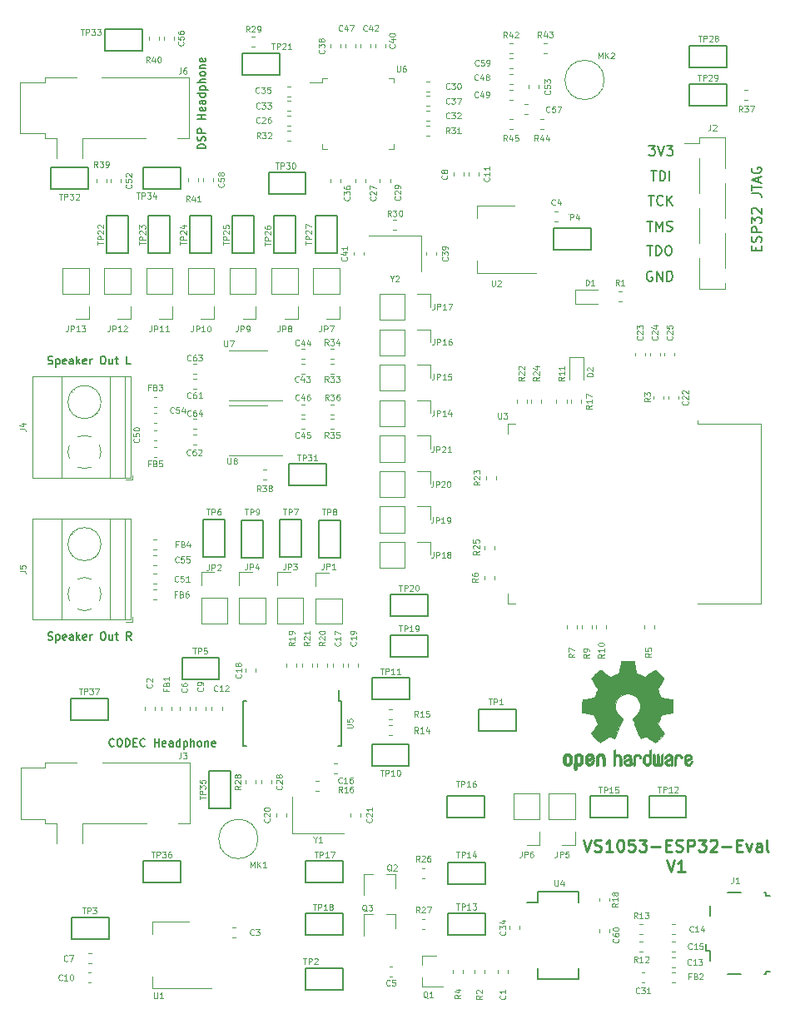
<source format=gto>
G04 #@! TF.GenerationSoftware,KiCad,Pcbnew,(5.1.5)-2*
G04 #@! TF.CreationDate,2019-12-07T22:19:07+01:00*
G04 #@! TF.ProjectId,VS1053-ESP32-Eval,56533130-3533-42d4-9553-5033322d4576,rev?*
G04 #@! TF.SameCoordinates,PX63b8cf0PY8c94480*
G04 #@! TF.FileFunction,Legend,Top*
G04 #@! TF.FilePolarity,Positive*
%FSLAX46Y46*%
G04 Gerber Fmt 4.6, Leading zero omitted, Abs format (unit mm)*
G04 Created by KiCad (PCBNEW (5.1.5)-2) date 2019-12-07 22:19:07*
%MOMM*%
%LPD*%
G04 APERTURE LIST*
%ADD10C,0.250000*%
%ADD11C,0.150000*%
%ADD12C,0.010000*%
%ADD13C,0.120000*%
%ADD14C,2.000000*%
%ADD15C,0.100000*%
%ADD16R,3.500000X1.900000*%
%ADD17R,1.900000X3.500000*%
%ADD18R,1.700000X1.400000*%
%ADD19R,0.500000X1.200000*%
%ADD20R,1.300000X0.500000*%
%ADD21R,1.000000X2.100000*%
%ADD22R,2.100000X1.000000*%
%ADD23R,5.100000X5.100000*%
%ADD24R,2.100000X1.600000*%
%ADD25R,2.100000X3.900000*%
%ADD26R,0.900000X1.000000*%
%ADD27R,1.000000X0.900000*%
%ADD28C,0.960000*%
%ADD29O,1.800000X1.800000*%
%ADD30R,1.800000X1.800000*%
%ADD31C,1.800000*%
%ADD32R,2.900000X2.900000*%
%ADD33R,2.300000X2.900000*%
%ADD34C,2.700000*%
%ADD35R,2.700000X2.700000*%
%ADD36R,2.610000X1.100000*%
%ADD37O,0.900000X0.900000*%
%ADD38O,1.900000X1.250000*%
%ADD39O,2.100000X1.550000*%
%ADD40R,1.400000X0.550000*%
G04 APERTURE END LIST*
D10*
X63803571Y14757143D02*
X64203571Y13557143D01*
X64603571Y14757143D01*
X65632142Y13557143D02*
X64946428Y13557143D01*
X65289285Y13557143D02*
X65289285Y14757143D01*
X65175000Y14585715D01*
X65060714Y14471429D01*
X64946428Y14414286D01*
X55317857Y16832143D02*
X55717857Y15632143D01*
X56117857Y16832143D01*
X56460714Y15689286D02*
X56632142Y15632143D01*
X56917857Y15632143D01*
X57032142Y15689286D01*
X57089285Y15746429D01*
X57146428Y15860715D01*
X57146428Y15975000D01*
X57089285Y16089286D01*
X57032142Y16146429D01*
X56917857Y16203572D01*
X56689285Y16260715D01*
X56575000Y16317858D01*
X56517857Y16375000D01*
X56460714Y16489286D01*
X56460714Y16603572D01*
X56517857Y16717858D01*
X56575000Y16775000D01*
X56689285Y16832143D01*
X56975000Y16832143D01*
X57146428Y16775000D01*
X58289285Y15632143D02*
X57603571Y15632143D01*
X57946428Y15632143D02*
X57946428Y16832143D01*
X57832142Y16660715D01*
X57717857Y16546429D01*
X57603571Y16489286D01*
X59032142Y16832143D02*
X59146428Y16832143D01*
X59260714Y16775000D01*
X59317857Y16717858D01*
X59375000Y16603572D01*
X59432142Y16375000D01*
X59432142Y16089286D01*
X59375000Y15860715D01*
X59317857Y15746429D01*
X59260714Y15689286D01*
X59146428Y15632143D01*
X59032142Y15632143D01*
X58917857Y15689286D01*
X58860714Y15746429D01*
X58803571Y15860715D01*
X58746428Y16089286D01*
X58746428Y16375000D01*
X58803571Y16603572D01*
X58860714Y16717858D01*
X58917857Y16775000D01*
X59032142Y16832143D01*
X60517857Y16832143D02*
X59946428Y16832143D01*
X59889285Y16260715D01*
X59946428Y16317858D01*
X60060714Y16375000D01*
X60346428Y16375000D01*
X60460714Y16317858D01*
X60517857Y16260715D01*
X60575000Y16146429D01*
X60575000Y15860715D01*
X60517857Y15746429D01*
X60460714Y15689286D01*
X60346428Y15632143D01*
X60060714Y15632143D01*
X59946428Y15689286D01*
X59889285Y15746429D01*
X60975000Y16832143D02*
X61717857Y16832143D01*
X61317857Y16375000D01*
X61489285Y16375000D01*
X61603571Y16317858D01*
X61660714Y16260715D01*
X61717857Y16146429D01*
X61717857Y15860715D01*
X61660714Y15746429D01*
X61603571Y15689286D01*
X61489285Y15632143D01*
X61146428Y15632143D01*
X61032142Y15689286D01*
X60975000Y15746429D01*
X62232142Y16089286D02*
X63146428Y16089286D01*
X63717857Y16260715D02*
X64117857Y16260715D01*
X64289285Y15632143D02*
X63717857Y15632143D01*
X63717857Y16832143D01*
X64289285Y16832143D01*
X64746428Y15689286D02*
X64917857Y15632143D01*
X65203571Y15632143D01*
X65317857Y15689286D01*
X65375000Y15746429D01*
X65432142Y15860715D01*
X65432142Y15975000D01*
X65375000Y16089286D01*
X65317857Y16146429D01*
X65203571Y16203572D01*
X64975000Y16260715D01*
X64860714Y16317858D01*
X64803571Y16375000D01*
X64746428Y16489286D01*
X64746428Y16603572D01*
X64803571Y16717858D01*
X64860714Y16775000D01*
X64975000Y16832143D01*
X65260714Y16832143D01*
X65432142Y16775000D01*
X65946428Y15632143D02*
X65946428Y16832143D01*
X66403571Y16832143D01*
X66517857Y16775000D01*
X66575000Y16717858D01*
X66632142Y16603572D01*
X66632142Y16432143D01*
X66575000Y16317858D01*
X66517857Y16260715D01*
X66403571Y16203572D01*
X65946428Y16203572D01*
X67032142Y16832143D02*
X67775000Y16832143D01*
X67375000Y16375000D01*
X67546428Y16375000D01*
X67660714Y16317858D01*
X67717857Y16260715D01*
X67775000Y16146429D01*
X67775000Y15860715D01*
X67717857Y15746429D01*
X67660714Y15689286D01*
X67546428Y15632143D01*
X67203571Y15632143D01*
X67089285Y15689286D01*
X67032142Y15746429D01*
X68232142Y16717858D02*
X68289285Y16775000D01*
X68403571Y16832143D01*
X68689285Y16832143D01*
X68803571Y16775000D01*
X68860714Y16717858D01*
X68917857Y16603572D01*
X68917857Y16489286D01*
X68860714Y16317858D01*
X68175000Y15632143D01*
X68917857Y15632143D01*
X69432142Y16089286D02*
X70346428Y16089286D01*
X70917857Y16260715D02*
X71317857Y16260715D01*
X71489285Y15632143D02*
X70917857Y15632143D01*
X70917857Y16832143D01*
X71489285Y16832143D01*
X71889285Y16432143D02*
X72175000Y15632143D01*
X72460714Y16432143D01*
X73432142Y15632143D02*
X73432142Y16260715D01*
X73375000Y16375000D01*
X73260714Y16432143D01*
X73032142Y16432143D01*
X72917857Y16375000D01*
X73432142Y15689286D02*
X73317857Y15632143D01*
X73032142Y15632143D01*
X72917857Y15689286D01*
X72860714Y15803572D01*
X72860714Y15917858D01*
X72917857Y16032143D01*
X73032142Y16089286D01*
X73317857Y16089286D01*
X73432142Y16146429D01*
X74175000Y15632143D02*
X74060714Y15689286D01*
X74003571Y15803572D01*
X74003571Y16832143D01*
D11*
X871428Y37176191D02*
X985714Y37138096D01*
X1176190Y37138096D01*
X1252380Y37176191D01*
X1290476Y37214286D01*
X1328571Y37290477D01*
X1328571Y37366667D01*
X1290476Y37442858D01*
X1252380Y37480953D01*
X1176190Y37519048D01*
X1023809Y37557143D01*
X947619Y37595239D01*
X909523Y37633334D01*
X871428Y37709524D01*
X871428Y37785715D01*
X909523Y37861905D01*
X947619Y37900000D01*
X1023809Y37938096D01*
X1214285Y37938096D01*
X1328571Y37900000D01*
X1671428Y37671429D02*
X1671428Y36871429D01*
X1671428Y37633334D02*
X1747619Y37671429D01*
X1900000Y37671429D01*
X1976190Y37633334D01*
X2014285Y37595239D01*
X2052380Y37519048D01*
X2052380Y37290477D01*
X2014285Y37214286D01*
X1976190Y37176191D01*
X1900000Y37138096D01*
X1747619Y37138096D01*
X1671428Y37176191D01*
X2700000Y37176191D02*
X2623809Y37138096D01*
X2471428Y37138096D01*
X2395238Y37176191D01*
X2357142Y37252381D01*
X2357142Y37557143D01*
X2395238Y37633334D01*
X2471428Y37671429D01*
X2623809Y37671429D01*
X2700000Y37633334D01*
X2738095Y37557143D01*
X2738095Y37480953D01*
X2357142Y37404762D01*
X3423809Y37138096D02*
X3423809Y37557143D01*
X3385714Y37633334D01*
X3309523Y37671429D01*
X3157142Y37671429D01*
X3080952Y37633334D01*
X3423809Y37176191D02*
X3347619Y37138096D01*
X3157142Y37138096D01*
X3080952Y37176191D01*
X3042857Y37252381D01*
X3042857Y37328572D01*
X3080952Y37404762D01*
X3157142Y37442858D01*
X3347619Y37442858D01*
X3423809Y37480953D01*
X3804761Y37138096D02*
X3804761Y37938096D01*
X3880952Y37442858D02*
X4109523Y37138096D01*
X4109523Y37671429D02*
X3804761Y37366667D01*
X4757142Y37176191D02*
X4680952Y37138096D01*
X4528571Y37138096D01*
X4452380Y37176191D01*
X4414285Y37252381D01*
X4414285Y37557143D01*
X4452380Y37633334D01*
X4528571Y37671429D01*
X4680952Y37671429D01*
X4757142Y37633334D01*
X4795238Y37557143D01*
X4795238Y37480953D01*
X4414285Y37404762D01*
X5138095Y37138096D02*
X5138095Y37671429D01*
X5138095Y37519048D02*
X5176190Y37595239D01*
X5214285Y37633334D01*
X5290476Y37671429D01*
X5366666Y37671429D01*
X6395238Y37938096D02*
X6547619Y37938096D01*
X6623809Y37900000D01*
X6700000Y37823810D01*
X6738095Y37671429D01*
X6738095Y37404762D01*
X6700000Y37252381D01*
X6623809Y37176191D01*
X6547619Y37138096D01*
X6395238Y37138096D01*
X6319047Y37176191D01*
X6242857Y37252381D01*
X6204761Y37404762D01*
X6204761Y37671429D01*
X6242857Y37823810D01*
X6319047Y37900000D01*
X6395238Y37938096D01*
X7423809Y37671429D02*
X7423809Y37138096D01*
X7080952Y37671429D02*
X7080952Y37252381D01*
X7119047Y37176191D01*
X7195238Y37138096D01*
X7309523Y37138096D01*
X7385714Y37176191D01*
X7423809Y37214286D01*
X7690476Y37671429D02*
X7995238Y37671429D01*
X7804761Y37938096D02*
X7804761Y37252381D01*
X7842857Y37176191D01*
X7919047Y37138096D01*
X7995238Y37138096D01*
X9328571Y37138096D02*
X9061904Y37519048D01*
X8871428Y37138096D02*
X8871428Y37938096D01*
X9176190Y37938096D01*
X9252380Y37900000D01*
X9290476Y37861905D01*
X9328571Y37785715D01*
X9328571Y37671429D01*
X9290476Y37595239D01*
X9252380Y37557143D01*
X9176190Y37519048D01*
X8871428Y37519048D01*
X872619Y65226191D02*
X986904Y65188096D01*
X1177380Y65188096D01*
X1253571Y65226191D01*
X1291666Y65264286D01*
X1329761Y65340477D01*
X1329761Y65416667D01*
X1291666Y65492858D01*
X1253571Y65530953D01*
X1177380Y65569048D01*
X1025000Y65607143D01*
X948809Y65645239D01*
X910714Y65683334D01*
X872619Y65759524D01*
X872619Y65835715D01*
X910714Y65911905D01*
X948809Y65950000D01*
X1025000Y65988096D01*
X1215476Y65988096D01*
X1329761Y65950000D01*
X1672619Y65721429D02*
X1672619Y64921429D01*
X1672619Y65683334D02*
X1748809Y65721429D01*
X1901190Y65721429D01*
X1977380Y65683334D01*
X2015476Y65645239D01*
X2053571Y65569048D01*
X2053571Y65340477D01*
X2015476Y65264286D01*
X1977380Y65226191D01*
X1901190Y65188096D01*
X1748809Y65188096D01*
X1672619Y65226191D01*
X2701190Y65226191D02*
X2625000Y65188096D01*
X2472619Y65188096D01*
X2396428Y65226191D01*
X2358333Y65302381D01*
X2358333Y65607143D01*
X2396428Y65683334D01*
X2472619Y65721429D01*
X2625000Y65721429D01*
X2701190Y65683334D01*
X2739285Y65607143D01*
X2739285Y65530953D01*
X2358333Y65454762D01*
X3425000Y65188096D02*
X3425000Y65607143D01*
X3386904Y65683334D01*
X3310714Y65721429D01*
X3158333Y65721429D01*
X3082142Y65683334D01*
X3425000Y65226191D02*
X3348809Y65188096D01*
X3158333Y65188096D01*
X3082142Y65226191D01*
X3044047Y65302381D01*
X3044047Y65378572D01*
X3082142Y65454762D01*
X3158333Y65492858D01*
X3348809Y65492858D01*
X3425000Y65530953D01*
X3805952Y65188096D02*
X3805952Y65988096D01*
X3882142Y65492858D02*
X4110714Y65188096D01*
X4110714Y65721429D02*
X3805952Y65416667D01*
X4758333Y65226191D02*
X4682142Y65188096D01*
X4529761Y65188096D01*
X4453571Y65226191D01*
X4415476Y65302381D01*
X4415476Y65607143D01*
X4453571Y65683334D01*
X4529761Y65721429D01*
X4682142Y65721429D01*
X4758333Y65683334D01*
X4796428Y65607143D01*
X4796428Y65530953D01*
X4415476Y65454762D01*
X5139285Y65188096D02*
X5139285Y65721429D01*
X5139285Y65569048D02*
X5177380Y65645239D01*
X5215476Y65683334D01*
X5291666Y65721429D01*
X5367857Y65721429D01*
X6396428Y65988096D02*
X6548809Y65988096D01*
X6625000Y65950000D01*
X6701190Y65873810D01*
X6739285Y65721429D01*
X6739285Y65454762D01*
X6701190Y65302381D01*
X6625000Y65226191D01*
X6548809Y65188096D01*
X6396428Y65188096D01*
X6320238Y65226191D01*
X6244047Y65302381D01*
X6205952Y65454762D01*
X6205952Y65721429D01*
X6244047Y65873810D01*
X6320238Y65950000D01*
X6396428Y65988096D01*
X7425000Y65721429D02*
X7425000Y65188096D01*
X7082142Y65721429D02*
X7082142Y65302381D01*
X7120238Y65226191D01*
X7196428Y65188096D01*
X7310714Y65188096D01*
X7386904Y65226191D01*
X7425000Y65264286D01*
X7691666Y65721429D02*
X7996428Y65721429D01*
X7805952Y65988096D02*
X7805952Y65302381D01*
X7844047Y65226191D01*
X7920238Y65188096D01*
X7996428Y65188096D01*
X9253571Y65188096D02*
X8872619Y65188096D01*
X8872619Y65988096D01*
X16886904Y87153572D02*
X16086904Y87153572D01*
X16086904Y87344048D01*
X16125000Y87458334D01*
X16201190Y87534524D01*
X16277380Y87572620D01*
X16429761Y87610715D01*
X16544047Y87610715D01*
X16696428Y87572620D01*
X16772619Y87534524D01*
X16848809Y87458334D01*
X16886904Y87344048D01*
X16886904Y87153572D01*
X16848809Y87915477D02*
X16886904Y88029762D01*
X16886904Y88220239D01*
X16848809Y88296429D01*
X16810714Y88334524D01*
X16734523Y88372620D01*
X16658333Y88372620D01*
X16582142Y88334524D01*
X16544047Y88296429D01*
X16505952Y88220239D01*
X16467857Y88067858D01*
X16429761Y87991667D01*
X16391666Y87953572D01*
X16315476Y87915477D01*
X16239285Y87915477D01*
X16163095Y87953572D01*
X16125000Y87991667D01*
X16086904Y88067858D01*
X16086904Y88258334D01*
X16125000Y88372620D01*
X16886904Y88715477D02*
X16086904Y88715477D01*
X16086904Y89020239D01*
X16125000Y89096429D01*
X16163095Y89134524D01*
X16239285Y89172620D01*
X16353571Y89172620D01*
X16429761Y89134524D01*
X16467857Y89096429D01*
X16505952Y89020239D01*
X16505952Y88715477D01*
X16886904Y90125000D02*
X16086904Y90125000D01*
X16467857Y90125000D02*
X16467857Y90582143D01*
X16886904Y90582143D02*
X16086904Y90582143D01*
X16848809Y91267858D02*
X16886904Y91191667D01*
X16886904Y91039286D01*
X16848809Y90963096D01*
X16772619Y90925000D01*
X16467857Y90925000D01*
X16391666Y90963096D01*
X16353571Y91039286D01*
X16353571Y91191667D01*
X16391666Y91267858D01*
X16467857Y91305953D01*
X16544047Y91305953D01*
X16620238Y90925000D01*
X16886904Y91991667D02*
X16467857Y91991667D01*
X16391666Y91953572D01*
X16353571Y91877381D01*
X16353571Y91725000D01*
X16391666Y91648810D01*
X16848809Y91991667D02*
X16886904Y91915477D01*
X16886904Y91725000D01*
X16848809Y91648810D01*
X16772619Y91610715D01*
X16696428Y91610715D01*
X16620238Y91648810D01*
X16582142Y91725000D01*
X16582142Y91915477D01*
X16544047Y91991667D01*
X16886904Y92715477D02*
X16086904Y92715477D01*
X16848809Y92715477D02*
X16886904Y92639286D01*
X16886904Y92486905D01*
X16848809Y92410715D01*
X16810714Y92372620D01*
X16734523Y92334524D01*
X16505952Y92334524D01*
X16429761Y92372620D01*
X16391666Y92410715D01*
X16353571Y92486905D01*
X16353571Y92639286D01*
X16391666Y92715477D01*
X16353571Y93096429D02*
X17153571Y93096429D01*
X16391666Y93096429D02*
X16353571Y93172620D01*
X16353571Y93325000D01*
X16391666Y93401191D01*
X16429761Y93439286D01*
X16505952Y93477381D01*
X16734523Y93477381D01*
X16810714Y93439286D01*
X16848809Y93401191D01*
X16886904Y93325000D01*
X16886904Y93172620D01*
X16848809Y93096429D01*
X16886904Y93820239D02*
X16086904Y93820239D01*
X16886904Y94163096D02*
X16467857Y94163096D01*
X16391666Y94125000D01*
X16353571Y94048810D01*
X16353571Y93934524D01*
X16391666Y93858334D01*
X16429761Y93820239D01*
X16886904Y94658334D02*
X16848809Y94582143D01*
X16810714Y94544048D01*
X16734523Y94505953D01*
X16505952Y94505953D01*
X16429761Y94544048D01*
X16391666Y94582143D01*
X16353571Y94658334D01*
X16353571Y94772620D01*
X16391666Y94848810D01*
X16429761Y94886905D01*
X16505952Y94925000D01*
X16734523Y94925000D01*
X16810714Y94886905D01*
X16848809Y94848810D01*
X16886904Y94772620D01*
X16886904Y94658334D01*
X16353571Y95267858D02*
X16886904Y95267858D01*
X16429761Y95267858D02*
X16391666Y95305953D01*
X16353571Y95382143D01*
X16353571Y95496429D01*
X16391666Y95572620D01*
X16467857Y95610715D01*
X16886904Y95610715D01*
X16848809Y96296429D02*
X16886904Y96220239D01*
X16886904Y96067858D01*
X16848809Y95991667D01*
X16772619Y95953572D01*
X16467857Y95953572D01*
X16391666Y95991667D01*
X16353571Y96067858D01*
X16353571Y96220239D01*
X16391666Y96296429D01*
X16467857Y96334524D01*
X16544047Y96334524D01*
X16620238Y95953572D01*
X7585714Y26389286D02*
X7547619Y26351191D01*
X7433333Y26313096D01*
X7357142Y26313096D01*
X7242857Y26351191D01*
X7166666Y26427381D01*
X7128571Y26503572D01*
X7090476Y26655953D01*
X7090476Y26770239D01*
X7128571Y26922620D01*
X7166666Y26998810D01*
X7242857Y27075000D01*
X7357142Y27113096D01*
X7433333Y27113096D01*
X7547619Y27075000D01*
X7585714Y27036905D01*
X8080952Y27113096D02*
X8233333Y27113096D01*
X8309523Y27075000D01*
X8385714Y26998810D01*
X8423809Y26846429D01*
X8423809Y26579762D01*
X8385714Y26427381D01*
X8309523Y26351191D01*
X8233333Y26313096D01*
X8080952Y26313096D01*
X8004761Y26351191D01*
X7928571Y26427381D01*
X7890476Y26579762D01*
X7890476Y26846429D01*
X7928571Y26998810D01*
X8004761Y27075000D01*
X8080952Y27113096D01*
X8766666Y26313096D02*
X8766666Y27113096D01*
X8957142Y27113096D01*
X9071428Y27075000D01*
X9147619Y26998810D01*
X9185714Y26922620D01*
X9223809Y26770239D01*
X9223809Y26655953D01*
X9185714Y26503572D01*
X9147619Y26427381D01*
X9071428Y26351191D01*
X8957142Y26313096D01*
X8766666Y26313096D01*
X9566666Y26732143D02*
X9833333Y26732143D01*
X9947619Y26313096D02*
X9566666Y26313096D01*
X9566666Y27113096D01*
X9947619Y27113096D01*
X10747619Y26389286D02*
X10709523Y26351191D01*
X10595238Y26313096D01*
X10519047Y26313096D01*
X10404761Y26351191D01*
X10328571Y26427381D01*
X10290476Y26503572D01*
X10252380Y26655953D01*
X10252380Y26770239D01*
X10290476Y26922620D01*
X10328571Y26998810D01*
X10404761Y27075000D01*
X10519047Y27113096D01*
X10595238Y27113096D01*
X10709523Y27075000D01*
X10747619Y27036905D01*
X11700000Y26313096D02*
X11700000Y27113096D01*
X11700000Y26732143D02*
X12157142Y26732143D01*
X12157142Y26313096D02*
X12157142Y27113096D01*
X12842857Y26351191D02*
X12766666Y26313096D01*
X12614285Y26313096D01*
X12538095Y26351191D01*
X12500000Y26427381D01*
X12500000Y26732143D01*
X12538095Y26808334D01*
X12614285Y26846429D01*
X12766666Y26846429D01*
X12842857Y26808334D01*
X12880952Y26732143D01*
X12880952Y26655953D01*
X12500000Y26579762D01*
X13566666Y26313096D02*
X13566666Y26732143D01*
X13528571Y26808334D01*
X13452380Y26846429D01*
X13300000Y26846429D01*
X13223809Y26808334D01*
X13566666Y26351191D02*
X13490476Y26313096D01*
X13300000Y26313096D01*
X13223809Y26351191D01*
X13185714Y26427381D01*
X13185714Y26503572D01*
X13223809Y26579762D01*
X13300000Y26617858D01*
X13490476Y26617858D01*
X13566666Y26655953D01*
X14290476Y26313096D02*
X14290476Y27113096D01*
X14290476Y26351191D02*
X14214285Y26313096D01*
X14061904Y26313096D01*
X13985714Y26351191D01*
X13947619Y26389286D01*
X13909523Y26465477D01*
X13909523Y26694048D01*
X13947619Y26770239D01*
X13985714Y26808334D01*
X14061904Y26846429D01*
X14214285Y26846429D01*
X14290476Y26808334D01*
X14671428Y26846429D02*
X14671428Y26046429D01*
X14671428Y26808334D02*
X14747619Y26846429D01*
X14900000Y26846429D01*
X14976190Y26808334D01*
X15014285Y26770239D01*
X15052380Y26694048D01*
X15052380Y26465477D01*
X15014285Y26389286D01*
X14976190Y26351191D01*
X14900000Y26313096D01*
X14747619Y26313096D01*
X14671428Y26351191D01*
X15395238Y26313096D02*
X15395238Y27113096D01*
X15738095Y26313096D02*
X15738095Y26732143D01*
X15700000Y26808334D01*
X15623809Y26846429D01*
X15509523Y26846429D01*
X15433333Y26808334D01*
X15395238Y26770239D01*
X16233333Y26313096D02*
X16157142Y26351191D01*
X16119047Y26389286D01*
X16080952Y26465477D01*
X16080952Y26694048D01*
X16119047Y26770239D01*
X16157142Y26808334D01*
X16233333Y26846429D01*
X16347619Y26846429D01*
X16423809Y26808334D01*
X16461904Y26770239D01*
X16500000Y26694048D01*
X16500000Y26465477D01*
X16461904Y26389286D01*
X16423809Y26351191D01*
X16347619Y26313096D01*
X16233333Y26313096D01*
X16842857Y26846429D02*
X16842857Y26313096D01*
X16842857Y26770239D02*
X16880952Y26808334D01*
X16957142Y26846429D01*
X17071428Y26846429D01*
X17147619Y26808334D01*
X17185714Y26732143D01*
X17185714Y26313096D01*
X17871428Y26351191D02*
X17795238Y26313096D01*
X17642857Y26313096D01*
X17566666Y26351191D01*
X17528571Y26427381D01*
X17528571Y26732143D01*
X17566666Y26808334D01*
X17642857Y26846429D01*
X17795238Y26846429D01*
X17871428Y26808334D01*
X17909523Y26732143D01*
X17909523Y26655953D01*
X17528571Y26579762D01*
X72903571Y76735715D02*
X72903571Y77069048D01*
X73427380Y77211905D02*
X73427380Y76735715D01*
X72427380Y76735715D01*
X72427380Y77211905D01*
X73379761Y77592858D02*
X73427380Y77735715D01*
X73427380Y77973810D01*
X73379761Y78069048D01*
X73332142Y78116667D01*
X73236904Y78164286D01*
X73141666Y78164286D01*
X73046428Y78116667D01*
X72998809Y78069048D01*
X72951190Y77973810D01*
X72903571Y77783334D01*
X72855952Y77688096D01*
X72808333Y77640477D01*
X72713095Y77592858D01*
X72617857Y77592858D01*
X72522619Y77640477D01*
X72475000Y77688096D01*
X72427380Y77783334D01*
X72427380Y78021429D01*
X72475000Y78164286D01*
X73427380Y78592858D02*
X72427380Y78592858D01*
X72427380Y78973810D01*
X72475000Y79069048D01*
X72522619Y79116667D01*
X72617857Y79164286D01*
X72760714Y79164286D01*
X72855952Y79116667D01*
X72903571Y79069048D01*
X72951190Y78973810D01*
X72951190Y78592858D01*
X72427380Y79497620D02*
X72427380Y80116667D01*
X72808333Y79783334D01*
X72808333Y79926191D01*
X72855952Y80021429D01*
X72903571Y80069048D01*
X72998809Y80116667D01*
X73236904Y80116667D01*
X73332142Y80069048D01*
X73379761Y80021429D01*
X73427380Y79926191D01*
X73427380Y79640477D01*
X73379761Y79545239D01*
X73332142Y79497620D01*
X72522619Y80497620D02*
X72475000Y80545239D01*
X72427380Y80640477D01*
X72427380Y80878572D01*
X72475000Y80973810D01*
X72522619Y81021429D01*
X72617857Y81069048D01*
X72713095Y81069048D01*
X72855952Y81021429D01*
X73427380Y80450000D01*
X73427380Y81069048D01*
X72427380Y82545239D02*
X73141666Y82545239D01*
X73284523Y82497620D01*
X73379761Y82402381D01*
X73427380Y82259524D01*
X73427380Y82164286D01*
X72427380Y82878572D02*
X72427380Y83450000D01*
X73427380Y83164286D02*
X72427380Y83164286D01*
X73141666Y83735715D02*
X73141666Y84211905D01*
X73427380Y83640477D02*
X72427380Y83973810D01*
X73427380Y84307143D01*
X72475000Y85164286D02*
X72427380Y85069048D01*
X72427380Y84926191D01*
X72475000Y84783334D01*
X72570238Y84688096D01*
X72665476Y84640477D01*
X72855952Y84592858D01*
X72998809Y84592858D01*
X73189285Y84640477D01*
X73284523Y84688096D01*
X73379761Y84783334D01*
X73427380Y84926191D01*
X73427380Y85021429D01*
X73379761Y85164286D01*
X73332142Y85211905D01*
X72998809Y85211905D01*
X72998809Y85021429D01*
X62201190Y84847620D02*
X62772619Y84847620D01*
X62486904Y83847620D02*
X62486904Y84847620D01*
X63105952Y83847620D02*
X63105952Y84847620D01*
X63344047Y84847620D01*
X63486904Y84800000D01*
X63582142Y84704762D01*
X63629761Y84609524D01*
X63677380Y84419048D01*
X63677380Y84276191D01*
X63629761Y84085715D01*
X63582142Y83990477D01*
X63486904Y83895239D01*
X63344047Y83847620D01*
X63105952Y83847620D01*
X64105952Y83847620D02*
X64105952Y84847620D01*
X61939285Y82347620D02*
X62510714Y82347620D01*
X62225000Y81347620D02*
X62225000Y82347620D01*
X63415476Y81442858D02*
X63367857Y81395239D01*
X63225000Y81347620D01*
X63129761Y81347620D01*
X62986904Y81395239D01*
X62891666Y81490477D01*
X62844047Y81585715D01*
X62796428Y81776191D01*
X62796428Y81919048D01*
X62844047Y82109524D01*
X62891666Y82204762D01*
X62986904Y82300000D01*
X63129761Y82347620D01*
X63225000Y82347620D01*
X63367857Y82300000D01*
X63415476Y82252381D01*
X63844047Y81347620D02*
X63844047Y82347620D01*
X64415476Y81347620D02*
X63986904Y81919048D01*
X64415476Y82347620D02*
X63844047Y81776191D01*
X61791666Y79722620D02*
X62363095Y79722620D01*
X62077380Y78722620D02*
X62077380Y79722620D01*
X62696428Y78722620D02*
X62696428Y79722620D01*
X63029761Y79008334D01*
X63363095Y79722620D01*
X63363095Y78722620D01*
X63791666Y78770239D02*
X63934523Y78722620D01*
X64172619Y78722620D01*
X64267857Y78770239D01*
X64315476Y78817858D01*
X64363095Y78913096D01*
X64363095Y79008334D01*
X64315476Y79103572D01*
X64267857Y79151191D01*
X64172619Y79198810D01*
X63982142Y79246429D01*
X63886904Y79294048D01*
X63839285Y79341667D01*
X63791666Y79436905D01*
X63791666Y79532143D01*
X63839285Y79627381D01*
X63886904Y79675000D01*
X63982142Y79722620D01*
X64220238Y79722620D01*
X64363095Y79675000D01*
X61790476Y77247620D02*
X62361904Y77247620D01*
X62076190Y76247620D02*
X62076190Y77247620D01*
X62695238Y76247620D02*
X62695238Y77247620D01*
X62933333Y77247620D01*
X63076190Y77200000D01*
X63171428Y77104762D01*
X63219047Y77009524D01*
X63266666Y76819048D01*
X63266666Y76676191D01*
X63219047Y76485715D01*
X63171428Y76390477D01*
X63076190Y76295239D01*
X62933333Y76247620D01*
X62695238Y76247620D01*
X63885714Y77247620D02*
X64076190Y77247620D01*
X64171428Y77200000D01*
X64266666Y77104762D01*
X64314285Y76914286D01*
X64314285Y76580953D01*
X64266666Y76390477D01*
X64171428Y76295239D01*
X64076190Y76247620D01*
X63885714Y76247620D01*
X63790476Y76295239D01*
X63695238Y76390477D01*
X63647619Y76580953D01*
X63647619Y76914286D01*
X63695238Y77104762D01*
X63790476Y77200000D01*
X63885714Y77247620D01*
X62313095Y74600000D02*
X62217857Y74647620D01*
X62075000Y74647620D01*
X61932142Y74600000D01*
X61836904Y74504762D01*
X61789285Y74409524D01*
X61741666Y74219048D01*
X61741666Y74076191D01*
X61789285Y73885715D01*
X61836904Y73790477D01*
X61932142Y73695239D01*
X62075000Y73647620D01*
X62170238Y73647620D01*
X62313095Y73695239D01*
X62360714Y73742858D01*
X62360714Y74076191D01*
X62170238Y74076191D01*
X62789285Y73647620D02*
X62789285Y74647620D01*
X63360714Y73647620D01*
X63360714Y74647620D01*
X63836904Y73647620D02*
X63836904Y74647620D01*
X64075000Y74647620D01*
X64217857Y74600000D01*
X64313095Y74504762D01*
X64360714Y74409524D01*
X64408333Y74219048D01*
X64408333Y74076191D01*
X64360714Y73885715D01*
X64313095Y73790477D01*
X64217857Y73695239D01*
X64075000Y73647620D01*
X63836904Y73647620D01*
X61986904Y87422620D02*
X62605952Y87422620D01*
X62272619Y87041667D01*
X62415476Y87041667D01*
X62510714Y86994048D01*
X62558333Y86946429D01*
X62605952Y86851191D01*
X62605952Y86613096D01*
X62558333Y86517858D01*
X62510714Y86470239D01*
X62415476Y86422620D01*
X62129761Y86422620D01*
X62034523Y86470239D01*
X61986904Y86517858D01*
X62891666Y87422620D02*
X63225000Y86422620D01*
X63558333Y87422620D01*
X63796428Y87422620D02*
X64415476Y87422620D01*
X64082142Y87041667D01*
X64225000Y87041667D01*
X64320238Y86994048D01*
X64367857Y86946429D01*
X64415476Y86851191D01*
X64415476Y86613096D01*
X64367857Y86517858D01*
X64320238Y86470239D01*
X64225000Y86422620D01*
X63939285Y86422620D01*
X63844047Y86470239D01*
X63796428Y86517858D01*
D12*
G36*
X60034014Y35022002D02*
G01*
X60192006Y35021137D01*
X60306347Y35018795D01*
X60384407Y35014238D01*
X60433554Y35006730D01*
X60461159Y34995534D01*
X60474592Y34979912D01*
X60481221Y34959127D01*
X60481865Y34956437D01*
X60491935Y34907887D01*
X60510575Y34812095D01*
X60535845Y34679257D01*
X60565807Y34519569D01*
X60598522Y34343226D01*
X60599664Y34337033D01*
X60632433Y34164218D01*
X60663093Y34011531D01*
X60689664Y33888129D01*
X60710167Y33803169D01*
X60722626Y33765810D01*
X60723220Y33765148D01*
X60759919Y33746905D01*
X60835586Y33716503D01*
X60933878Y33680507D01*
X60934425Y33680315D01*
X61058233Y33633778D01*
X61204196Y33574496D01*
X61341781Y33514891D01*
X61348293Y33511944D01*
X61572390Y33410235D01*
X62068619Y33749103D01*
X62220846Y33852408D01*
X62358741Y33944763D01*
X62474315Y34020916D01*
X62559579Y34075615D01*
X62606544Y34103607D01*
X62611004Y34105683D01*
X62645134Y34096440D01*
X62708881Y34051844D01*
X62804731Y33969791D01*
X62935169Y33848179D01*
X63068328Y33718795D01*
X63196694Y33591298D01*
X63311581Y33474954D01*
X63406073Y33376948D01*
X63473253Y33304464D01*
X63506206Y33264687D01*
X63507432Y33262639D01*
X63511074Y33235344D01*
X63497350Y33190766D01*
X63462869Y33122888D01*
X63404239Y33025689D01*
X63318070Y32893149D01*
X63203200Y32722524D01*
X63101254Y32572345D01*
X63010123Y32437650D01*
X62935073Y32326260D01*
X62881369Y32245995D01*
X62854280Y32204675D01*
X62852574Y32201870D01*
X62855882Y32162279D01*
X62880953Y32085331D01*
X62922798Y31985568D01*
X62937712Y31953709D01*
X63002786Y31811774D01*
X63072212Y31650727D01*
X63128609Y31511379D01*
X63169247Y31407956D01*
X63201526Y31329358D01*
X63220178Y31288280D01*
X63222497Y31285115D01*
X63256803Y31279872D01*
X63337669Y31265506D01*
X63454343Y31244063D01*
X63596075Y31217587D01*
X63752110Y31188123D01*
X63911698Y31157717D01*
X64064085Y31128412D01*
X64198521Y31102255D01*
X64304252Y31081290D01*
X64370526Y31067561D01*
X64386782Y31063680D01*
X64403573Y31054100D01*
X64416249Y31032464D01*
X64425378Y30991469D01*
X64431531Y30923811D01*
X64435280Y30822188D01*
X64437192Y30679297D01*
X64437840Y30487835D01*
X64437874Y30409355D01*
X64437874Y29771094D01*
X64284598Y29740840D01*
X64199322Y29724436D01*
X64072070Y29700491D01*
X63918315Y29671893D01*
X63753534Y29641533D01*
X63707989Y29633194D01*
X63555932Y29603630D01*
X63423468Y29574558D01*
X63321714Y29548671D01*
X63261788Y29528663D01*
X63251805Y29522699D01*
X63227293Y29480466D01*
X63192148Y29398630D01*
X63153173Y29293317D01*
X63145442Y29270632D01*
X63094360Y29129982D01*
X63030954Y28971286D01*
X62968904Y28828775D01*
X62968598Y28828114D01*
X62865267Y28604560D01*
X63544961Y27604768D01*
X63108621Y27167700D01*
X62976649Y27037619D01*
X62856279Y26922952D01*
X62754273Y26829819D01*
X62677391Y26764342D01*
X62632393Y26732643D01*
X62625938Y26730632D01*
X62588040Y26746471D01*
X62510708Y26790504D01*
X62402389Y26857510D01*
X62271532Y26942266D01*
X62130052Y27037184D01*
X61986461Y27134002D01*
X61858435Y27218249D01*
X61754105Y27284742D01*
X61681600Y27328298D01*
X61649158Y27343736D01*
X61609576Y27330672D01*
X61534519Y27296250D01*
X61439468Y27247620D01*
X61429392Y27242215D01*
X61301391Y27178020D01*
X61213618Y27146537D01*
X61159028Y27146202D01*
X61130575Y27175452D01*
X61130410Y27175862D01*
X61116188Y27210502D01*
X61082269Y27292731D01*
X61031284Y27416186D01*
X60965862Y27574502D01*
X60888634Y27761314D01*
X60802229Y27970258D01*
X60718551Y28172554D01*
X60626588Y28395800D01*
X60542150Y28602608D01*
X60467769Y28786638D01*
X60405974Y28941549D01*
X60359297Y29061004D01*
X60330268Y29138661D01*
X60321322Y29167644D01*
X60343756Y29200890D01*
X60402439Y29253877D01*
X60480689Y29312296D01*
X60703534Y29497048D01*
X60877718Y29708818D01*
X61001154Y29943144D01*
X61071754Y30195566D01*
X61087431Y30461623D01*
X61076036Y30584425D01*
X61013950Y30839207D01*
X60907023Y31064199D01*
X60761889Y31257183D01*
X60585178Y31415939D01*
X60383522Y31538250D01*
X60163554Y31621895D01*
X59931906Y31664656D01*
X59695209Y31664313D01*
X59460095Y31618648D01*
X59233196Y31525441D01*
X59021144Y31382473D01*
X58932636Y31301617D01*
X58762889Y31093993D01*
X58644699Y30867105D01*
X58577278Y30627567D01*
X58559840Y30381993D01*
X58591598Y30136997D01*
X58671765Y29899192D01*
X58799555Y29675193D01*
X58974180Y29471613D01*
X59169312Y29312296D01*
X59250591Y29251398D01*
X59308009Y29198985D01*
X59328678Y29167594D01*
X59317856Y29133361D01*
X59287077Y29051581D01*
X59238874Y28928593D01*
X59175778Y28770737D01*
X59100322Y28584351D01*
X59015038Y28375774D01*
X58931219Y28172504D01*
X58838745Y27949067D01*
X58753089Y27742016D01*
X58676882Y27557714D01*
X58612753Y27402525D01*
X58563332Y27282812D01*
X58531248Y27204939D01*
X58519359Y27175862D01*
X58491274Y27146323D01*
X58436949Y27146409D01*
X58349395Y27177674D01*
X58221619Y27241671D01*
X58220608Y27242215D01*
X58124402Y27291879D01*
X58046631Y27328055D01*
X58002777Y27343592D01*
X58000842Y27343736D01*
X57967829Y27327976D01*
X57894946Y27284150D01*
X57790322Y27217443D01*
X57662090Y27133036D01*
X57519948Y27037184D01*
X57375233Y26940133D01*
X57244804Y26855730D01*
X57137110Y26789199D01*
X57060598Y26745762D01*
X57024062Y26730632D01*
X56990418Y26750518D01*
X56922776Y26806097D01*
X56827893Y26891246D01*
X56712530Y26999847D01*
X56583445Y27125779D01*
X56541229Y27167851D01*
X56104739Y27605069D01*
X56436977Y28092660D01*
X56537946Y28242395D01*
X56626562Y28376780D01*
X56697854Y28488031D01*
X56746850Y28568361D01*
X56768578Y28609986D01*
X56769215Y28612947D01*
X56757760Y28652182D01*
X56726949Y28731105D01*
X56682116Y28836491D01*
X56650647Y28907046D01*
X56591808Y29042124D01*
X56536396Y29178591D01*
X56493436Y29293897D01*
X56481766Y29329023D01*
X56448611Y29422826D01*
X56416201Y29495306D01*
X56398399Y29522699D01*
X56359114Y29539464D01*
X56273374Y29563230D01*
X56152303Y29591303D01*
X56007027Y29620991D01*
X55942012Y29633194D01*
X55776913Y29663532D01*
X55618552Y29692907D01*
X55482404Y29718431D01*
X55383943Y29737215D01*
X55365402Y29740840D01*
X55212127Y29771094D01*
X55212127Y30409355D01*
X55212471Y30619230D01*
X55213884Y30778020D01*
X55216936Y30893027D01*
X55222197Y30971554D01*
X55230237Y31020904D01*
X55241627Y31048381D01*
X55256937Y31061287D01*
X55263218Y31063680D01*
X55301104Y31072167D01*
X55384805Y31089100D01*
X55503567Y31112434D01*
X55646639Y31140125D01*
X55803268Y31170127D01*
X55962703Y31200396D01*
X56114191Y31228885D01*
X56246981Y31253551D01*
X56350319Y31272349D01*
X56413455Y31283233D01*
X56427503Y31285115D01*
X56440230Y31310296D01*
X56468400Y31377378D01*
X56506748Y31473667D01*
X56521391Y31511379D01*
X56580452Y31657079D01*
X56650000Y31818049D01*
X56712288Y31953709D01*
X56758121Y32057439D01*
X56788613Y32142674D01*
X56798792Y32194874D01*
X56797169Y32201870D01*
X56775657Y32234898D01*
X56726535Y32308357D01*
X56655077Y32414423D01*
X56566555Y32545274D01*
X56466241Y32693088D01*
X56446406Y32722266D01*
X56330012Y32895137D01*
X56244452Y33026774D01*
X56186316Y33123239D01*
X56152192Y33190592D01*
X56138669Y33234894D01*
X56142336Y33262206D01*
X56142430Y33262380D01*
X56171293Y33298254D01*
X56235133Y33367609D01*
X56327031Y33463255D01*
X56440067Y33578001D01*
X56567321Y33704659D01*
X56581672Y33718795D01*
X56742043Y33874097D01*
X56865805Y33988130D01*
X56955445Y34062998D01*
X57013448Y34100804D01*
X57038996Y34105683D01*
X57076282Y34084397D01*
X57153657Y34035227D01*
X57263133Y33963425D01*
X57396720Y33874245D01*
X57546430Y33772937D01*
X57581382Y33749103D01*
X58077610Y33410235D01*
X58301707Y33511944D01*
X58437989Y33571217D01*
X58584276Y33630830D01*
X58710035Y33678360D01*
X58715575Y33680315D01*
X58813943Y33716323D01*
X58889771Y33746771D01*
X58926718Y33765095D01*
X58926780Y33765148D01*
X58938504Y33798271D01*
X58958432Y33879733D01*
X58984587Y34000375D01*
X59014990Y34151041D01*
X59047663Y34322572D01*
X59050336Y34337033D01*
X59083110Y34513765D01*
X59113198Y34674190D01*
X59138661Y34808112D01*
X59157559Y34905337D01*
X59167953Y34955668D01*
X59168135Y34956437D01*
X59174461Y34977847D01*
X59186761Y34994012D01*
X59212406Y35005669D01*
X59258765Y35013555D01*
X59333208Y35018407D01*
X59443105Y35020961D01*
X59595825Y35021955D01*
X59798738Y35022126D01*
X59825000Y35022126D01*
X60034014Y35022002D01*
G37*
X60034014Y35022002D02*
X60192006Y35021137D01*
X60306347Y35018795D01*
X60384407Y35014238D01*
X60433554Y35006730D01*
X60461159Y34995534D01*
X60474592Y34979912D01*
X60481221Y34959127D01*
X60481865Y34956437D01*
X60491935Y34907887D01*
X60510575Y34812095D01*
X60535845Y34679257D01*
X60565807Y34519569D01*
X60598522Y34343226D01*
X60599664Y34337033D01*
X60632433Y34164218D01*
X60663093Y34011531D01*
X60689664Y33888129D01*
X60710167Y33803169D01*
X60722626Y33765810D01*
X60723220Y33765148D01*
X60759919Y33746905D01*
X60835586Y33716503D01*
X60933878Y33680507D01*
X60934425Y33680315D01*
X61058233Y33633778D01*
X61204196Y33574496D01*
X61341781Y33514891D01*
X61348293Y33511944D01*
X61572390Y33410235D01*
X62068619Y33749103D01*
X62220846Y33852408D01*
X62358741Y33944763D01*
X62474315Y34020916D01*
X62559579Y34075615D01*
X62606544Y34103607D01*
X62611004Y34105683D01*
X62645134Y34096440D01*
X62708881Y34051844D01*
X62804731Y33969791D01*
X62935169Y33848179D01*
X63068328Y33718795D01*
X63196694Y33591298D01*
X63311581Y33474954D01*
X63406073Y33376948D01*
X63473253Y33304464D01*
X63506206Y33264687D01*
X63507432Y33262639D01*
X63511074Y33235344D01*
X63497350Y33190766D01*
X63462869Y33122888D01*
X63404239Y33025689D01*
X63318070Y32893149D01*
X63203200Y32722524D01*
X63101254Y32572345D01*
X63010123Y32437650D01*
X62935073Y32326260D01*
X62881369Y32245995D01*
X62854280Y32204675D01*
X62852574Y32201870D01*
X62855882Y32162279D01*
X62880953Y32085331D01*
X62922798Y31985568D01*
X62937712Y31953709D01*
X63002786Y31811774D01*
X63072212Y31650727D01*
X63128609Y31511379D01*
X63169247Y31407956D01*
X63201526Y31329358D01*
X63220178Y31288280D01*
X63222497Y31285115D01*
X63256803Y31279872D01*
X63337669Y31265506D01*
X63454343Y31244063D01*
X63596075Y31217587D01*
X63752110Y31188123D01*
X63911698Y31157717D01*
X64064085Y31128412D01*
X64198521Y31102255D01*
X64304252Y31081290D01*
X64370526Y31067561D01*
X64386782Y31063680D01*
X64403573Y31054100D01*
X64416249Y31032464D01*
X64425378Y30991469D01*
X64431531Y30923811D01*
X64435280Y30822188D01*
X64437192Y30679297D01*
X64437840Y30487835D01*
X64437874Y30409355D01*
X64437874Y29771094D01*
X64284598Y29740840D01*
X64199322Y29724436D01*
X64072070Y29700491D01*
X63918315Y29671893D01*
X63753534Y29641533D01*
X63707989Y29633194D01*
X63555932Y29603630D01*
X63423468Y29574558D01*
X63321714Y29548671D01*
X63261788Y29528663D01*
X63251805Y29522699D01*
X63227293Y29480466D01*
X63192148Y29398630D01*
X63153173Y29293317D01*
X63145442Y29270632D01*
X63094360Y29129982D01*
X63030954Y28971286D01*
X62968904Y28828775D01*
X62968598Y28828114D01*
X62865267Y28604560D01*
X63544961Y27604768D01*
X63108621Y27167700D01*
X62976649Y27037619D01*
X62856279Y26922952D01*
X62754273Y26829819D01*
X62677391Y26764342D01*
X62632393Y26732643D01*
X62625938Y26730632D01*
X62588040Y26746471D01*
X62510708Y26790504D01*
X62402389Y26857510D01*
X62271532Y26942266D01*
X62130052Y27037184D01*
X61986461Y27134002D01*
X61858435Y27218249D01*
X61754105Y27284742D01*
X61681600Y27328298D01*
X61649158Y27343736D01*
X61609576Y27330672D01*
X61534519Y27296250D01*
X61439468Y27247620D01*
X61429392Y27242215D01*
X61301391Y27178020D01*
X61213618Y27146537D01*
X61159028Y27146202D01*
X61130575Y27175452D01*
X61130410Y27175862D01*
X61116188Y27210502D01*
X61082269Y27292731D01*
X61031284Y27416186D01*
X60965862Y27574502D01*
X60888634Y27761314D01*
X60802229Y27970258D01*
X60718551Y28172554D01*
X60626588Y28395800D01*
X60542150Y28602608D01*
X60467769Y28786638D01*
X60405974Y28941549D01*
X60359297Y29061004D01*
X60330268Y29138661D01*
X60321322Y29167644D01*
X60343756Y29200890D01*
X60402439Y29253877D01*
X60480689Y29312296D01*
X60703534Y29497048D01*
X60877718Y29708818D01*
X61001154Y29943144D01*
X61071754Y30195566D01*
X61087431Y30461623D01*
X61076036Y30584425D01*
X61013950Y30839207D01*
X60907023Y31064199D01*
X60761889Y31257183D01*
X60585178Y31415939D01*
X60383522Y31538250D01*
X60163554Y31621895D01*
X59931906Y31664656D01*
X59695209Y31664313D01*
X59460095Y31618648D01*
X59233196Y31525441D01*
X59021144Y31382473D01*
X58932636Y31301617D01*
X58762889Y31093993D01*
X58644699Y30867105D01*
X58577278Y30627567D01*
X58559840Y30381993D01*
X58591598Y30136997D01*
X58671765Y29899192D01*
X58799555Y29675193D01*
X58974180Y29471613D01*
X59169312Y29312296D01*
X59250591Y29251398D01*
X59308009Y29198985D01*
X59328678Y29167594D01*
X59317856Y29133361D01*
X59287077Y29051581D01*
X59238874Y28928593D01*
X59175778Y28770737D01*
X59100322Y28584351D01*
X59015038Y28375774D01*
X58931219Y28172504D01*
X58838745Y27949067D01*
X58753089Y27742016D01*
X58676882Y27557714D01*
X58612753Y27402525D01*
X58563332Y27282812D01*
X58531248Y27204939D01*
X58519359Y27175862D01*
X58491274Y27146323D01*
X58436949Y27146409D01*
X58349395Y27177674D01*
X58221619Y27241671D01*
X58220608Y27242215D01*
X58124402Y27291879D01*
X58046631Y27328055D01*
X58002777Y27343592D01*
X58000842Y27343736D01*
X57967829Y27327976D01*
X57894946Y27284150D01*
X57790322Y27217443D01*
X57662090Y27133036D01*
X57519948Y27037184D01*
X57375233Y26940133D01*
X57244804Y26855730D01*
X57137110Y26789199D01*
X57060598Y26745762D01*
X57024062Y26730632D01*
X56990418Y26750518D01*
X56922776Y26806097D01*
X56827893Y26891246D01*
X56712530Y26999847D01*
X56583445Y27125779D01*
X56541229Y27167851D01*
X56104739Y27605069D01*
X56436977Y28092660D01*
X56537946Y28242395D01*
X56626562Y28376780D01*
X56697854Y28488031D01*
X56746850Y28568361D01*
X56768578Y28609986D01*
X56769215Y28612947D01*
X56757760Y28652182D01*
X56726949Y28731105D01*
X56682116Y28836491D01*
X56650647Y28907046D01*
X56591808Y29042124D01*
X56536396Y29178591D01*
X56493436Y29293897D01*
X56481766Y29329023D01*
X56448611Y29422826D01*
X56416201Y29495306D01*
X56398399Y29522699D01*
X56359114Y29539464D01*
X56273374Y29563230D01*
X56152303Y29591303D01*
X56007027Y29620991D01*
X55942012Y29633194D01*
X55776913Y29663532D01*
X55618552Y29692907D01*
X55482404Y29718431D01*
X55383943Y29737215D01*
X55365402Y29740840D01*
X55212127Y29771094D01*
X55212127Y30409355D01*
X55212471Y30619230D01*
X55213884Y30778020D01*
X55216936Y30893027D01*
X55222197Y30971554D01*
X55230237Y31020904D01*
X55241627Y31048381D01*
X55256937Y31061287D01*
X55263218Y31063680D01*
X55301104Y31072167D01*
X55384805Y31089100D01*
X55503567Y31112434D01*
X55646639Y31140125D01*
X55803268Y31170127D01*
X55962703Y31200396D01*
X56114191Y31228885D01*
X56246981Y31253551D01*
X56350319Y31272349D01*
X56413455Y31283233D01*
X56427503Y31285115D01*
X56440230Y31310296D01*
X56468400Y31377378D01*
X56506748Y31473667D01*
X56521391Y31511379D01*
X56580452Y31657079D01*
X56650000Y31818049D01*
X56712288Y31953709D01*
X56758121Y32057439D01*
X56788613Y32142674D01*
X56798792Y32194874D01*
X56797169Y32201870D01*
X56775657Y32234898D01*
X56726535Y32308357D01*
X56655077Y32414423D01*
X56566555Y32545274D01*
X56466241Y32693088D01*
X56446406Y32722266D01*
X56330012Y32895137D01*
X56244452Y33026774D01*
X56186316Y33123239D01*
X56152192Y33190592D01*
X56138669Y33234894D01*
X56142336Y33262206D01*
X56142430Y33262380D01*
X56171293Y33298254D01*
X56235133Y33367609D01*
X56327031Y33463255D01*
X56440067Y33578001D01*
X56567321Y33704659D01*
X56581672Y33718795D01*
X56742043Y33874097D01*
X56865805Y33988130D01*
X56955445Y34062998D01*
X57013448Y34100804D01*
X57038996Y34105683D01*
X57076282Y34084397D01*
X57153657Y34035227D01*
X57263133Y33963425D01*
X57396720Y33874245D01*
X57546430Y33772937D01*
X57581382Y33749103D01*
X58077610Y33410235D01*
X58301707Y33511944D01*
X58437989Y33571217D01*
X58584276Y33630830D01*
X58710035Y33678360D01*
X58715575Y33680315D01*
X58813943Y33716323D01*
X58889771Y33746771D01*
X58926718Y33765095D01*
X58926780Y33765148D01*
X58938504Y33798271D01*
X58958432Y33879733D01*
X58984587Y34000375D01*
X59014990Y34151041D01*
X59047663Y34322572D01*
X59050336Y34337033D01*
X59083110Y34513765D01*
X59113198Y34674190D01*
X59138661Y34808112D01*
X59157559Y34905337D01*
X59167953Y34955668D01*
X59168135Y34956437D01*
X59174461Y34977847D01*
X59186761Y34994012D01*
X59212406Y35005669D01*
X59258765Y35013555D01*
X59333208Y35018407D01*
X59443105Y35020961D01*
X59595825Y35021955D01*
X59798738Y35022126D01*
X59825000Y35022126D01*
X60034014Y35022002D01*
G36*
X66168439Y25518460D02*
G01*
X66283950Y25442966D01*
X66339664Y25375383D01*
X66383804Y25252745D01*
X66387309Y25155702D01*
X66379368Y25025944D01*
X66080115Y24894961D01*
X65934611Y24828042D01*
X65839537Y24774210D01*
X65790101Y24727584D01*
X65781511Y24682280D01*
X65808972Y24632418D01*
X65839253Y24599368D01*
X65927363Y24546367D01*
X66023196Y24542653D01*
X66111212Y24583959D01*
X66175869Y24666017D01*
X66187433Y24694992D01*
X66242825Y24785491D01*
X66306553Y24824060D01*
X66393966Y24857054D01*
X66393966Y24731966D01*
X66386238Y24646844D01*
X66355966Y24575062D01*
X66292518Y24492644D01*
X66283088Y24481934D01*
X66212513Y24408609D01*
X66151847Y24369258D01*
X66075950Y24351155D01*
X66013030Y24345226D01*
X65900487Y24343749D01*
X65820370Y24362465D01*
X65770390Y24390253D01*
X65691838Y24451359D01*
X65637463Y24517446D01*
X65603052Y24600559D01*
X65584388Y24712746D01*
X65577256Y24866054D01*
X65576687Y24943864D01*
X65578622Y25037147D01*
X65754899Y25037147D01*
X65756944Y24987104D01*
X65762039Y24978908D01*
X65795666Y24990042D01*
X65868030Y25019507D01*
X65964747Y25061399D01*
X65984973Y25070403D01*
X66107203Y25132558D01*
X66174547Y25187185D01*
X66189348Y25238351D01*
X66153947Y25290124D01*
X66124711Y25313000D01*
X66019216Y25358750D01*
X65920476Y25351192D01*
X65837812Y25295349D01*
X65780548Y25196247D01*
X65762188Y25117586D01*
X65754899Y25037147D01*
X65578622Y25037147D01*
X65580459Y25125649D01*
X65594359Y25260147D01*
X65621894Y25358084D01*
X65666572Y25430189D01*
X65731901Y25487187D01*
X65760383Y25505607D01*
X65889763Y25553578D01*
X66031412Y25556597D01*
X66168439Y25518460D01*
G37*
X66168439Y25518460D02*
X66283950Y25442966D01*
X66339664Y25375383D01*
X66383804Y25252745D01*
X66387309Y25155702D01*
X66379368Y25025944D01*
X66080115Y24894961D01*
X65934611Y24828042D01*
X65839537Y24774210D01*
X65790101Y24727584D01*
X65781511Y24682280D01*
X65808972Y24632418D01*
X65839253Y24599368D01*
X65927363Y24546367D01*
X66023196Y24542653D01*
X66111212Y24583959D01*
X66175869Y24666017D01*
X66187433Y24694992D01*
X66242825Y24785491D01*
X66306553Y24824060D01*
X66393966Y24857054D01*
X66393966Y24731966D01*
X66386238Y24646844D01*
X66355966Y24575062D01*
X66292518Y24492644D01*
X66283088Y24481934D01*
X66212513Y24408609D01*
X66151847Y24369258D01*
X66075950Y24351155D01*
X66013030Y24345226D01*
X65900487Y24343749D01*
X65820370Y24362465D01*
X65770390Y24390253D01*
X65691838Y24451359D01*
X65637463Y24517446D01*
X65603052Y24600559D01*
X65584388Y24712746D01*
X65577256Y24866054D01*
X65576687Y24943864D01*
X65578622Y25037147D01*
X65754899Y25037147D01*
X65756944Y24987104D01*
X65762039Y24978908D01*
X65795666Y24990042D01*
X65868030Y25019507D01*
X65964747Y25061399D01*
X65984973Y25070403D01*
X66107203Y25132558D01*
X66174547Y25187185D01*
X66189348Y25238351D01*
X66153947Y25290124D01*
X66124711Y25313000D01*
X66019216Y25358750D01*
X65920476Y25351192D01*
X65837812Y25295349D01*
X65780548Y25196247D01*
X65762188Y25117586D01*
X65754899Y25037147D01*
X65578622Y25037147D01*
X65580459Y25125649D01*
X65594359Y25260147D01*
X65621894Y25358084D01*
X65666572Y25430189D01*
X65731901Y25487187D01*
X65760383Y25505607D01*
X65889763Y25553578D01*
X66031412Y25556597D01*
X66168439Y25518460D01*
G36*
X65160690Y25534982D02*
G01*
X65195585Y25519731D01*
X65278877Y25453765D01*
X65350103Y25358382D01*
X65394153Y25256594D01*
X65401322Y25206413D01*
X65377285Y25136353D01*
X65324561Y25099283D01*
X65268031Y25076836D01*
X65242146Y25072700D01*
X65229542Y25102717D01*
X65204654Y25168039D01*
X65193735Y25197555D01*
X65132508Y25299652D01*
X65043861Y25350577D01*
X64930193Y25349011D01*
X64921774Y25347006D01*
X64861088Y25318233D01*
X64816474Y25262141D01*
X64786002Y25171837D01*
X64767744Y25040429D01*
X64759771Y24861026D01*
X64759023Y24765567D01*
X64758652Y24615087D01*
X64756223Y24512505D01*
X64749760Y24447328D01*
X64737288Y24409062D01*
X64716833Y24387215D01*
X64686419Y24371293D01*
X64684661Y24370491D01*
X64626091Y24345728D01*
X64597075Y24336609D01*
X64592616Y24364178D01*
X64588799Y24440380D01*
X64585899Y24555459D01*
X64584191Y24699659D01*
X64583851Y24805186D01*
X64585588Y25009387D01*
X64592382Y25164303D01*
X64606607Y25278976D01*
X64630638Y25362449D01*
X64666848Y25423764D01*
X64717612Y25471966D01*
X64767739Y25505607D01*
X64888275Y25550381D01*
X65028557Y25560479D01*
X65160690Y25534982D01*
G37*
X65160690Y25534982D02*
X65195585Y25519731D01*
X65278877Y25453765D01*
X65350103Y25358382D01*
X65394153Y25256594D01*
X65401322Y25206413D01*
X65377285Y25136353D01*
X65324561Y25099283D01*
X65268031Y25076836D01*
X65242146Y25072700D01*
X65229542Y25102717D01*
X65204654Y25168039D01*
X65193735Y25197555D01*
X65132508Y25299652D01*
X65043861Y25350577D01*
X64930193Y25349011D01*
X64921774Y25347006D01*
X64861088Y25318233D01*
X64816474Y25262141D01*
X64786002Y25171837D01*
X64767744Y25040429D01*
X64759771Y24861026D01*
X64759023Y24765567D01*
X64758652Y24615087D01*
X64756223Y24512505D01*
X64749760Y24447328D01*
X64737288Y24409062D01*
X64716833Y24387215D01*
X64686419Y24371293D01*
X64684661Y24370491D01*
X64626091Y24345728D01*
X64597075Y24336609D01*
X64592616Y24364178D01*
X64588799Y24440380D01*
X64585899Y24555459D01*
X64584191Y24699659D01*
X64583851Y24805186D01*
X64585588Y25009387D01*
X64592382Y25164303D01*
X64606607Y25278976D01*
X64630638Y25362449D01*
X64666848Y25423764D01*
X64717612Y25471966D01*
X64767739Y25505607D01*
X64888275Y25550381D01*
X65028557Y25560479D01*
X65160690Y25534982D01*
G36*
X64139406Y25539844D02*
G01*
X64223469Y25501607D01*
X64289450Y25455274D01*
X64337794Y25403468D01*
X64371172Y25336637D01*
X64392253Y25245231D01*
X64403707Y25119699D01*
X64408203Y24950492D01*
X64408678Y24839067D01*
X64408678Y24404373D01*
X64334316Y24370491D01*
X64275746Y24345728D01*
X64246730Y24336609D01*
X64241179Y24363743D01*
X64236775Y24436906D01*
X64234078Y24543737D01*
X64233506Y24628563D01*
X64231046Y24751113D01*
X64224412Y24848332D01*
X64214726Y24907866D01*
X64207032Y24920517D01*
X64155311Y24907598D01*
X64074117Y24874461D01*
X63980102Y24829539D01*
X63889917Y24781265D01*
X63820215Y24738072D01*
X63787648Y24708392D01*
X63787519Y24708071D01*
X63790320Y24653143D01*
X63815439Y24600708D01*
X63859541Y24558119D01*
X63923909Y24543874D01*
X63978921Y24545534D01*
X64056835Y24546755D01*
X64097732Y24528502D01*
X64122295Y24480274D01*
X64125392Y24471180D01*
X64136040Y24402402D01*
X64107565Y24360640D01*
X64033344Y24340737D01*
X63953168Y24337056D01*
X63808890Y24364342D01*
X63734203Y24403310D01*
X63641963Y24494852D01*
X63593043Y24607218D01*
X63588654Y24725949D01*
X63630001Y24836589D01*
X63692197Y24905920D01*
X63754294Y24944735D01*
X63851895Y24993875D01*
X63965632Y25043708D01*
X63984590Y25051323D01*
X64109521Y25106455D01*
X64181539Y25155046D01*
X64204700Y25203353D01*
X64183064Y25257630D01*
X64145920Y25300057D01*
X64058127Y25352298D01*
X63961530Y25356216D01*
X63872944Y25315959D01*
X63809186Y25235674D01*
X63800817Y25214960D01*
X63752096Y25138775D01*
X63680965Y25082215D01*
X63591207Y25035799D01*
X63591207Y25167416D01*
X63596490Y25247832D01*
X63619142Y25311214D01*
X63669367Y25378837D01*
X63717582Y25430924D01*
X63792554Y25504678D01*
X63850806Y25544298D01*
X63913372Y25560190D01*
X63984193Y25562816D01*
X64139406Y25539844D01*
G37*
X64139406Y25539844D02*
X64223469Y25501607D01*
X64289450Y25455274D01*
X64337794Y25403468D01*
X64371172Y25336637D01*
X64392253Y25245231D01*
X64403707Y25119699D01*
X64408203Y24950492D01*
X64408678Y24839067D01*
X64408678Y24404373D01*
X64334316Y24370491D01*
X64275746Y24345728D01*
X64246730Y24336609D01*
X64241179Y24363743D01*
X64236775Y24436906D01*
X64234078Y24543737D01*
X64233506Y24628563D01*
X64231046Y24751113D01*
X64224412Y24848332D01*
X64214726Y24907866D01*
X64207032Y24920517D01*
X64155311Y24907598D01*
X64074117Y24874461D01*
X63980102Y24829539D01*
X63889917Y24781265D01*
X63820215Y24738072D01*
X63787648Y24708392D01*
X63787519Y24708071D01*
X63790320Y24653143D01*
X63815439Y24600708D01*
X63859541Y24558119D01*
X63923909Y24543874D01*
X63978921Y24545534D01*
X64056835Y24546755D01*
X64097732Y24528502D01*
X64122295Y24480274D01*
X64125392Y24471180D01*
X64136040Y24402402D01*
X64107565Y24360640D01*
X64033344Y24340737D01*
X63953168Y24337056D01*
X63808890Y24364342D01*
X63734203Y24403310D01*
X63641963Y24494852D01*
X63593043Y24607218D01*
X63588654Y24725949D01*
X63630001Y24836589D01*
X63692197Y24905920D01*
X63754294Y24944735D01*
X63851895Y24993875D01*
X63965632Y25043708D01*
X63984590Y25051323D01*
X64109521Y25106455D01*
X64181539Y25155046D01*
X64204700Y25203353D01*
X64183064Y25257630D01*
X64145920Y25300057D01*
X64058127Y25352298D01*
X63961530Y25356216D01*
X63872944Y25315959D01*
X63809186Y25235674D01*
X63800817Y25214960D01*
X63752096Y25138775D01*
X63680965Y25082215D01*
X63591207Y25035799D01*
X63591207Y25167416D01*
X63596490Y25247832D01*
X63619142Y25311214D01*
X63669367Y25378837D01*
X63717582Y25430924D01*
X63792554Y25504678D01*
X63850806Y25544298D01*
X63913372Y25560190D01*
X63984193Y25562816D01*
X64139406Y25539844D01*
G36*
X63405124Y25535160D02*
G01*
X63409579Y25458347D01*
X63413071Y25341609D01*
X63415315Y25194179D01*
X63416035Y25039545D01*
X63416035Y24516273D01*
X63323645Y24423883D01*
X63259978Y24366953D01*
X63204089Y24343893D01*
X63127702Y24345353D01*
X63097380Y24349066D01*
X63002610Y24359874D01*
X62924222Y24366067D01*
X62905115Y24366639D01*
X62840699Y24362898D01*
X62748571Y24353506D01*
X62712850Y24349066D01*
X62625114Y24342199D01*
X62566153Y24357115D01*
X62507690Y24403165D01*
X62486585Y24423883D01*
X62394195Y24516273D01*
X62394195Y25495053D01*
X62468558Y25528934D01*
X62532590Y25554030D01*
X62570052Y25562816D01*
X62579657Y25535050D01*
X62588635Y25457470D01*
X62596386Y25338652D01*
X62602314Y25187172D01*
X62605173Y25059195D01*
X62613161Y24555575D01*
X62682848Y24545722D01*
X62746229Y24552611D01*
X62777286Y24574917D01*
X62785967Y24616621D01*
X62793378Y24705456D01*
X62798931Y24830166D01*
X62802036Y24979493D01*
X62802484Y25056339D01*
X62802931Y25498713D01*
X62894874Y25530765D01*
X62959949Y25552557D01*
X62995347Y25562719D01*
X62996368Y25562816D01*
X62999920Y25535191D01*
X63003823Y25458589D01*
X63007751Y25342421D01*
X63011376Y25196096D01*
X63013908Y25059195D01*
X63021897Y24555575D01*
X63197069Y24555575D01*
X63205107Y25015035D01*
X63213146Y25474495D01*
X63298543Y25518656D01*
X63361593Y25548981D01*
X63398910Y25562742D01*
X63399987Y25562816D01*
X63405124Y25535160D01*
G37*
X63405124Y25535160D02*
X63409579Y25458347D01*
X63413071Y25341609D01*
X63415315Y25194179D01*
X63416035Y25039545D01*
X63416035Y24516273D01*
X63323645Y24423883D01*
X63259978Y24366953D01*
X63204089Y24343893D01*
X63127702Y24345353D01*
X63097380Y24349066D01*
X63002610Y24359874D01*
X62924222Y24366067D01*
X62905115Y24366639D01*
X62840699Y24362898D01*
X62748571Y24353506D01*
X62712850Y24349066D01*
X62625114Y24342199D01*
X62566153Y24357115D01*
X62507690Y24403165D01*
X62486585Y24423883D01*
X62394195Y24516273D01*
X62394195Y25495053D01*
X62468558Y25528934D01*
X62532590Y25554030D01*
X62570052Y25562816D01*
X62579657Y25535050D01*
X62588635Y25457470D01*
X62596386Y25338652D01*
X62602314Y25187172D01*
X62605173Y25059195D01*
X62613161Y24555575D01*
X62682848Y24545722D01*
X62746229Y24552611D01*
X62777286Y24574917D01*
X62785967Y24616621D01*
X62793378Y24705456D01*
X62798931Y24830166D01*
X62802036Y24979493D01*
X62802484Y25056339D01*
X62802931Y25498713D01*
X62894874Y25530765D01*
X62959949Y25552557D01*
X62995347Y25562719D01*
X62996368Y25562816D01*
X62999920Y25535191D01*
X63003823Y25458589D01*
X63007751Y25342421D01*
X63011376Y25196096D01*
X63013908Y25059195D01*
X63021897Y24555575D01*
X63197069Y24555575D01*
X63205107Y25015035D01*
X63213146Y25474495D01*
X63298543Y25518656D01*
X63361593Y25548981D01*
X63398910Y25562742D01*
X63399987Y25562816D01*
X63405124Y25535160D01*
G36*
X62218914Y25320545D02*
G01*
X62218543Y25102339D01*
X62217108Y24934481D01*
X62214002Y24808930D01*
X62208622Y24717645D01*
X62200362Y24652585D01*
X62188616Y24605709D01*
X62172781Y24568976D01*
X62160790Y24548009D01*
X62061490Y24434306D01*
X61935588Y24363035D01*
X61796291Y24337462D01*
X61656805Y24360850D01*
X61573743Y24402881D01*
X61486545Y24475589D01*
X61427117Y24564388D01*
X61391261Y24680680D01*
X61374781Y24835865D01*
X61372447Y24949713D01*
X61372761Y24957894D01*
X61576724Y24957894D01*
X61577970Y24827343D01*
X61583678Y24740920D01*
X61596804Y24684382D01*
X61620306Y24643486D01*
X61648386Y24612638D01*
X61742688Y24553095D01*
X61843940Y24548008D01*
X61939636Y24597721D01*
X61947084Y24604457D01*
X61978874Y24639498D01*
X61998808Y24681189D01*
X62009600Y24743238D01*
X62013965Y24839356D01*
X62014655Y24945621D01*
X62013159Y25079120D01*
X62006964Y25168178D01*
X61993514Y25226707D01*
X61970251Y25268618D01*
X61951175Y25290877D01*
X61862563Y25347015D01*
X61760508Y25353765D01*
X61663095Y25310886D01*
X61644296Y25294968D01*
X61612293Y25259618D01*
X61592318Y25217498D01*
X61581593Y25154749D01*
X61577339Y25057513D01*
X61576724Y24957894D01*
X61372761Y24957894D01*
X61379504Y25133053D01*
X61403472Y25270805D01*
X61448548Y25374368D01*
X61518928Y25455144D01*
X61573743Y25496545D01*
X61673376Y25541272D01*
X61788855Y25562033D01*
X61896199Y25556475D01*
X61956264Y25534057D01*
X61979835Y25527677D01*
X61995477Y25551465D01*
X62006395Y25615212D01*
X62014655Y25712313D01*
X62023699Y25820459D01*
X62036261Y25885525D01*
X62059119Y25922732D01*
X62099051Y25947301D01*
X62124138Y25958181D01*
X62219023Y25997928D01*
X62218914Y25320545D01*
G37*
X62218914Y25320545D02*
X62218543Y25102339D01*
X62217108Y24934481D01*
X62214002Y24808930D01*
X62208622Y24717645D01*
X62200362Y24652585D01*
X62188616Y24605709D01*
X62172781Y24568976D01*
X62160790Y24548009D01*
X62061490Y24434306D01*
X61935588Y24363035D01*
X61796291Y24337462D01*
X61656805Y24360850D01*
X61573743Y24402881D01*
X61486545Y24475589D01*
X61427117Y24564388D01*
X61391261Y24680680D01*
X61374781Y24835865D01*
X61372447Y24949713D01*
X61372761Y24957894D01*
X61576724Y24957894D01*
X61577970Y24827343D01*
X61583678Y24740920D01*
X61596804Y24684382D01*
X61620306Y24643486D01*
X61648386Y24612638D01*
X61742688Y24553095D01*
X61843940Y24548008D01*
X61939636Y24597721D01*
X61947084Y24604457D01*
X61978874Y24639498D01*
X61998808Y24681189D01*
X62009600Y24743238D01*
X62013965Y24839356D01*
X62014655Y24945621D01*
X62013159Y25079120D01*
X62006964Y25168178D01*
X61993514Y25226707D01*
X61970251Y25268618D01*
X61951175Y25290877D01*
X61862563Y25347015D01*
X61760508Y25353765D01*
X61663095Y25310886D01*
X61644296Y25294968D01*
X61612293Y25259618D01*
X61592318Y25217498D01*
X61581593Y25154749D01*
X61577339Y25057513D01*
X61576724Y24957894D01*
X61372761Y24957894D01*
X61379504Y25133053D01*
X61403472Y25270805D01*
X61448548Y25374368D01*
X61518928Y25455144D01*
X61573743Y25496545D01*
X61673376Y25541272D01*
X61788855Y25562033D01*
X61896199Y25556475D01*
X61956264Y25534057D01*
X61979835Y25527677D01*
X61995477Y25551465D01*
X62006395Y25615212D01*
X62014655Y25712313D01*
X62023699Y25820459D01*
X62036261Y25885525D01*
X62059119Y25922732D01*
X62099051Y25947301D01*
X62124138Y25958181D01*
X62219023Y25997928D01*
X62218914Y25320545D01*
G36*
X60890943Y25553080D02*
G01*
X61023565Y25504141D01*
X61131010Y25417581D01*
X61173032Y25356648D01*
X61218843Y25244839D01*
X61217891Y25163994D01*
X61169808Y25109622D01*
X61152017Y25100376D01*
X61075204Y25071550D01*
X61035976Y25078935D01*
X61022689Y25127342D01*
X61022012Y25154080D01*
X60997686Y25252452D01*
X60934281Y25321266D01*
X60846154Y25354502D01*
X60747663Y25346139D01*
X60667602Y25302704D01*
X60640561Y25277928D01*
X60621394Y25247871D01*
X60608446Y25202435D01*
X60600064Y25131524D01*
X60594593Y25025040D01*
X60590378Y24872888D01*
X60589287Y24824713D01*
X60585307Y24659905D01*
X60580781Y24543912D01*
X60573995Y24467167D01*
X60563231Y24420107D01*
X60546773Y24393165D01*
X60522906Y24376777D01*
X60507626Y24369537D01*
X60442733Y24344780D01*
X60404534Y24336609D01*
X60391912Y24363897D01*
X60384208Y24446397D01*
X60381380Y24585059D01*
X60383386Y24780838D01*
X60384011Y24811035D01*
X60388421Y24989651D01*
X60393635Y25120077D01*
X60401055Y25212508D01*
X60412082Y25277142D01*
X60428117Y25324175D01*
X60450561Y25363804D01*
X60462302Y25380785D01*
X60529619Y25455920D01*
X60604910Y25514362D01*
X60614128Y25519464D01*
X60749133Y25559740D01*
X60890943Y25553080D01*
G37*
X60890943Y25553080D02*
X61023565Y25504141D01*
X61131010Y25417581D01*
X61173032Y25356648D01*
X61218843Y25244839D01*
X61217891Y25163994D01*
X61169808Y25109622D01*
X61152017Y25100376D01*
X61075204Y25071550D01*
X61035976Y25078935D01*
X61022689Y25127342D01*
X61022012Y25154080D01*
X60997686Y25252452D01*
X60934281Y25321266D01*
X60846154Y25354502D01*
X60747663Y25346139D01*
X60667602Y25302704D01*
X60640561Y25277928D01*
X60621394Y25247871D01*
X60608446Y25202435D01*
X60600064Y25131524D01*
X60594593Y25025040D01*
X60590378Y24872888D01*
X60589287Y24824713D01*
X60585307Y24659905D01*
X60580781Y24543912D01*
X60573995Y24467167D01*
X60563231Y24420107D01*
X60546773Y24393165D01*
X60522906Y24376777D01*
X60507626Y24369537D01*
X60442733Y24344780D01*
X60404534Y24336609D01*
X60391912Y24363897D01*
X60384208Y24446397D01*
X60381380Y24585059D01*
X60383386Y24780838D01*
X60384011Y24811035D01*
X60388421Y24989651D01*
X60393635Y25120077D01*
X60401055Y25212508D01*
X60412082Y25277142D01*
X60428117Y25324175D01*
X60450561Y25363804D01*
X60462302Y25380785D01*
X60529619Y25455920D01*
X60604910Y25514362D01*
X60614128Y25519464D01*
X60749133Y25559740D01*
X60890943Y25553080D01*
G36*
X59904944Y25550640D02*
G01*
X60019343Y25508158D01*
X60020652Y25507342D01*
X60091403Y25455270D01*
X60143636Y25394416D01*
X60180371Y25315113D01*
X60204634Y25207691D01*
X60219445Y25062483D01*
X60227829Y24869821D01*
X60228564Y24842372D01*
X60239120Y24428479D01*
X60150291Y24382544D01*
X60086018Y24351502D01*
X60047210Y24336794D01*
X60045415Y24336609D01*
X60038700Y24363750D01*
X60033365Y24436959D01*
X60030083Y24543919D01*
X60029368Y24630531D01*
X60029351Y24770838D01*
X60022937Y24858949D01*
X60000580Y24900975D01*
X59952732Y24903025D01*
X59869849Y24871210D01*
X59744713Y24812728D01*
X59652697Y24764155D01*
X59605371Y24722014D01*
X59591458Y24676084D01*
X59591437Y24673811D01*
X59614395Y24594689D01*
X59682370Y24551945D01*
X59786398Y24545754D01*
X59861330Y24546828D01*
X59900839Y24525247D01*
X59925478Y24473409D01*
X59939659Y24407368D01*
X59919223Y24369896D01*
X59911528Y24364533D01*
X59839083Y24342994D01*
X59737633Y24339945D01*
X59633157Y24354222D01*
X59559125Y24380312D01*
X59456772Y24467215D01*
X59398591Y24588184D01*
X59387069Y24682692D01*
X59395862Y24767938D01*
X59427680Y24837524D01*
X59490684Y24899328D01*
X59593031Y24961228D01*
X59742882Y25031103D01*
X59752012Y25035052D01*
X59886997Y25097412D01*
X59970294Y25148554D01*
X60005997Y25194512D01*
X59998203Y25241317D01*
X59951007Y25295002D01*
X59936894Y25307356D01*
X59842359Y25355259D01*
X59744406Y25353242D01*
X59659097Y25306276D01*
X59602496Y25219331D01*
X59597237Y25202266D01*
X59546023Y25119496D01*
X59481037Y25079628D01*
X59387069Y25040118D01*
X59387069Y25142342D01*
X59415653Y25290928D01*
X59500495Y25427216D01*
X59544645Y25472809D01*
X59645005Y25531326D01*
X59772635Y25557816D01*
X59904944Y25550640D01*
G37*
X59904944Y25550640D02*
X60019343Y25508158D01*
X60020652Y25507342D01*
X60091403Y25455270D01*
X60143636Y25394416D01*
X60180371Y25315113D01*
X60204634Y25207691D01*
X60219445Y25062483D01*
X60227829Y24869821D01*
X60228564Y24842372D01*
X60239120Y24428479D01*
X60150291Y24382544D01*
X60086018Y24351502D01*
X60047210Y24336794D01*
X60045415Y24336609D01*
X60038700Y24363750D01*
X60033365Y24436959D01*
X60030083Y24543919D01*
X60029368Y24630531D01*
X60029351Y24770838D01*
X60022937Y24858949D01*
X60000580Y24900975D01*
X59952732Y24903025D01*
X59869849Y24871210D01*
X59744713Y24812728D01*
X59652697Y24764155D01*
X59605371Y24722014D01*
X59591458Y24676084D01*
X59591437Y24673811D01*
X59614395Y24594689D01*
X59682370Y24551945D01*
X59786398Y24545754D01*
X59861330Y24546828D01*
X59900839Y24525247D01*
X59925478Y24473409D01*
X59939659Y24407368D01*
X59919223Y24369896D01*
X59911528Y24364533D01*
X59839083Y24342994D01*
X59737633Y24339945D01*
X59633157Y24354222D01*
X59559125Y24380312D01*
X59456772Y24467215D01*
X59398591Y24588184D01*
X59387069Y24682692D01*
X59395862Y24767938D01*
X59427680Y24837524D01*
X59490684Y24899328D01*
X59593031Y24961228D01*
X59742882Y25031103D01*
X59752012Y25035052D01*
X59886997Y25097412D01*
X59970294Y25148554D01*
X60005997Y25194512D01*
X59998203Y25241317D01*
X59951007Y25295002D01*
X59936894Y25307356D01*
X59842359Y25355259D01*
X59744406Y25353242D01*
X59659097Y25306276D01*
X59602496Y25219331D01*
X59597237Y25202266D01*
X59546023Y25119496D01*
X59481037Y25079628D01*
X59387069Y25040118D01*
X59387069Y25142342D01*
X59415653Y25290928D01*
X59500495Y25427216D01*
X59544645Y25472809D01*
X59645005Y25531326D01*
X59772635Y25557816D01*
X59904944Y25550640D01*
G36*
X58569598Y25751143D02*
G01*
X58578154Y25631812D01*
X58587981Y25561494D01*
X58601599Y25530821D01*
X58621527Y25530429D01*
X58627989Y25534090D01*
X58713940Y25560602D01*
X58825745Y25559054D01*
X58939414Y25531801D01*
X59010510Y25496545D01*
X59083405Y25440222D01*
X59136693Y25376481D01*
X59173275Y25295490D01*
X59196050Y25187414D01*
X59207919Y25042420D01*
X59211782Y24850674D01*
X59211851Y24813891D01*
X59211897Y24400712D01*
X59119954Y24368661D01*
X59054652Y24346856D01*
X59018824Y24336703D01*
X59017770Y24336609D01*
X59014242Y24364140D01*
X59011239Y24440077D01*
X59008990Y24554435D01*
X59007724Y24697231D01*
X59007529Y24784049D01*
X59007123Y24955227D01*
X59005032Y25077912D01*
X58999947Y25162000D01*
X58990560Y25217386D01*
X58975561Y25253968D01*
X58953642Y25281641D01*
X58939957Y25294968D01*
X58845949Y25348672D01*
X58743364Y25352693D01*
X58650290Y25307275D01*
X58633078Y25290877D01*
X58607832Y25260043D01*
X58590320Y25223469D01*
X58579142Y25170585D01*
X58572896Y25090823D01*
X58570182Y24973615D01*
X58569598Y24812009D01*
X58569598Y24400712D01*
X58477655Y24368661D01*
X58412353Y24346856D01*
X58376525Y24336703D01*
X58375471Y24336609D01*
X58372775Y24364552D01*
X58370345Y24443370D01*
X58368278Y24565547D01*
X58366671Y24723568D01*
X58365623Y24909917D01*
X58365231Y25117080D01*
X58365230Y25126294D01*
X58365230Y25915980D01*
X58460115Y25956003D01*
X58555000Y25996027D01*
X58569598Y25751143D01*
G37*
X58569598Y25751143D02*
X58578154Y25631812D01*
X58587981Y25561494D01*
X58601599Y25530821D01*
X58621527Y25530429D01*
X58627989Y25534090D01*
X58713940Y25560602D01*
X58825745Y25559054D01*
X58939414Y25531801D01*
X59010510Y25496545D01*
X59083405Y25440222D01*
X59136693Y25376481D01*
X59173275Y25295490D01*
X59196050Y25187414D01*
X59207919Y25042420D01*
X59211782Y24850674D01*
X59211851Y24813891D01*
X59211897Y24400712D01*
X59119954Y24368661D01*
X59054652Y24346856D01*
X59018824Y24336703D01*
X59017770Y24336609D01*
X59014242Y24364140D01*
X59011239Y24440077D01*
X59008990Y24554435D01*
X59007724Y24697231D01*
X59007529Y24784049D01*
X59007123Y24955227D01*
X59005032Y25077912D01*
X58999947Y25162000D01*
X58990560Y25217386D01*
X58975561Y25253968D01*
X58953642Y25281641D01*
X58939957Y25294968D01*
X58845949Y25348672D01*
X58743364Y25352693D01*
X58650290Y25307275D01*
X58633078Y25290877D01*
X58607832Y25260043D01*
X58590320Y25223469D01*
X58579142Y25170585D01*
X58572896Y25090823D01*
X58570182Y24973615D01*
X58569598Y24812009D01*
X58569598Y24400712D01*
X58477655Y24368661D01*
X58412353Y24346856D01*
X58376525Y24336703D01*
X58375471Y24336609D01*
X58372775Y24364552D01*
X58370345Y24443370D01*
X58368278Y24565547D01*
X58366671Y24723568D01*
X58365623Y24909917D01*
X58365231Y25117080D01*
X58365230Y25126294D01*
X58365230Y25915980D01*
X58460115Y25956003D01*
X58555000Y25996027D01*
X58569598Y25751143D01*
G36*
X56140552Y25590324D02*
G01*
X56255658Y25512889D01*
X56344611Y25401051D01*
X56397749Y25258735D01*
X56408497Y25153985D01*
X56407276Y25110274D01*
X56397056Y25076806D01*
X56368961Y25046821D01*
X56314116Y25013560D01*
X56223645Y24970262D01*
X56088672Y24910167D01*
X56087989Y24909866D01*
X55963751Y24852963D01*
X55861873Y24802435D01*
X55792767Y24763720D01*
X55766846Y24742260D01*
X55766839Y24742087D01*
X55789685Y24695356D01*
X55843109Y24643846D01*
X55904442Y24606739D01*
X55935515Y24599368D01*
X56020289Y24624862D01*
X56093293Y24688709D01*
X56128913Y24758906D01*
X56163180Y24810657D01*
X56230303Y24869591D01*
X56309208Y24920504D01*
X56378821Y24948191D01*
X56393377Y24949713D01*
X56409763Y24924679D01*
X56410750Y24860689D01*
X56398708Y24774407D01*
X56376007Y24682499D01*
X56345014Y24601631D01*
X56343448Y24598491D01*
X56250181Y24468266D01*
X56129304Y24379689D01*
X55992027Y24336214D01*
X55849560Y24341294D01*
X55713112Y24398384D01*
X55707045Y24402398D01*
X55599710Y24499674D01*
X55529132Y24626591D01*
X55490074Y24793474D01*
X55484832Y24840361D01*
X55475548Y25061671D01*
X55486678Y25164876D01*
X55766839Y25164876D01*
X55770479Y25100497D01*
X55790389Y25081709D01*
X55840026Y25095765D01*
X55918267Y25128991D01*
X56005726Y25170641D01*
X56007899Y25171744D01*
X56082030Y25210735D01*
X56111781Y25236756D01*
X56104445Y25264035D01*
X56073553Y25299879D01*
X55994960Y25351749D01*
X55910323Y25355561D01*
X55834403Y25317811D01*
X55781965Y25244999D01*
X55766839Y25164876D01*
X55486678Y25164876D01*
X55494644Y25238739D01*
X55543634Y25379171D01*
X55611836Y25477553D01*
X55734935Y25576970D01*
X55870528Y25626289D01*
X56008955Y25629432D01*
X56140552Y25590324D01*
G37*
X56140552Y25590324D02*
X56255658Y25512889D01*
X56344611Y25401051D01*
X56397749Y25258735D01*
X56408497Y25153985D01*
X56407276Y25110274D01*
X56397056Y25076806D01*
X56368961Y25046821D01*
X56314116Y25013560D01*
X56223645Y24970262D01*
X56088672Y24910167D01*
X56087989Y24909866D01*
X55963751Y24852963D01*
X55861873Y24802435D01*
X55792767Y24763720D01*
X55766846Y24742260D01*
X55766839Y24742087D01*
X55789685Y24695356D01*
X55843109Y24643846D01*
X55904442Y24606739D01*
X55935515Y24599368D01*
X56020289Y24624862D01*
X56093293Y24688709D01*
X56128913Y24758906D01*
X56163180Y24810657D01*
X56230303Y24869591D01*
X56309208Y24920504D01*
X56378821Y24948191D01*
X56393377Y24949713D01*
X56409763Y24924679D01*
X56410750Y24860689D01*
X56398708Y24774407D01*
X56376007Y24682499D01*
X56345014Y24601631D01*
X56343448Y24598491D01*
X56250181Y24468266D01*
X56129304Y24379689D01*
X55992027Y24336214D01*
X55849560Y24341294D01*
X55713112Y24398384D01*
X55707045Y24402398D01*
X55599710Y24499674D01*
X55529132Y24626591D01*
X55490074Y24793474D01*
X55484832Y24840361D01*
X55475548Y25061671D01*
X55486678Y25164876D01*
X55766839Y25164876D01*
X55770479Y25100497D01*
X55790389Y25081709D01*
X55840026Y25095765D01*
X55918267Y25128991D01*
X56005726Y25170641D01*
X56007899Y25171744D01*
X56082030Y25210735D01*
X56111781Y25236756D01*
X56104445Y25264035D01*
X56073553Y25299879D01*
X55994960Y25351749D01*
X55910323Y25355561D01*
X55834403Y25317811D01*
X55781965Y25244999D01*
X55766839Y25164876D01*
X55486678Y25164876D01*
X55494644Y25238739D01*
X55543634Y25379171D01*
X55611836Y25477553D01*
X55734935Y25576970D01*
X55870528Y25626289D01*
X56008955Y25629432D01*
X56140552Y25590324D01*
G36*
X53873221Y25608985D02*
G01*
X54010061Y25537032D01*
X54111051Y25421234D01*
X54146925Y25346787D01*
X54174839Y25235008D01*
X54189129Y25093773D01*
X54190484Y24939629D01*
X54179595Y24789121D01*
X54157153Y24658795D01*
X54123850Y24565197D01*
X54113615Y24549078D01*
X53992382Y24428751D01*
X53848387Y24356683D01*
X53692139Y24335592D01*
X53534148Y24368198D01*
X53490180Y24387747D01*
X53404556Y24447988D01*
X53329408Y24527865D01*
X53322306Y24537996D01*
X53293439Y24586819D01*
X53274357Y24639010D01*
X53263084Y24707715D01*
X53257645Y24806082D01*
X53256062Y24947256D01*
X53256035Y24978908D01*
X53256107Y24988981D01*
X53547989Y24988981D01*
X53549687Y24855744D01*
X53556372Y24767326D01*
X53570425Y24710215D01*
X53594229Y24670898D01*
X53606379Y24657759D01*
X53676236Y24607828D01*
X53744059Y24610105D01*
X53812635Y24653416D01*
X53853535Y24699654D01*
X53877758Y24767143D01*
X53891361Y24873567D01*
X53892294Y24885980D01*
X53894616Y25078853D01*
X53870350Y25222100D01*
X53819824Y25314840D01*
X53743368Y25356193D01*
X53716076Y25358448D01*
X53644411Y25347107D01*
X53595390Y25307816D01*
X53565418Y25232674D01*
X53550899Y25113778D01*
X53547989Y24988981D01*
X53256107Y24988981D01*
X53257122Y25129341D01*
X53261688Y25234451D01*
X53271688Y25307286D01*
X53289079Y25360892D01*
X53315816Y25408319D01*
X53321724Y25417136D01*
X53421032Y25535993D01*
X53529242Y25604992D01*
X53660981Y25632381D01*
X53705717Y25633719D01*
X53873221Y25608985D01*
G37*
X53873221Y25608985D02*
X54010061Y25537032D01*
X54111051Y25421234D01*
X54146925Y25346787D01*
X54174839Y25235008D01*
X54189129Y25093773D01*
X54190484Y24939629D01*
X54179595Y24789121D01*
X54157153Y24658795D01*
X54123850Y24565197D01*
X54113615Y24549078D01*
X53992382Y24428751D01*
X53848387Y24356683D01*
X53692139Y24335592D01*
X53534148Y24368198D01*
X53490180Y24387747D01*
X53404556Y24447988D01*
X53329408Y24527865D01*
X53322306Y24537996D01*
X53293439Y24586819D01*
X53274357Y24639010D01*
X53263084Y24707715D01*
X53257645Y24806082D01*
X53256062Y24947256D01*
X53256035Y24978908D01*
X53256107Y24988981D01*
X53547989Y24988981D01*
X53549687Y24855744D01*
X53556372Y24767326D01*
X53570425Y24710215D01*
X53594229Y24670898D01*
X53606379Y24657759D01*
X53676236Y24607828D01*
X53744059Y24610105D01*
X53812635Y24653416D01*
X53853535Y24699654D01*
X53877758Y24767143D01*
X53891361Y24873567D01*
X53892294Y24885980D01*
X53894616Y25078853D01*
X53870350Y25222100D01*
X53819824Y25314840D01*
X53743368Y25356193D01*
X53716076Y25358448D01*
X53644411Y25347107D01*
X53595390Y25307816D01*
X53565418Y25232674D01*
X53550899Y25113778D01*
X53547989Y24988981D01*
X53256107Y24988981D01*
X53257122Y25129341D01*
X53261688Y25234451D01*
X53271688Y25307286D01*
X53289079Y25360892D01*
X53315816Y25408319D01*
X53321724Y25417136D01*
X53421032Y25535993D01*
X53529242Y25604992D01*
X53660981Y25632381D01*
X53705717Y25633719D01*
X53873221Y25608985D01*
G36*
X57242429Y25597281D02*
G01*
X57336123Y25543086D01*
X57401264Y25489293D01*
X57448907Y25432934D01*
X57481728Y25364013D01*
X57502406Y25272532D01*
X57513620Y25148494D01*
X57518049Y24981902D01*
X57518563Y24862149D01*
X57518563Y24421341D01*
X57394483Y24365717D01*
X57270402Y24310093D01*
X57255805Y24792905D01*
X57249773Y24973221D01*
X57243445Y25104099D01*
X57235606Y25194489D01*
X57225037Y25253336D01*
X57210523Y25289587D01*
X57190848Y25312190D01*
X57184535Y25317083D01*
X57088888Y25355294D01*
X56992207Y25340173D01*
X56934655Y25300057D01*
X56911245Y25271630D01*
X56895039Y25234328D01*
X56884741Y25177777D01*
X56879049Y25091606D01*
X56876664Y24965442D01*
X56876264Y24833958D01*
X56876186Y24669001D01*
X56873361Y24552239D01*
X56863907Y24473490D01*
X56843940Y24422569D01*
X56809576Y24389294D01*
X56756932Y24363480D01*
X56686617Y24336656D01*
X56609820Y24307458D01*
X56618962Y24825654D01*
X56622643Y25012461D01*
X56626950Y25150510D01*
X56633123Y25249432D01*
X56642402Y25318855D01*
X56656027Y25368410D01*
X56675239Y25407727D01*
X56698402Y25442416D01*
X56810152Y25553230D01*
X56946513Y25617311D01*
X57094825Y25632661D01*
X57242429Y25597281D01*
G37*
X57242429Y25597281D02*
X57336123Y25543086D01*
X57401264Y25489293D01*
X57448907Y25432934D01*
X57481728Y25364013D01*
X57502406Y25272532D01*
X57513620Y25148494D01*
X57518049Y24981902D01*
X57518563Y24862149D01*
X57518563Y24421341D01*
X57394483Y24365717D01*
X57270402Y24310093D01*
X57255805Y24792905D01*
X57249773Y24973221D01*
X57243445Y25104099D01*
X57235606Y25194489D01*
X57225037Y25253336D01*
X57210523Y25289587D01*
X57190848Y25312190D01*
X57184535Y25317083D01*
X57088888Y25355294D01*
X56992207Y25340173D01*
X56934655Y25300057D01*
X56911245Y25271630D01*
X56895039Y25234328D01*
X56884741Y25177777D01*
X56879049Y25091606D01*
X56876664Y24965442D01*
X56876264Y24833958D01*
X56876186Y24669001D01*
X56873361Y24552239D01*
X56863907Y24473490D01*
X56843940Y24422569D01*
X56809576Y24389294D01*
X56756932Y24363480D01*
X56686617Y24336656D01*
X56609820Y24307458D01*
X56618962Y24825654D01*
X56622643Y25012461D01*
X56626950Y25150510D01*
X56633123Y25249432D01*
X56642402Y25318855D01*
X56656027Y25368410D01*
X56675239Y25407727D01*
X56698402Y25442416D01*
X56810152Y25553230D01*
X56946513Y25617311D01*
X57094825Y25632661D01*
X57242429Y25597281D01*
G36*
X54996900Y25613097D02*
G01*
X55108450Y25557478D01*
X55206908Y25455069D01*
X55234023Y25417136D01*
X55263562Y25367500D01*
X55282728Y25313588D01*
X55293693Y25241636D01*
X55298629Y25137878D01*
X55299713Y25000899D01*
X55294818Y24813185D01*
X55277804Y24672242D01*
X55245177Y24567092D01*
X55193442Y24486757D01*
X55119104Y24420259D01*
X55113642Y24416322D01*
X55040380Y24376047D01*
X54952160Y24356120D01*
X54839962Y24351207D01*
X54657567Y24351207D01*
X54657491Y24174143D01*
X54655793Y24075530D01*
X54645450Y24017686D01*
X54618422Y23982994D01*
X54566668Y23953836D01*
X54554239Y23947879D01*
X54496077Y23919961D01*
X54451044Y23902328D01*
X54417559Y23900806D01*
X54394038Y23921219D01*
X54378900Y23969393D01*
X54370563Y24051154D01*
X54367444Y24172328D01*
X54367960Y24338740D01*
X54370529Y24556215D01*
X54371332Y24621264D01*
X54374222Y24845498D01*
X54376812Y24992179D01*
X54657414Y24992179D01*
X54658991Y24867674D01*
X54666000Y24786213D01*
X54681858Y24732485D01*
X54709981Y24691177D01*
X54729075Y24671029D01*
X54807135Y24612079D01*
X54876247Y24607280D01*
X54947560Y24655962D01*
X54949368Y24657759D01*
X54978383Y24695382D01*
X54996033Y24746516D01*
X55004936Y24825262D01*
X55007709Y24945724D01*
X55007759Y24972412D01*
X55001058Y25138417D01*
X54979248Y25253495D01*
X54939765Y25323746D01*
X54880044Y25355271D01*
X54845528Y25358448D01*
X54763611Y25343540D01*
X54707421Y25294452D01*
X54673598Y25204638D01*
X54658780Y25067555D01*
X54657414Y24992179D01*
X54376812Y24992179D01*
X54377287Y25019048D01*
X54381247Y25149618D01*
X54386826Y25244913D01*
X54394746Y25312636D01*
X54405731Y25360493D01*
X54420501Y25396187D01*
X54439782Y25427422D01*
X54448049Y25439176D01*
X54557712Y25550203D01*
X54696365Y25613153D01*
X54856754Y25630703D01*
X54996900Y25613097D01*
G37*
X54996900Y25613097D02*
X55108450Y25557478D01*
X55206908Y25455069D01*
X55234023Y25417136D01*
X55263562Y25367500D01*
X55282728Y25313588D01*
X55293693Y25241636D01*
X55298629Y25137878D01*
X55299713Y25000899D01*
X55294818Y24813185D01*
X55277804Y24672242D01*
X55245177Y24567092D01*
X55193442Y24486757D01*
X55119104Y24420259D01*
X55113642Y24416322D01*
X55040380Y24376047D01*
X54952160Y24356120D01*
X54839962Y24351207D01*
X54657567Y24351207D01*
X54657491Y24174143D01*
X54655793Y24075530D01*
X54645450Y24017686D01*
X54618422Y23982994D01*
X54566668Y23953836D01*
X54554239Y23947879D01*
X54496077Y23919961D01*
X54451044Y23902328D01*
X54417559Y23900806D01*
X54394038Y23921219D01*
X54378900Y23969393D01*
X54370563Y24051154D01*
X54367444Y24172328D01*
X54367960Y24338740D01*
X54370529Y24556215D01*
X54371332Y24621264D01*
X54374222Y24845498D01*
X54376812Y24992179D01*
X54657414Y24992179D01*
X54658991Y24867674D01*
X54666000Y24786213D01*
X54681858Y24732485D01*
X54709981Y24691177D01*
X54729075Y24671029D01*
X54807135Y24612079D01*
X54876247Y24607280D01*
X54947560Y24655962D01*
X54949368Y24657759D01*
X54978383Y24695382D01*
X54996033Y24746516D01*
X55004936Y24825262D01*
X55007709Y24945724D01*
X55007759Y24972412D01*
X55001058Y25138417D01*
X54979248Y25253495D01*
X54939765Y25323746D01*
X54880044Y25355271D01*
X54845528Y25358448D01*
X54763611Y25343540D01*
X54707421Y25294452D01*
X54673598Y25204638D01*
X54658780Y25067555D01*
X54657414Y24992179D01*
X54376812Y24992179D01*
X54377287Y25019048D01*
X54381247Y25149618D01*
X54386826Y25244913D01*
X54394746Y25312636D01*
X54405731Y25360493D01*
X54420501Y25396187D01*
X54439782Y25427422D01*
X54448049Y25439176D01*
X54557712Y25550203D01*
X54696365Y25613153D01*
X54856754Y25630703D01*
X54996900Y25613097D01*
D13*
X15946779Y59618000D02*
X15621221Y59618000D01*
X15946779Y58598000D02*
X15621221Y58598000D01*
X15946779Y65218000D02*
X15621221Y65218000D01*
X15946779Y64198000D02*
X15621221Y64198000D01*
X15946779Y58068000D02*
X15621221Y58068000D01*
X15946779Y57048000D02*
X15621221Y57048000D01*
X15946779Y63668000D02*
X15621221Y63668000D01*
X15946779Y62648000D02*
X15621221Y62648000D01*
D11*
X3184000Y28958000D02*
X3184000Y31158000D01*
X6984000Y28958000D02*
X3184000Y28958000D01*
X6984000Y31158000D02*
X6984000Y28958000D01*
X3184000Y31158000D02*
X6984000Y31158000D01*
X10534000Y12458000D02*
X10534000Y14658000D01*
X14334000Y12458000D02*
X10534000Y12458000D01*
X14334000Y14658000D02*
X14334000Y12458000D01*
X10534000Y14658000D02*
X14334000Y14658000D01*
X19434000Y20058000D02*
X17234000Y20058000D01*
X19434000Y23858000D02*
X19434000Y20058000D01*
X17234000Y23858000D02*
X19434000Y23858000D01*
X17234000Y20058000D02*
X17234000Y23858000D01*
D13*
X57960000Y7437221D02*
X57960000Y7762779D01*
X56940000Y7437221D02*
X56940000Y7762779D01*
X38800000Y78300000D02*
X33500000Y78300000D01*
X38800000Y74600000D02*
X38800000Y78300000D01*
X25700000Y17500000D02*
X31000000Y17500000D01*
X25700000Y21200000D02*
X25700000Y17500000D01*
X21234000Y55898000D02*
X24684000Y55898000D01*
X21234000Y55898000D02*
X19284000Y55898000D01*
X21234000Y61018000D02*
X23184000Y61018000D01*
X21234000Y61018000D02*
X19284000Y61018000D01*
X21234000Y61498000D02*
X24684000Y61498000D01*
X21234000Y61498000D02*
X19284000Y61498000D01*
X21234000Y66618000D02*
X23184000Y66618000D01*
X21234000Y66618000D02*
X19284000Y66618000D01*
X28790000Y93860000D02*
X27500000Y93860000D01*
X28790000Y94310000D02*
X28790000Y93860000D01*
X29240000Y94310000D02*
X28790000Y94310000D01*
X36010000Y94310000D02*
X36010000Y93860000D01*
X35560000Y94310000D02*
X36010000Y94310000D01*
X28790000Y87090000D02*
X28790000Y87540000D01*
X29240000Y87090000D02*
X28790000Y87090000D01*
X36010000Y87090000D02*
X36010000Y87540000D01*
X35560000Y87090000D02*
X36010000Y87090000D01*
D11*
X30450000Y30975000D02*
X30450000Y32050000D01*
X20725000Y30975000D02*
X20725000Y26325000D01*
X30675000Y30975000D02*
X30675000Y26325000D01*
X20725000Y30975000D02*
X21050000Y30975000D01*
X20725000Y26325000D02*
X21050000Y26325000D01*
X30675000Y26325000D02*
X30350000Y26325000D01*
X30675000Y30975000D02*
X30450000Y30975000D01*
X50725000Y10465000D02*
X49600000Y10465000D01*
X50725000Y2625000D02*
X54875000Y2625000D01*
X50725000Y11575000D02*
X54875000Y11575000D01*
X50725000Y2625000D02*
X50725000Y3735000D01*
X54875000Y2625000D02*
X54875000Y3735000D01*
X54875000Y11575000D02*
X54875000Y10465000D01*
X50725000Y10465000D02*
X50725000Y11575000D01*
D13*
X66979000Y59120000D02*
X66979000Y59500000D01*
X73399000Y59120000D02*
X66979000Y59120000D01*
X73399000Y40880000D02*
X66979000Y40880000D01*
X73399000Y59120000D02*
X73399000Y40880000D01*
X47654000Y40880000D02*
X47654000Y41880000D01*
X48434000Y40880000D02*
X47654000Y40880000D01*
X47654000Y59120000D02*
X47654000Y58120000D01*
X48434000Y59120000D02*
X47654000Y59120000D01*
X50550000Y74490000D02*
X44540000Y74490000D01*
X48300000Y81310000D02*
X44540000Y81310000D01*
X44540000Y74490000D02*
X44540000Y75750000D01*
X44540000Y81310000D02*
X44540000Y80050000D01*
X17500000Y1690000D02*
X11490000Y1690000D01*
X15250000Y8510000D02*
X11490000Y8510000D01*
X11490000Y1690000D02*
X11490000Y2950000D01*
X11490000Y8510000D02*
X11490000Y7250000D01*
D11*
X10550000Y83000000D02*
X10550000Y85200000D01*
X14350000Y83000000D02*
X10550000Y83000000D01*
X14350000Y85200000D02*
X14350000Y83000000D01*
X10550000Y85200000D02*
X14350000Y85200000D01*
X6650000Y97100000D02*
X6650000Y99300000D01*
X10450000Y97100000D02*
X6650000Y97100000D01*
X10450000Y99300000D02*
X10450000Y97100000D01*
X6650000Y99300000D02*
X10450000Y99300000D01*
X1150000Y83000000D02*
X1150000Y85200000D01*
X4950000Y83000000D02*
X1150000Y83000000D01*
X4950000Y85200000D02*
X4950000Y83000000D01*
X1150000Y85200000D02*
X4950000Y85200000D01*
X25384000Y52858000D02*
X25384000Y55058000D01*
X29184000Y52858000D02*
X25384000Y52858000D01*
X29184000Y55058000D02*
X29184000Y52858000D01*
X25384000Y55058000D02*
X29184000Y55058000D01*
X23300000Y82500000D02*
X23300000Y84700000D01*
X27100000Y82500000D02*
X23300000Y82500000D01*
X27100000Y84700000D02*
X27100000Y82500000D01*
X23300000Y84700000D02*
X27100000Y84700000D01*
X66134000Y91458000D02*
X66134000Y93658000D01*
X69934000Y91458000D02*
X66134000Y91458000D01*
X69934000Y93658000D02*
X69934000Y91458000D01*
X66134000Y93658000D02*
X69934000Y93658000D01*
X66134000Y95358000D02*
X66134000Y97558000D01*
X69934000Y95358000D02*
X66134000Y95358000D01*
X69934000Y97558000D02*
X69934000Y95358000D01*
X66134000Y97558000D02*
X69934000Y97558000D01*
X30284000Y76458000D02*
X28084000Y76458000D01*
X30284000Y80258000D02*
X30284000Y76458000D01*
X28084000Y80258000D02*
X30284000Y80258000D01*
X28084000Y76458000D02*
X28084000Y80258000D01*
X26034000Y76458000D02*
X23834000Y76458000D01*
X26034000Y80258000D02*
X26034000Y76458000D01*
X23834000Y80258000D02*
X26034000Y80258000D01*
X23834000Y76458000D02*
X23834000Y80258000D01*
X21784000Y76458000D02*
X19584000Y76458000D01*
X21784000Y80258000D02*
X21784000Y76458000D01*
X19584000Y80258000D02*
X21784000Y80258000D01*
X19584000Y76458000D02*
X19584000Y80258000D01*
X17534000Y76458000D02*
X15334000Y76458000D01*
X17534000Y80258000D02*
X17534000Y76458000D01*
X15334000Y80258000D02*
X17534000Y80258000D01*
X15334000Y76458000D02*
X15334000Y80258000D01*
X13284000Y76458000D02*
X11084000Y76458000D01*
X13284000Y80258000D02*
X13284000Y76458000D01*
X11084000Y80258000D02*
X13284000Y80258000D01*
X11084000Y76458000D02*
X11084000Y80258000D01*
X9034000Y76458000D02*
X6834000Y76458000D01*
X9034000Y80258000D02*
X9034000Y76458000D01*
X6834000Y80258000D02*
X9034000Y80258000D01*
X6834000Y76458000D02*
X6834000Y80258000D01*
X20650000Y94650000D02*
X20650000Y96850000D01*
X24450000Y94650000D02*
X20650000Y94650000D01*
X24450000Y96850000D02*
X24450000Y94650000D01*
X20650000Y96850000D02*
X24450000Y96850000D01*
X35700000Y39600000D02*
X35700000Y41800000D01*
X39500000Y39600000D02*
X35700000Y39600000D01*
X39500000Y41800000D02*
X39500000Y39600000D01*
X35700000Y41800000D02*
X39500000Y41800000D01*
X35700000Y35450000D02*
X35700000Y37650000D01*
X39500000Y35450000D02*
X35700000Y35450000D01*
X39500000Y37650000D02*
X39500000Y35450000D01*
X35700000Y37650000D02*
X39500000Y37650000D01*
X27100000Y7150000D02*
X27100000Y9350000D01*
X30900000Y7150000D02*
X27100000Y7150000D01*
X30900000Y9350000D02*
X30900000Y7150000D01*
X27100000Y9350000D02*
X30900000Y9350000D01*
X27100000Y12500000D02*
X27100000Y14700000D01*
X30900000Y12500000D02*
X27100000Y12500000D01*
X30900000Y14700000D02*
X30900000Y12500000D01*
X27100000Y14700000D02*
X30900000Y14700000D01*
X41500000Y19100000D02*
X41500000Y21300000D01*
X45300000Y19100000D02*
X41500000Y19100000D01*
X45300000Y21300000D02*
X45300000Y19100000D01*
X41500000Y21300000D02*
X45300000Y21300000D01*
X59850000Y21300000D02*
X59850000Y19100000D01*
X56050000Y21300000D02*
X59850000Y21300000D01*
X56050000Y19100000D02*
X56050000Y21300000D01*
X59850000Y19100000D02*
X56050000Y19100000D01*
X41550000Y12350000D02*
X41550000Y14550000D01*
X45350000Y12350000D02*
X41550000Y12350000D01*
X45350000Y14550000D02*
X45350000Y12350000D01*
X41550000Y14550000D02*
X45350000Y14550000D01*
X41550000Y7150000D02*
X41550000Y9350000D01*
X45350000Y7150000D02*
X41550000Y7150000D01*
X45350000Y9350000D02*
X45350000Y7150000D01*
X41550000Y9350000D02*
X45350000Y9350000D01*
X62000000Y19100000D02*
X62000000Y21300000D01*
X65800000Y19100000D02*
X62000000Y19100000D01*
X65800000Y21300000D02*
X65800000Y19100000D01*
X62000000Y21300000D02*
X65800000Y21300000D01*
X33834000Y31108000D02*
X33834000Y33308000D01*
X37634000Y31108000D02*
X33834000Y31108000D01*
X37634000Y33308000D02*
X37634000Y31108000D01*
X33834000Y33308000D02*
X37634000Y33308000D01*
X33800000Y24300000D02*
X33800000Y26500000D01*
X37600000Y24300000D02*
X33800000Y24300000D01*
X37600000Y26500000D02*
X37600000Y24300000D01*
X33800000Y26500000D02*
X37600000Y26500000D01*
X22784000Y45508000D02*
X20584000Y45508000D01*
X22784000Y49308000D02*
X22784000Y45508000D01*
X20584000Y49308000D02*
X22784000Y49308000D01*
X20584000Y45508000D02*
X20584000Y49308000D01*
X30584000Y45508000D02*
X28384000Y45508000D01*
X30584000Y49308000D02*
X30584000Y45508000D01*
X28384000Y49308000D02*
X30584000Y49308000D01*
X28384000Y45508000D02*
X28384000Y49308000D01*
X26634000Y45558000D02*
X24434000Y45558000D01*
X26634000Y49358000D02*
X26634000Y45558000D01*
X24434000Y49358000D02*
X26634000Y49358000D01*
X24434000Y45558000D02*
X24434000Y49358000D01*
X18884000Y45608000D02*
X16684000Y45608000D01*
X18884000Y49408000D02*
X18884000Y45608000D01*
X16684000Y49408000D02*
X18884000Y49408000D01*
X16684000Y45608000D02*
X16684000Y49408000D01*
X14500000Y33150000D02*
X14500000Y35350000D01*
X18300000Y33150000D02*
X14500000Y33150000D01*
X18300000Y35350000D02*
X18300000Y33150000D01*
X14500000Y35350000D02*
X18300000Y35350000D01*
X52300000Y76800000D02*
X52300000Y79000000D01*
X56100000Y76800000D02*
X52300000Y76800000D01*
X56100000Y79000000D02*
X56100000Y76800000D01*
X52300000Y79000000D02*
X56100000Y79000000D01*
X3250000Y6750000D02*
X3250000Y8950000D01*
X7050000Y6750000D02*
X3250000Y6750000D01*
X7050000Y8950000D02*
X7050000Y6750000D01*
X3250000Y8950000D02*
X7050000Y8950000D01*
X27100000Y1550000D02*
X27100000Y3750000D01*
X30900000Y1550000D02*
X27100000Y1550000D01*
X30900000Y3750000D02*
X30900000Y1550000D01*
X27100000Y3750000D02*
X30900000Y3750000D01*
X44650000Y27900000D02*
X44650000Y30100000D01*
X48450000Y27900000D02*
X44650000Y27900000D01*
X48450000Y30100000D02*
X48450000Y27900000D01*
X44650000Y30100000D02*
X48450000Y30100000D01*
D13*
X48112779Y90110000D02*
X47787221Y90110000D01*
X48112779Y89090000D02*
X47787221Y89090000D01*
X51262779Y90110000D02*
X50937221Y90110000D01*
X51262779Y89090000D02*
X50937221Y89090000D01*
X51287221Y96790000D02*
X51612779Y96790000D01*
X51287221Y97810000D02*
X51612779Y97810000D01*
X47787221Y96790000D02*
X48112779Y96790000D01*
X47787221Y97810000D02*
X48112779Y97810000D01*
X15140000Y84112779D02*
X15140000Y83787221D01*
X16160000Y84112779D02*
X16160000Y83787221D01*
X12160000Y98187221D02*
X12160000Y98512779D01*
X11140000Y98187221D02*
X11140000Y98512779D01*
X5790000Y84012779D02*
X5790000Y83687221D01*
X6810000Y84012779D02*
X6810000Y83687221D01*
X23046779Y54468000D02*
X22721221Y54468000D01*
X23046779Y53448000D02*
X22721221Y53448000D01*
X72046779Y93068000D02*
X71721221Y93068000D01*
X72046779Y92048000D02*
X71721221Y92048000D01*
X29621221Y60098000D02*
X29946779Y60098000D01*
X29621221Y61118000D02*
X29946779Y61118000D01*
X29621221Y58598000D02*
X29946779Y58598000D01*
X29621221Y59618000D02*
X29946779Y59618000D01*
X29621221Y65698000D02*
X29946779Y65698000D01*
X29621221Y66718000D02*
X29946779Y66718000D01*
X29621221Y64198000D02*
X29946779Y64198000D01*
X29621221Y65218000D02*
X29946779Y65218000D01*
X25512779Y88960000D02*
X25187221Y88960000D01*
X25512779Y87940000D02*
X25187221Y87940000D01*
X39337221Y88440000D02*
X39662779Y88440000D01*
X39337221Y89460000D02*
X39662779Y89460000D01*
X35987221Y78840000D02*
X36312779Y78840000D01*
X35987221Y79860000D02*
X36312779Y79860000D01*
X21587221Y97490000D02*
X21912779Y97490000D01*
X21587221Y98510000D02*
X21912779Y98510000D01*
X21994000Y22595221D02*
X21994000Y22920779D01*
X20974000Y22595221D02*
X20974000Y22920779D01*
X38887221Y7740000D02*
X39212779Y7740000D01*
X38887221Y8760000D02*
X39212779Y8760000D01*
X38887221Y12940000D02*
X39212779Y12940000D01*
X38887221Y13960000D02*
X39212779Y13960000D01*
X45240000Y46662779D02*
X45240000Y46337221D01*
X46260000Y46662779D02*
X46260000Y46337221D01*
X50040000Y61562779D02*
X50040000Y61237221D01*
X51060000Y61562779D02*
X51060000Y61237221D01*
X46460000Y53487221D02*
X46460000Y53812779D01*
X45440000Y53487221D02*
X45440000Y53812779D01*
X48540000Y61562779D02*
X48540000Y61237221D01*
X49560000Y61562779D02*
X49560000Y61237221D01*
X27710000Y34387221D02*
X27710000Y34712779D01*
X26690000Y34387221D02*
X26690000Y34712779D01*
X29260000Y34387221D02*
X29260000Y34712779D01*
X28240000Y34387221D02*
X28240000Y34712779D01*
X26160000Y34387221D02*
X26160000Y34712779D01*
X25140000Y34387221D02*
X25140000Y34712779D01*
X56940000Y10912779D02*
X56940000Y10587221D01*
X57960000Y10912779D02*
X57960000Y10587221D01*
X54090000Y61562779D02*
X54090000Y61237221D01*
X55110000Y61562779D02*
X55110000Y61237221D01*
X28446779Y22818000D02*
X28121221Y22818000D01*
X28446779Y21798000D02*
X28121221Y21798000D01*
X35862779Y30110000D02*
X35537221Y30110000D01*
X35862779Y29090000D02*
X35537221Y29090000D01*
X35862779Y28510000D02*
X35537221Y28510000D01*
X35862779Y27490000D02*
X35537221Y27490000D01*
X61037221Y7240000D02*
X61362779Y7240000D01*
X61037221Y8260000D02*
X61362779Y8260000D01*
X61037221Y5490000D02*
X61362779Y5490000D01*
X61037221Y6510000D02*
X61362779Y6510000D01*
X52590000Y61562779D02*
X52590000Y61237221D01*
X53610000Y61562779D02*
X53610000Y61237221D01*
X57660000Y38337221D02*
X57660000Y38662779D01*
X56640000Y38337221D02*
X56640000Y38662779D01*
X56160000Y38337221D02*
X56160000Y38662779D01*
X55140000Y38337221D02*
X55140000Y38662779D01*
X54660000Y38337221D02*
X54660000Y38662779D01*
X53640000Y38337221D02*
X53640000Y38662779D01*
X46260000Y43337221D02*
X46260000Y43662779D01*
X45240000Y43337221D02*
X45240000Y43662779D01*
X62510000Y38337221D02*
X62510000Y38662779D01*
X61490000Y38337221D02*
X61490000Y38662779D01*
X42040000Y3612779D02*
X42040000Y3287221D01*
X43060000Y3612779D02*
X43060000Y3287221D01*
X62490000Y61962779D02*
X62490000Y61637221D01*
X63510000Y61962779D02*
X63510000Y61637221D01*
X45260000Y3287221D02*
X45260000Y3612779D01*
X44240000Y3287221D02*
X44240000Y3612779D01*
X58887221Y71540000D02*
X59212779Y71540000D01*
X58887221Y72560000D02*
X59212779Y72560000D01*
X36180000Y9260000D02*
X36180000Y7800000D01*
X33020000Y9260000D02*
X33020000Y7100000D01*
X33020000Y9260000D02*
X33950000Y9260000D01*
X36180000Y9260000D02*
X35250000Y9260000D01*
X36180000Y13360000D02*
X36180000Y11900000D01*
X33020000Y13360000D02*
X33020000Y11200000D01*
X33020000Y13360000D02*
X33950000Y13360000D01*
X36180000Y13360000D02*
X35250000Y13360000D01*
X38890000Y5030000D02*
X40350000Y5030000D01*
X38890000Y1870000D02*
X41050000Y1870000D01*
X38890000Y1870000D02*
X38890000Y2800000D01*
X38890000Y5030000D02*
X38890000Y4100000D01*
X57450000Y94100000D02*
G75*
G03X57450000Y94100000I-2000000J0D01*
G01*
X22234000Y16908000D02*
G75*
G03X22234000Y16908000I-2000000J0D01*
G01*
X39764000Y57938000D02*
X39764000Y56608000D01*
X38434000Y57938000D02*
X39764000Y57938000D01*
X37164000Y57938000D02*
X37164000Y55278000D01*
X37164000Y55278000D02*
X34564000Y55278000D01*
X37164000Y57938000D02*
X34564000Y57938000D01*
X34564000Y57938000D02*
X34564000Y55278000D01*
X39764000Y54338000D02*
X39764000Y53008000D01*
X38434000Y54338000D02*
X39764000Y54338000D01*
X37164000Y54338000D02*
X37164000Y51678000D01*
X37164000Y51678000D02*
X34564000Y51678000D01*
X37164000Y54338000D02*
X34564000Y54338000D01*
X34564000Y54338000D02*
X34564000Y51678000D01*
X39764000Y50738000D02*
X39764000Y49408000D01*
X38434000Y50738000D02*
X39764000Y50738000D01*
X37164000Y50738000D02*
X37164000Y48078000D01*
X37164000Y48078000D02*
X34564000Y48078000D01*
X37164000Y50738000D02*
X34564000Y50738000D01*
X34564000Y50738000D02*
X34564000Y48078000D01*
X39764000Y47138000D02*
X39764000Y45808000D01*
X38434000Y47138000D02*
X39764000Y47138000D01*
X37164000Y47138000D02*
X37164000Y44478000D01*
X37164000Y44478000D02*
X34564000Y44478000D01*
X37164000Y47138000D02*
X34564000Y47138000D01*
X34564000Y47138000D02*
X34564000Y44478000D01*
X39764000Y72338000D02*
X39764000Y71008000D01*
X38434000Y72338000D02*
X39764000Y72338000D01*
X37164000Y72338000D02*
X37164000Y69678000D01*
X37164000Y69678000D02*
X34564000Y69678000D01*
X37164000Y72338000D02*
X34564000Y72338000D01*
X34564000Y72338000D02*
X34564000Y69678000D01*
X39764000Y68738000D02*
X39764000Y67408000D01*
X38434000Y68738000D02*
X39764000Y68738000D01*
X37164000Y68738000D02*
X37164000Y66078000D01*
X37164000Y66078000D02*
X34564000Y66078000D01*
X37164000Y68738000D02*
X34564000Y68738000D01*
X34564000Y68738000D02*
X34564000Y66078000D01*
X39764000Y65138000D02*
X39764000Y63808000D01*
X38434000Y65138000D02*
X39764000Y65138000D01*
X37164000Y65138000D02*
X37164000Y62478000D01*
X37164000Y62478000D02*
X34564000Y62478000D01*
X37164000Y65138000D02*
X34564000Y65138000D01*
X34564000Y65138000D02*
X34564000Y62478000D01*
X39764000Y61538000D02*
X39764000Y60208000D01*
X38434000Y61538000D02*
X39764000Y61538000D01*
X37164000Y61538000D02*
X37164000Y58878000D01*
X37164000Y58878000D02*
X34564000Y58878000D01*
X37164000Y61538000D02*
X34564000Y61538000D01*
X34564000Y61538000D02*
X34564000Y58878000D01*
X5014000Y69778000D02*
X3684000Y69778000D01*
X5014000Y71108000D02*
X5014000Y69778000D01*
X5014000Y72378000D02*
X2354000Y72378000D01*
X2354000Y72378000D02*
X2354000Y74978000D01*
X5014000Y72378000D02*
X5014000Y74978000D01*
X5014000Y74978000D02*
X2354000Y74978000D01*
X9264000Y69778000D02*
X7934000Y69778000D01*
X9264000Y71108000D02*
X9264000Y69778000D01*
X9264000Y72378000D02*
X6604000Y72378000D01*
X6604000Y72378000D02*
X6604000Y74978000D01*
X9264000Y72378000D02*
X9264000Y74978000D01*
X9264000Y74978000D02*
X6604000Y74978000D01*
X13514000Y69778000D02*
X12184000Y69778000D01*
X13514000Y71108000D02*
X13514000Y69778000D01*
X13514000Y72378000D02*
X10854000Y72378000D01*
X10854000Y72378000D02*
X10854000Y74978000D01*
X13514000Y72378000D02*
X13514000Y74978000D01*
X13514000Y74978000D02*
X10854000Y74978000D01*
X17764000Y69778000D02*
X16434000Y69778000D01*
X17764000Y71108000D02*
X17764000Y69778000D01*
X17764000Y72378000D02*
X15104000Y72378000D01*
X15104000Y72378000D02*
X15104000Y74978000D01*
X17764000Y72378000D02*
X17764000Y74978000D01*
X17764000Y74978000D02*
X15104000Y74978000D01*
X22014000Y69778000D02*
X20684000Y69778000D01*
X22014000Y71108000D02*
X22014000Y69778000D01*
X22014000Y72378000D02*
X19354000Y72378000D01*
X19354000Y72378000D02*
X19354000Y74978000D01*
X22014000Y72378000D02*
X22014000Y74978000D01*
X22014000Y74978000D02*
X19354000Y74978000D01*
X26264000Y69778000D02*
X24934000Y69778000D01*
X26264000Y71108000D02*
X26264000Y69778000D01*
X26264000Y72378000D02*
X23604000Y72378000D01*
X23604000Y72378000D02*
X23604000Y74978000D01*
X26264000Y72378000D02*
X26264000Y74978000D01*
X26264000Y74978000D02*
X23604000Y74978000D01*
X30514000Y69778000D02*
X29184000Y69778000D01*
X30514000Y71108000D02*
X30514000Y69778000D01*
X30514000Y72378000D02*
X27854000Y72378000D01*
X27854000Y72378000D02*
X27854000Y74978000D01*
X30514000Y72378000D02*
X30514000Y74978000D01*
X30514000Y74978000D02*
X27854000Y74978000D01*
X50880000Y16320000D02*
X49550000Y16320000D01*
X50880000Y17650000D02*
X50880000Y16320000D01*
X50880000Y18920000D02*
X48220000Y18920000D01*
X48220000Y18920000D02*
X48220000Y21520000D01*
X50880000Y18920000D02*
X50880000Y21520000D01*
X50880000Y21520000D02*
X48220000Y21520000D01*
X54480000Y16320000D02*
X53150000Y16320000D01*
X54480000Y17650000D02*
X54480000Y16320000D01*
X54480000Y18920000D02*
X51820000Y18920000D01*
X51820000Y18920000D02*
X51820000Y21520000D01*
X54480000Y18920000D02*
X54480000Y21520000D01*
X54480000Y21520000D02*
X51820000Y21520000D01*
X20304000Y44038000D02*
X21634000Y44038000D01*
X20304000Y42708000D02*
X20304000Y44038000D01*
X20304000Y41438000D02*
X22964000Y41438000D01*
X22964000Y41438000D02*
X22964000Y38838000D01*
X20304000Y41438000D02*
X20304000Y38838000D01*
X20304000Y38838000D02*
X22964000Y38838000D01*
X24170000Y44030000D02*
X25500000Y44030000D01*
X24170000Y42700000D02*
X24170000Y44030000D01*
X24170000Y41430000D02*
X26830000Y41430000D01*
X26830000Y41430000D02*
X26830000Y38830000D01*
X24170000Y41430000D02*
X24170000Y38830000D01*
X24170000Y38830000D02*
X26830000Y38830000D01*
X16454000Y44038000D02*
X17784000Y44038000D01*
X16454000Y42708000D02*
X16454000Y44038000D01*
X16454000Y41438000D02*
X19114000Y41438000D01*
X19114000Y41438000D02*
X19114000Y38838000D01*
X16454000Y41438000D02*
X16454000Y38838000D01*
X16454000Y38838000D02*
X19114000Y38838000D01*
X28120000Y43980000D02*
X29450000Y43980000D01*
X28120000Y42650000D02*
X28120000Y43980000D01*
X28120000Y41380000D02*
X30780000Y41380000D01*
X30780000Y41380000D02*
X30780000Y38780000D01*
X28120000Y41380000D02*
X28120000Y38780000D01*
X28120000Y38780000D02*
X30780000Y38780000D01*
X4350000Y88150000D02*
X4350000Y86150000D01*
X1750000Y88150000D02*
X1750000Y86150000D01*
X10850000Y88150000D02*
X4350000Y88150000D01*
X15250000Y88150000D02*
X14050000Y88150000D01*
X15250000Y94350000D02*
X15250000Y88150000D01*
X6350000Y94350000D02*
X15250000Y94350000D01*
X550000Y94350000D02*
X3750000Y94350000D01*
X550000Y93850000D02*
X550000Y94350000D01*
X-1950000Y93850000D02*
X550000Y93850000D01*
X-1950000Y88650000D02*
X-1950000Y93850000D01*
X550000Y88650000D02*
X-1950000Y88650000D01*
X550000Y88150000D02*
X550000Y88650000D01*
X1750000Y88150000D02*
X550000Y88150000D01*
X9484000Y38968000D02*
X9484000Y39468000D01*
X8744000Y38968000D02*
X9484000Y38968000D01*
X5607000Y45661000D02*
X5653000Y45614000D01*
X3309000Y47958000D02*
X3345000Y47923000D01*
X5823000Y45854000D02*
X5858000Y45819000D01*
X3515000Y48163000D02*
X3561000Y48116000D01*
X-677000Y49488000D02*
X9244000Y49488000D01*
X-677000Y39208000D02*
X9244000Y39208000D01*
X9244000Y39208000D02*
X9244000Y49488000D01*
X-677000Y39208000D02*
X-677000Y49488000D01*
X2283000Y39208000D02*
X2283000Y49488000D01*
X7184000Y39208000D02*
X7184000Y49488000D01*
X8684000Y39208000D02*
X8684000Y49488000D01*
X6264000Y46888000D02*
G75*
G03X6264000Y46888000I-1680000J0D01*
G01*
X6264253Y41836805D02*
G75*
G02X6119000Y41124000I-1680253J-28805D01*
G01*
X5267042Y40272574D02*
G75*
G02X3900000Y40273000I-683042J1535426D01*
G01*
X3048574Y41124958D02*
G75*
G02X3049000Y42492000I1535426J683042D01*
G01*
X3900958Y43343426D02*
G75*
G02X5268000Y43343000I683042J-1535426D01*
G01*
X6118756Y42491318D02*
G75*
G02X6264000Y41808000I-1534756J-683318D01*
G01*
X9484000Y53418000D02*
X9484000Y53918000D01*
X8744000Y53418000D02*
X9484000Y53418000D01*
X5607000Y60111000D02*
X5653000Y60064000D01*
X3309000Y62408000D02*
X3345000Y62373000D01*
X5823000Y60304000D02*
X5858000Y60269000D01*
X3515000Y62613000D02*
X3561000Y62566000D01*
X-677000Y63938000D02*
X9244000Y63938000D01*
X-677000Y53658000D02*
X9244000Y53658000D01*
X9244000Y53658000D02*
X9244000Y63938000D01*
X-677000Y53658000D02*
X-677000Y63938000D01*
X2283000Y53658000D02*
X2283000Y63938000D01*
X7184000Y53658000D02*
X7184000Y63938000D01*
X8684000Y53658000D02*
X8684000Y63938000D01*
X6264000Y61338000D02*
G75*
G03X6264000Y61338000I-1680000J0D01*
G01*
X6264253Y56286805D02*
G75*
G02X6119000Y55574000I-1680253J-28805D01*
G01*
X5267042Y54722574D02*
G75*
G02X3900000Y54723000I-683042J1535426D01*
G01*
X3048574Y55574958D02*
G75*
G02X3049000Y56942000I1535426J683042D01*
G01*
X3900958Y57793426D02*
G75*
G02X5268000Y57793000I683042J-1535426D01*
G01*
X6118756Y56941318D02*
G75*
G02X6264000Y56258000I-1534756J-683318D01*
G01*
X4384000Y18458000D02*
X4384000Y16458000D01*
X1784000Y18458000D02*
X1784000Y16458000D01*
X10884000Y18458000D02*
X4384000Y18458000D01*
X15284000Y18458000D02*
X14084000Y18458000D01*
X15284000Y24658000D02*
X15284000Y18458000D01*
X6384000Y24658000D02*
X15284000Y24658000D01*
X584000Y24658000D02*
X3784000Y24658000D01*
X584000Y24158000D02*
X584000Y24658000D01*
X-1916000Y24158000D02*
X584000Y24158000D01*
X-1916000Y18958000D02*
X-1916000Y24158000D01*
X584000Y18958000D02*
X-1916000Y18958000D01*
X584000Y18458000D02*
X584000Y18958000D01*
X1784000Y18458000D02*
X584000Y18458000D01*
X67120000Y75980000D02*
X67120000Y72870000D01*
X67120000Y81060000D02*
X67120000Y77500000D01*
X67120000Y86140000D02*
X67120000Y82580000D01*
X69780000Y78520000D02*
X69780000Y74960000D01*
X69780000Y83600000D02*
X69780000Y80040000D01*
X69780000Y73440000D02*
X69780000Y72870000D01*
X67120000Y88230000D02*
X67120000Y87660000D01*
X67120000Y87660000D02*
X65600000Y87660000D01*
X69780000Y88230000D02*
X69780000Y85120000D01*
X67120000Y72870000D02*
X69780000Y72870000D01*
X67120000Y88230000D02*
X69780000Y88230000D01*
D11*
X68200000Y9100000D02*
X68200000Y10100000D01*
X68200000Y5500000D02*
X68200000Y4500000D01*
X67775000Y5500000D02*
X68200000Y5500000D01*
X67775000Y6225000D02*
X67775000Y5500000D01*
X71350000Y11450000D02*
X69950000Y11450000D01*
X73900000Y11450000D02*
X73750000Y11450000D01*
X73900000Y11150000D02*
X73900000Y11450000D01*
X74350000Y11150000D02*
X73900000Y11150000D01*
X73900000Y3450000D02*
X74350000Y3450000D01*
X73900000Y3150000D02*
X73900000Y3450000D01*
X73750000Y3150000D02*
X73900000Y3150000D01*
X69950000Y3150000D02*
X71350000Y3150000D01*
D13*
X11571221Y41248000D02*
X11896779Y41248000D01*
X11571221Y42268000D02*
X11896779Y42268000D01*
X11621221Y55748000D02*
X11946779Y55748000D01*
X11621221Y56768000D02*
X11946779Y56768000D01*
X11571221Y46348000D02*
X11896779Y46348000D01*
X11571221Y47368000D02*
X11896779Y47368000D01*
X11621221Y60848000D02*
X11946779Y60848000D01*
X11621221Y61868000D02*
X11946779Y61868000D01*
X64337221Y2290000D02*
X64662779Y2290000D01*
X64337221Y3310000D02*
X64662779Y3310000D01*
X12440000Y30312779D02*
X12440000Y29987221D01*
X13460000Y30312779D02*
X13460000Y29987221D01*
X53865000Y65885000D02*
X53865000Y63600000D01*
X55335000Y65885000D02*
X53865000Y65885000D01*
X55335000Y63600000D02*
X55335000Y65885000D01*
X54515000Y71315000D02*
X56800000Y71315000D01*
X54515000Y72785000D02*
X54515000Y71315000D01*
X56800000Y72785000D02*
X54515000Y72785000D01*
X48112779Y96310000D02*
X47787221Y96310000D01*
X48112779Y95290000D02*
X47787221Y95290000D01*
X17710000Y83787221D02*
X17710000Y84112779D01*
X16690000Y83787221D02*
X16690000Y84112779D01*
X49337221Y90590000D02*
X49662779Y90590000D01*
X49337221Y91610000D02*
X49662779Y91610000D01*
X12640000Y98512779D02*
X12640000Y98187221D01*
X13660000Y98512779D02*
X13660000Y98187221D01*
X11571221Y44748000D02*
X11896779Y44748000D01*
X11571221Y45768000D02*
X11896779Y45768000D01*
X11621221Y59248000D02*
X11946779Y59248000D01*
X11621221Y60268000D02*
X11946779Y60268000D01*
X49740000Y93562779D02*
X49740000Y93237221D01*
X50760000Y93562779D02*
X50760000Y93237221D01*
X8310000Y83687221D02*
X8310000Y84012779D01*
X7290000Y83687221D02*
X7290000Y84012779D01*
X11571221Y42848000D02*
X11896779Y42848000D01*
X11571221Y43868000D02*
X11896779Y43868000D01*
X11621221Y57448000D02*
X11946779Y57448000D01*
X11621221Y58468000D02*
X11946779Y58468000D01*
X47787221Y92090000D02*
X48112779Y92090000D01*
X47787221Y93110000D02*
X48112779Y93110000D01*
X47787221Y93640000D02*
X48112779Y93640000D01*
X47787221Y94660000D02*
X48112779Y94660000D01*
X32160000Y97387221D02*
X32160000Y97712779D01*
X31140000Y97387221D02*
X31140000Y97712779D01*
X26621221Y60098000D02*
X26946779Y60098000D01*
X26621221Y61118000D02*
X26946779Y61118000D01*
X26621221Y58598000D02*
X26946779Y58598000D01*
X26621221Y59618000D02*
X26946779Y59618000D01*
X26621221Y65698000D02*
X26946779Y65698000D01*
X26621221Y66718000D02*
X26946779Y66718000D01*
X26621221Y64198000D02*
X26946779Y64198000D01*
X26621221Y65218000D02*
X26946779Y65218000D01*
X33660000Y97387221D02*
X33660000Y97712779D01*
X32640000Y97387221D02*
X32640000Y97712779D01*
X32960000Y76287221D02*
X32960000Y76612779D01*
X31940000Y76287221D02*
X31940000Y76612779D01*
X35160000Y97387221D02*
X35160000Y97712779D01*
X34140000Y97387221D02*
X34140000Y97712779D01*
X39340000Y76612779D02*
X39340000Y76287221D01*
X40360000Y76612779D02*
X40360000Y76287221D01*
X30660000Y97387221D02*
X30660000Y97712779D01*
X29640000Y97387221D02*
X29640000Y97712779D01*
X39337221Y91440000D02*
X39662779Y91440000D01*
X39337221Y92460000D02*
X39662779Y92460000D01*
X29640000Y84012779D02*
X29640000Y83687221D01*
X30660000Y84012779D02*
X30660000Y83687221D01*
X25512779Y93460000D02*
X25187221Y93460000D01*
X25512779Y92440000D02*
X25187221Y92440000D01*
X47840000Y8062779D02*
X47840000Y7737221D01*
X48860000Y8062779D02*
X48860000Y7737221D01*
X25512779Y91960000D02*
X25187221Y91960000D01*
X25512779Y90940000D02*
X25187221Y90940000D01*
X39337221Y89940000D02*
X39662779Y89940000D01*
X39337221Y90960000D02*
X39662779Y90960000D01*
X61562779Y3310000D02*
X61237221Y3310000D01*
X61562779Y2290000D02*
X61237221Y2290000D01*
X39337221Y92940000D02*
X39662779Y92940000D01*
X39337221Y93960000D02*
X39662779Y93960000D01*
X34640000Y84012779D02*
X34640000Y83687221D01*
X35660000Y84012779D02*
X35660000Y83687221D01*
X22574000Y22920779D02*
X22574000Y22595221D01*
X23594000Y22920779D02*
X23594000Y22595221D01*
X32140000Y84012779D02*
X32140000Y83687221D01*
X33160000Y84012779D02*
X33160000Y83687221D01*
X25512779Y90460000D02*
X25187221Y90460000D01*
X25512779Y89440000D02*
X25187221Y89440000D01*
X64610000Y66037221D02*
X64610000Y66362779D01*
X63590000Y66037221D02*
X63590000Y66362779D01*
X63110000Y66037221D02*
X63110000Y66362779D01*
X62090000Y66037221D02*
X62090000Y66362779D01*
X61610000Y66037221D02*
X61610000Y66362779D01*
X60590000Y66037221D02*
X60590000Y66362779D01*
X65010000Y61637221D02*
X65010000Y61962779D01*
X63990000Y61637221D02*
X63990000Y61962779D01*
X31640000Y19512779D02*
X31640000Y19187221D01*
X32660000Y19512779D02*
X32660000Y19187221D01*
X25110000Y19187221D02*
X25110000Y19512779D01*
X24090000Y19187221D02*
X24090000Y19512779D01*
X32394000Y34395221D02*
X32394000Y34720779D01*
X31374000Y34395221D02*
X31374000Y34720779D01*
X21994000Y33887221D02*
X21994000Y34212779D01*
X20974000Y33887221D02*
X20974000Y34212779D01*
X30844000Y34395221D02*
X30844000Y34720779D01*
X29824000Y34395221D02*
X29824000Y34720779D01*
X29921221Y23598000D02*
X30246779Y23598000D01*
X29921221Y24618000D02*
X30246779Y24618000D01*
X64662779Y6510000D02*
X64337221Y6510000D01*
X64662779Y5490000D02*
X64337221Y5490000D01*
X64662779Y8260000D02*
X64337221Y8260000D01*
X64662779Y7240000D02*
X64337221Y7240000D01*
X64662779Y4860000D02*
X64337221Y4860000D01*
X64662779Y3840000D02*
X64337221Y3840000D01*
X17540000Y30312779D02*
X17540000Y29987221D01*
X18560000Y30312779D02*
X18560000Y29987221D01*
X44710000Y84337221D02*
X44710000Y84662779D01*
X43690000Y84337221D02*
X43690000Y84662779D01*
X5262779Y3310000D02*
X4937221Y3310000D01*
X5262779Y2290000D02*
X4937221Y2290000D01*
X15890000Y30312779D02*
X15890000Y29987221D01*
X16910000Y30312779D02*
X16910000Y29987221D01*
X43160000Y84337221D02*
X43160000Y84662779D01*
X42140000Y84337221D02*
X42140000Y84662779D01*
X5312779Y5260000D02*
X4987221Y5260000D01*
X5312779Y4240000D02*
X4987221Y4240000D01*
X14240000Y30312779D02*
X14240000Y29987221D01*
X15260000Y30312779D02*
X15260000Y29987221D01*
X35912779Y3960000D02*
X35587221Y3960000D01*
X35912779Y2940000D02*
X35587221Y2940000D01*
X52387221Y79690000D02*
X52712779Y79690000D01*
X52387221Y80710000D02*
X52712779Y80710000D01*
X19637221Y6890000D02*
X19962779Y6890000D01*
X19637221Y7910000D02*
X19962779Y7910000D01*
X11710000Y29987221D02*
X11710000Y30312779D01*
X10690000Y29987221D02*
X10690000Y30312779D01*
X46640000Y3612779D02*
X46640000Y3287221D01*
X47660000Y3612779D02*
X47660000Y3287221D01*
X15414285Y59985715D02*
X15385714Y59957143D01*
X15300000Y59928572D01*
X15242857Y59928572D01*
X15157142Y59957143D01*
X15100000Y60014286D01*
X15071428Y60071429D01*
X15042857Y60185715D01*
X15042857Y60271429D01*
X15071428Y60385715D01*
X15100000Y60442858D01*
X15157142Y60500000D01*
X15242857Y60528572D01*
X15300000Y60528572D01*
X15385714Y60500000D01*
X15414285Y60471429D01*
X15928571Y60528572D02*
X15814285Y60528572D01*
X15757142Y60500000D01*
X15728571Y60471429D01*
X15671428Y60385715D01*
X15642857Y60271429D01*
X15642857Y60042858D01*
X15671428Y59985715D01*
X15700000Y59957143D01*
X15757142Y59928572D01*
X15871428Y59928572D01*
X15928571Y59957143D01*
X15957142Y59985715D01*
X15985714Y60042858D01*
X15985714Y60185715D01*
X15957142Y60242858D01*
X15928571Y60271429D01*
X15871428Y60300000D01*
X15757142Y60300000D01*
X15700000Y60271429D01*
X15671428Y60242858D01*
X15642857Y60185715D01*
X16500000Y60328572D02*
X16500000Y59928572D01*
X16357142Y60557143D02*
X16214285Y60128572D01*
X16585714Y60128572D01*
X15398285Y65585715D02*
X15369714Y65557143D01*
X15284000Y65528572D01*
X15226857Y65528572D01*
X15141142Y65557143D01*
X15084000Y65614286D01*
X15055428Y65671429D01*
X15026857Y65785715D01*
X15026857Y65871429D01*
X15055428Y65985715D01*
X15084000Y66042858D01*
X15141142Y66100000D01*
X15226857Y66128572D01*
X15284000Y66128572D01*
X15369714Y66100000D01*
X15398285Y66071429D01*
X15912571Y66128572D02*
X15798285Y66128572D01*
X15741142Y66100000D01*
X15712571Y66071429D01*
X15655428Y65985715D01*
X15626857Y65871429D01*
X15626857Y65642858D01*
X15655428Y65585715D01*
X15684000Y65557143D01*
X15741142Y65528572D01*
X15855428Y65528572D01*
X15912571Y65557143D01*
X15941142Y65585715D01*
X15969714Y65642858D01*
X15969714Y65785715D01*
X15941142Y65842858D01*
X15912571Y65871429D01*
X15855428Y65900000D01*
X15741142Y65900000D01*
X15684000Y65871429D01*
X15655428Y65842858D01*
X15626857Y65785715D01*
X16169714Y66128572D02*
X16541142Y66128572D01*
X16341142Y65900000D01*
X16426857Y65900000D01*
X16484000Y65871429D01*
X16512571Y65842858D01*
X16541142Y65785715D01*
X16541142Y65642858D01*
X16512571Y65585715D01*
X16484000Y65557143D01*
X16426857Y65528572D01*
X16255428Y65528572D01*
X16198285Y65557143D01*
X16169714Y65585715D01*
X15364285Y55985715D02*
X15335714Y55957143D01*
X15250000Y55928572D01*
X15192857Y55928572D01*
X15107142Y55957143D01*
X15050000Y56014286D01*
X15021428Y56071429D01*
X14992857Y56185715D01*
X14992857Y56271429D01*
X15021428Y56385715D01*
X15050000Y56442858D01*
X15107142Y56500000D01*
X15192857Y56528572D01*
X15250000Y56528572D01*
X15335714Y56500000D01*
X15364285Y56471429D01*
X15878571Y56528572D02*
X15764285Y56528572D01*
X15707142Y56500000D01*
X15678571Y56471429D01*
X15621428Y56385715D01*
X15592857Y56271429D01*
X15592857Y56042858D01*
X15621428Y55985715D01*
X15650000Y55957143D01*
X15707142Y55928572D01*
X15821428Y55928572D01*
X15878571Y55957143D01*
X15907142Y55985715D01*
X15935714Y56042858D01*
X15935714Y56185715D01*
X15907142Y56242858D01*
X15878571Y56271429D01*
X15821428Y56300000D01*
X15707142Y56300000D01*
X15650000Y56271429D01*
X15621428Y56242858D01*
X15592857Y56185715D01*
X16164285Y56471429D02*
X16192857Y56500000D01*
X16250000Y56528572D01*
X16392857Y56528572D01*
X16450000Y56500000D01*
X16478571Y56471429D01*
X16507142Y56414286D01*
X16507142Y56357143D01*
X16478571Y56271429D01*
X16135714Y55928572D01*
X16507142Y55928572D01*
X15398285Y61785715D02*
X15369714Y61757143D01*
X15284000Y61728572D01*
X15226857Y61728572D01*
X15141142Y61757143D01*
X15084000Y61814286D01*
X15055428Y61871429D01*
X15026857Y61985715D01*
X15026857Y62071429D01*
X15055428Y62185715D01*
X15084000Y62242858D01*
X15141142Y62300000D01*
X15226857Y62328572D01*
X15284000Y62328572D01*
X15369714Y62300000D01*
X15398285Y62271429D01*
X15912571Y62328572D02*
X15798285Y62328572D01*
X15741142Y62300000D01*
X15712571Y62271429D01*
X15655428Y62185715D01*
X15626857Y62071429D01*
X15626857Y61842858D01*
X15655428Y61785715D01*
X15684000Y61757143D01*
X15741142Y61728572D01*
X15855428Y61728572D01*
X15912571Y61757143D01*
X15941142Y61785715D01*
X15969714Y61842858D01*
X15969714Y61985715D01*
X15941142Y62042858D01*
X15912571Y62071429D01*
X15855428Y62100000D01*
X15741142Y62100000D01*
X15684000Y62071429D01*
X15655428Y62042858D01*
X15626857Y61985715D01*
X16541142Y61728572D02*
X16198285Y61728572D01*
X16369714Y61728572D02*
X16369714Y62328572D01*
X16312571Y62242858D01*
X16255428Y62185715D01*
X16198285Y62157143D01*
X4007142Y32228572D02*
X4350000Y32228572D01*
X4178571Y31628572D02*
X4178571Y32228572D01*
X4550000Y31628572D02*
X4550000Y32228572D01*
X4778571Y32228572D01*
X4835714Y32200000D01*
X4864285Y32171429D01*
X4892857Y32114286D01*
X4892857Y32028572D01*
X4864285Y31971429D01*
X4835714Y31942858D01*
X4778571Y31914286D01*
X4550000Y31914286D01*
X5092857Y32228572D02*
X5464285Y32228572D01*
X5264285Y32000000D01*
X5350000Y32000000D01*
X5407142Y31971429D01*
X5435714Y31942858D01*
X5464285Y31885715D01*
X5464285Y31742858D01*
X5435714Y31685715D01*
X5407142Y31657143D01*
X5350000Y31628572D01*
X5178571Y31628572D01*
X5121428Y31657143D01*
X5092857Y31685715D01*
X5664285Y32228572D02*
X6064285Y32228572D01*
X5807142Y31628572D01*
X11407142Y15628572D02*
X11750000Y15628572D01*
X11578571Y15028572D02*
X11578571Y15628572D01*
X11950000Y15028572D02*
X11950000Y15628572D01*
X12178571Y15628572D01*
X12235714Y15600000D01*
X12264285Y15571429D01*
X12292857Y15514286D01*
X12292857Y15428572D01*
X12264285Y15371429D01*
X12235714Y15342858D01*
X12178571Y15314286D01*
X11950000Y15314286D01*
X12492857Y15628572D02*
X12864285Y15628572D01*
X12664285Y15400000D01*
X12750000Y15400000D01*
X12807142Y15371429D01*
X12835714Y15342858D01*
X12864285Y15285715D01*
X12864285Y15142858D01*
X12835714Y15085715D01*
X12807142Y15057143D01*
X12750000Y15028572D01*
X12578571Y15028572D01*
X12521428Y15057143D01*
X12492857Y15085715D01*
X13378571Y15628572D02*
X13264285Y15628572D01*
X13207142Y15600000D01*
X13178571Y15571429D01*
X13121428Y15485715D01*
X13092857Y15371429D01*
X13092857Y15142858D01*
X13121428Y15085715D01*
X13150000Y15057143D01*
X13207142Y15028572D01*
X13321428Y15028572D01*
X13378571Y15057143D01*
X13407142Y15085715D01*
X13435714Y15142858D01*
X13435714Y15285715D01*
X13407142Y15342858D01*
X13378571Y15371429D01*
X13321428Y15400000D01*
X13207142Y15400000D01*
X13150000Y15371429D01*
X13121428Y15342858D01*
X13092857Y15285715D01*
X16271428Y20907143D02*
X16271428Y21250000D01*
X16871428Y21078572D02*
X16271428Y21078572D01*
X16871428Y21450000D02*
X16271428Y21450000D01*
X16271428Y21678572D01*
X16300000Y21735715D01*
X16328571Y21764286D01*
X16385714Y21792858D01*
X16471428Y21792858D01*
X16528571Y21764286D01*
X16557142Y21735715D01*
X16585714Y21678572D01*
X16585714Y21450000D01*
X16271428Y21992858D02*
X16271428Y22364286D01*
X16500000Y22164286D01*
X16500000Y22250000D01*
X16528571Y22307143D01*
X16557142Y22335715D01*
X16614285Y22364286D01*
X16757142Y22364286D01*
X16814285Y22335715D01*
X16842857Y22307143D01*
X16871428Y22250000D01*
X16871428Y22078572D01*
X16842857Y22021429D01*
X16814285Y21992858D01*
X16271428Y22907143D02*
X16271428Y22621429D01*
X16557142Y22592858D01*
X16528571Y22621429D01*
X16500000Y22678572D01*
X16500000Y22821429D01*
X16528571Y22878572D01*
X16557142Y22907143D01*
X16614285Y22935715D01*
X16757142Y22935715D01*
X16814285Y22907143D01*
X16842857Y22878572D01*
X16871428Y22821429D01*
X16871428Y22678572D01*
X16842857Y22621429D01*
X16814285Y22592858D01*
X58864285Y6764286D02*
X58892857Y6735715D01*
X58921428Y6650000D01*
X58921428Y6592858D01*
X58892857Y6507143D01*
X58835714Y6450000D01*
X58778571Y6421429D01*
X58664285Y6392858D01*
X58578571Y6392858D01*
X58464285Y6421429D01*
X58407142Y6450000D01*
X58350000Y6507143D01*
X58321428Y6592858D01*
X58321428Y6650000D01*
X58350000Y6735715D01*
X58378571Y6764286D01*
X58321428Y7278572D02*
X58321428Y7164286D01*
X58350000Y7107143D01*
X58378571Y7078572D01*
X58464285Y7021429D01*
X58578571Y6992858D01*
X58807142Y6992858D01*
X58864285Y7021429D01*
X58892857Y7050000D01*
X58921428Y7107143D01*
X58921428Y7221429D01*
X58892857Y7278572D01*
X58864285Y7307143D01*
X58807142Y7335715D01*
X58664285Y7335715D01*
X58607142Y7307143D01*
X58578571Y7278572D01*
X58550000Y7221429D01*
X58550000Y7107143D01*
X58578571Y7050000D01*
X58607142Y7021429D01*
X58664285Y6992858D01*
X58321428Y7707143D02*
X58321428Y7764286D01*
X58350000Y7821429D01*
X58378571Y7850000D01*
X58435714Y7878572D01*
X58550000Y7907143D01*
X58692857Y7907143D01*
X58807142Y7878572D01*
X58864285Y7850000D01*
X58892857Y7821429D01*
X58921428Y7764286D01*
X58921428Y7707143D01*
X58892857Y7650000D01*
X58864285Y7621429D01*
X58807142Y7592858D01*
X58692857Y7564286D01*
X58550000Y7564286D01*
X58435714Y7592858D01*
X58378571Y7621429D01*
X58350000Y7650000D01*
X58321428Y7707143D01*
X35864285Y73864286D02*
X35864285Y73578572D01*
X35664285Y74178572D02*
X35864285Y73864286D01*
X36064285Y74178572D01*
X36235714Y74121429D02*
X36264285Y74150000D01*
X36321428Y74178572D01*
X36464285Y74178572D01*
X36521428Y74150000D01*
X36550000Y74121429D01*
X36578571Y74064286D01*
X36578571Y74007143D01*
X36550000Y73921429D01*
X36207142Y73578572D01*
X36578571Y73578572D01*
X28064285Y16864286D02*
X28064285Y16578572D01*
X27864285Y17178572D02*
X28064285Y16864286D01*
X28264285Y17178572D01*
X28778571Y16578572D02*
X28435714Y16578572D01*
X28607142Y16578572D02*
X28607142Y17178572D01*
X28550000Y17092858D01*
X28492857Y17035715D01*
X28435714Y17007143D01*
X19142857Y55628572D02*
X19142857Y55142858D01*
X19171428Y55085715D01*
X19200000Y55057143D01*
X19257142Y55028572D01*
X19371428Y55028572D01*
X19428571Y55057143D01*
X19457142Y55085715D01*
X19485714Y55142858D01*
X19485714Y55628572D01*
X19857142Y55371429D02*
X19800000Y55400000D01*
X19771428Y55428572D01*
X19742857Y55485715D01*
X19742857Y55514286D01*
X19771428Y55571429D01*
X19800000Y55600000D01*
X19857142Y55628572D01*
X19971428Y55628572D01*
X20028571Y55600000D01*
X20057142Y55571429D01*
X20085714Y55514286D01*
X20085714Y55485715D01*
X20057142Y55428572D01*
X20028571Y55400000D01*
X19971428Y55371429D01*
X19857142Y55371429D01*
X19800000Y55342858D01*
X19771428Y55314286D01*
X19742857Y55257143D01*
X19742857Y55142858D01*
X19771428Y55085715D01*
X19800000Y55057143D01*
X19857142Y55028572D01*
X19971428Y55028572D01*
X20028571Y55057143D01*
X20057142Y55085715D01*
X20085714Y55142858D01*
X20085714Y55257143D01*
X20057142Y55314286D01*
X20028571Y55342858D01*
X19971428Y55371429D01*
X18792857Y67578572D02*
X18792857Y67092858D01*
X18821428Y67035715D01*
X18850000Y67007143D01*
X18907142Y66978572D01*
X19021428Y66978572D01*
X19078571Y67007143D01*
X19107142Y67035715D01*
X19135714Y67092858D01*
X19135714Y67578572D01*
X19364285Y67578572D02*
X19764285Y67578572D01*
X19507142Y66978572D01*
X36342857Y95528572D02*
X36342857Y95042858D01*
X36371428Y94985715D01*
X36400000Y94957143D01*
X36457142Y94928572D01*
X36571428Y94928572D01*
X36628571Y94957143D01*
X36657142Y94985715D01*
X36685714Y95042858D01*
X36685714Y95528572D01*
X37228571Y95528572D02*
X37114285Y95528572D01*
X37057142Y95500000D01*
X37028571Y95471429D01*
X36971428Y95385715D01*
X36942857Y95271429D01*
X36942857Y95042858D01*
X36971428Y94985715D01*
X37000000Y94957143D01*
X37057142Y94928572D01*
X37171428Y94928572D01*
X37228571Y94957143D01*
X37257142Y94985715D01*
X37285714Y95042858D01*
X37285714Y95185715D01*
X37257142Y95242858D01*
X37228571Y95271429D01*
X37171428Y95300000D01*
X37057142Y95300000D01*
X37000000Y95271429D01*
X36971428Y95242858D01*
X36942857Y95185715D01*
X31271428Y28192858D02*
X31757142Y28192858D01*
X31814285Y28221429D01*
X31842857Y28250000D01*
X31871428Y28307143D01*
X31871428Y28421429D01*
X31842857Y28478572D01*
X31814285Y28507143D01*
X31757142Y28535715D01*
X31271428Y28535715D01*
X31271428Y29107143D02*
X31271428Y28821429D01*
X31557142Y28792858D01*
X31528571Y28821429D01*
X31500000Y28878572D01*
X31500000Y29021429D01*
X31528571Y29078572D01*
X31557142Y29107143D01*
X31614285Y29135715D01*
X31757142Y29135715D01*
X31814285Y29107143D01*
X31842857Y29078572D01*
X31871428Y29021429D01*
X31871428Y28878572D01*
X31842857Y28821429D01*
X31814285Y28792858D01*
X52392857Y12728572D02*
X52392857Y12242858D01*
X52421428Y12185715D01*
X52450000Y12157143D01*
X52507142Y12128572D01*
X52621428Y12128572D01*
X52678571Y12157143D01*
X52707142Y12185715D01*
X52735714Y12242858D01*
X52735714Y12728572D01*
X53278571Y12528572D02*
X53278571Y12128572D01*
X53135714Y12757143D02*
X52992857Y12328572D01*
X53364285Y12328572D01*
X46642857Y60253572D02*
X46642857Y59767858D01*
X46671428Y59710715D01*
X46700000Y59682143D01*
X46757142Y59653572D01*
X46871428Y59653572D01*
X46928571Y59682143D01*
X46957142Y59710715D01*
X46985714Y59767858D01*
X46985714Y60253572D01*
X47214285Y60253572D02*
X47585714Y60253572D01*
X47385714Y60025000D01*
X47471428Y60025000D01*
X47528571Y59996429D01*
X47557142Y59967858D01*
X47585714Y59910715D01*
X47585714Y59767858D01*
X47557142Y59710715D01*
X47528571Y59682143D01*
X47471428Y59653572D01*
X47300000Y59653572D01*
X47242857Y59682143D01*
X47214285Y59710715D01*
X45992857Y73728572D02*
X45992857Y73242858D01*
X46021428Y73185715D01*
X46050000Y73157143D01*
X46107142Y73128572D01*
X46221428Y73128572D01*
X46278571Y73157143D01*
X46307142Y73185715D01*
X46335714Y73242858D01*
X46335714Y73728572D01*
X46592857Y73671429D02*
X46621428Y73700000D01*
X46678571Y73728572D01*
X46821428Y73728572D01*
X46878571Y73700000D01*
X46907142Y73671429D01*
X46935714Y73614286D01*
X46935714Y73557143D01*
X46907142Y73471429D01*
X46564285Y73128572D01*
X46935714Y73128572D01*
X11642857Y1278572D02*
X11642857Y792858D01*
X11671428Y735715D01*
X11700000Y707143D01*
X11757142Y678572D01*
X11871428Y678572D01*
X11928571Y707143D01*
X11957142Y735715D01*
X11985714Y792858D01*
X11985714Y1278572D01*
X12585714Y678572D02*
X12242857Y678572D01*
X12414285Y678572D02*
X12414285Y1278572D01*
X12357142Y1192858D01*
X12300000Y1135715D01*
X12242857Y1107143D01*
X9857142Y82628572D02*
X10200000Y82628572D01*
X10028571Y82028572D02*
X10028571Y82628572D01*
X10400000Y82028572D02*
X10400000Y82628572D01*
X10628571Y82628572D01*
X10685714Y82600000D01*
X10714285Y82571429D01*
X10742857Y82514286D01*
X10742857Y82428572D01*
X10714285Y82371429D01*
X10685714Y82342858D01*
X10628571Y82314286D01*
X10400000Y82314286D01*
X10942857Y82628572D02*
X11314285Y82628572D01*
X11114285Y82400000D01*
X11200000Y82400000D01*
X11257142Y82371429D01*
X11285714Y82342858D01*
X11314285Y82285715D01*
X11314285Y82142858D01*
X11285714Y82085715D01*
X11257142Y82057143D01*
X11200000Y82028572D01*
X11028571Y82028572D01*
X10971428Y82057143D01*
X10942857Y82085715D01*
X11828571Y82428572D02*
X11828571Y82028572D01*
X11685714Y82657143D02*
X11542857Y82228572D01*
X11914285Y82228572D01*
X4207142Y99278572D02*
X4550000Y99278572D01*
X4378571Y98678572D02*
X4378571Y99278572D01*
X4750000Y98678572D02*
X4750000Y99278572D01*
X4978571Y99278572D01*
X5035714Y99250000D01*
X5064285Y99221429D01*
X5092857Y99164286D01*
X5092857Y99078572D01*
X5064285Y99021429D01*
X5035714Y98992858D01*
X4978571Y98964286D01*
X4750000Y98964286D01*
X5292857Y99278572D02*
X5664285Y99278572D01*
X5464285Y99050000D01*
X5550000Y99050000D01*
X5607142Y99021429D01*
X5635714Y98992858D01*
X5664285Y98935715D01*
X5664285Y98792858D01*
X5635714Y98735715D01*
X5607142Y98707143D01*
X5550000Y98678572D01*
X5378571Y98678572D01*
X5321428Y98707143D01*
X5292857Y98735715D01*
X5864285Y99278572D02*
X6235714Y99278572D01*
X6035714Y99050000D01*
X6121428Y99050000D01*
X6178571Y99021429D01*
X6207142Y98992858D01*
X6235714Y98935715D01*
X6235714Y98792858D01*
X6207142Y98735715D01*
X6178571Y98707143D01*
X6121428Y98678572D01*
X5950000Y98678572D01*
X5892857Y98707143D01*
X5864285Y98735715D01*
X2007142Y82528572D02*
X2350000Y82528572D01*
X2178571Y81928572D02*
X2178571Y82528572D01*
X2550000Y81928572D02*
X2550000Y82528572D01*
X2778571Y82528572D01*
X2835714Y82500000D01*
X2864285Y82471429D01*
X2892857Y82414286D01*
X2892857Y82328572D01*
X2864285Y82271429D01*
X2835714Y82242858D01*
X2778571Y82214286D01*
X2550000Y82214286D01*
X3092857Y82528572D02*
X3464285Y82528572D01*
X3264285Y82300000D01*
X3350000Y82300000D01*
X3407142Y82271429D01*
X3435714Y82242858D01*
X3464285Y82185715D01*
X3464285Y82042858D01*
X3435714Y81985715D01*
X3407142Y81957143D01*
X3350000Y81928572D01*
X3178571Y81928572D01*
X3121428Y81957143D01*
X3092857Y81985715D01*
X3692857Y82471429D02*
X3721428Y82500000D01*
X3778571Y82528572D01*
X3921428Y82528572D01*
X3978571Y82500000D01*
X4007142Y82471429D01*
X4035714Y82414286D01*
X4035714Y82357143D01*
X4007142Y82271429D01*
X3664285Y81928572D01*
X4035714Y81928572D01*
X26241142Y55978572D02*
X26584000Y55978572D01*
X26412571Y55378572D02*
X26412571Y55978572D01*
X26784000Y55378572D02*
X26784000Y55978572D01*
X27012571Y55978572D01*
X27069714Y55950000D01*
X27098285Y55921429D01*
X27126857Y55864286D01*
X27126857Y55778572D01*
X27098285Y55721429D01*
X27069714Y55692858D01*
X27012571Y55664286D01*
X26784000Y55664286D01*
X27326857Y55978572D02*
X27698285Y55978572D01*
X27498285Y55750000D01*
X27584000Y55750000D01*
X27641142Y55721429D01*
X27669714Y55692858D01*
X27698285Y55635715D01*
X27698285Y55492858D01*
X27669714Y55435715D01*
X27641142Y55407143D01*
X27584000Y55378572D01*
X27412571Y55378572D01*
X27355428Y55407143D01*
X27326857Y55435715D01*
X28269714Y55378572D02*
X27926857Y55378572D01*
X28098285Y55378572D02*
X28098285Y55978572D01*
X28041142Y55892858D01*
X27984000Y55835715D01*
X27926857Y55807143D01*
X24007142Y85678572D02*
X24350000Y85678572D01*
X24178571Y85078572D02*
X24178571Y85678572D01*
X24550000Y85078572D02*
X24550000Y85678572D01*
X24778571Y85678572D01*
X24835714Y85650000D01*
X24864285Y85621429D01*
X24892857Y85564286D01*
X24892857Y85478572D01*
X24864285Y85421429D01*
X24835714Y85392858D01*
X24778571Y85364286D01*
X24550000Y85364286D01*
X25092857Y85678572D02*
X25464285Y85678572D01*
X25264285Y85450000D01*
X25350000Y85450000D01*
X25407142Y85421429D01*
X25435714Y85392858D01*
X25464285Y85335715D01*
X25464285Y85192858D01*
X25435714Y85135715D01*
X25407142Y85107143D01*
X25350000Y85078572D01*
X25178571Y85078572D01*
X25121428Y85107143D01*
X25092857Y85135715D01*
X25835714Y85678572D02*
X25892857Y85678572D01*
X25950000Y85650000D01*
X25978571Y85621429D01*
X26007142Y85564286D01*
X26035714Y85450000D01*
X26035714Y85307143D01*
X26007142Y85192858D01*
X25978571Y85135715D01*
X25950000Y85107143D01*
X25892857Y85078572D01*
X25835714Y85078572D01*
X25778571Y85107143D01*
X25750000Y85135715D01*
X25721428Y85192858D01*
X25692857Y85307143D01*
X25692857Y85450000D01*
X25721428Y85564286D01*
X25750000Y85621429D01*
X25778571Y85650000D01*
X25835714Y85678572D01*
X66957142Y94628572D02*
X67300000Y94628572D01*
X67128571Y94028572D02*
X67128571Y94628572D01*
X67500000Y94028572D02*
X67500000Y94628572D01*
X67728571Y94628572D01*
X67785714Y94600000D01*
X67814285Y94571429D01*
X67842857Y94514286D01*
X67842857Y94428572D01*
X67814285Y94371429D01*
X67785714Y94342858D01*
X67728571Y94314286D01*
X67500000Y94314286D01*
X68071428Y94571429D02*
X68100000Y94600000D01*
X68157142Y94628572D01*
X68300000Y94628572D01*
X68357142Y94600000D01*
X68385714Y94571429D01*
X68414285Y94514286D01*
X68414285Y94457143D01*
X68385714Y94371429D01*
X68042857Y94028572D01*
X68414285Y94028572D01*
X68700000Y94028572D02*
X68814285Y94028572D01*
X68871428Y94057143D01*
X68900000Y94085715D01*
X68957142Y94171429D01*
X68985714Y94285715D01*
X68985714Y94514286D01*
X68957142Y94571429D01*
X68928571Y94600000D01*
X68871428Y94628572D01*
X68757142Y94628572D01*
X68700000Y94600000D01*
X68671428Y94571429D01*
X68642857Y94514286D01*
X68642857Y94371429D01*
X68671428Y94314286D01*
X68700000Y94285715D01*
X68757142Y94257143D01*
X68871428Y94257143D01*
X68928571Y94285715D01*
X68957142Y94314286D01*
X68985714Y94371429D01*
X67007142Y98628572D02*
X67350000Y98628572D01*
X67178571Y98028572D02*
X67178571Y98628572D01*
X67550000Y98028572D02*
X67550000Y98628572D01*
X67778571Y98628572D01*
X67835714Y98600000D01*
X67864285Y98571429D01*
X67892857Y98514286D01*
X67892857Y98428572D01*
X67864285Y98371429D01*
X67835714Y98342858D01*
X67778571Y98314286D01*
X67550000Y98314286D01*
X68121428Y98571429D02*
X68150000Y98600000D01*
X68207142Y98628572D01*
X68350000Y98628572D01*
X68407142Y98600000D01*
X68435714Y98571429D01*
X68464285Y98514286D01*
X68464285Y98457143D01*
X68435714Y98371429D01*
X68092857Y98028572D01*
X68464285Y98028572D01*
X68807142Y98371429D02*
X68750000Y98400000D01*
X68721428Y98428572D01*
X68692857Y98485715D01*
X68692857Y98514286D01*
X68721428Y98571429D01*
X68750000Y98600000D01*
X68807142Y98628572D01*
X68921428Y98628572D01*
X68978571Y98600000D01*
X69007142Y98571429D01*
X69035714Y98514286D01*
X69035714Y98485715D01*
X69007142Y98428572D01*
X68978571Y98400000D01*
X68921428Y98371429D01*
X68807142Y98371429D01*
X68750000Y98342858D01*
X68721428Y98314286D01*
X68692857Y98257143D01*
X68692857Y98142858D01*
X68721428Y98085715D01*
X68750000Y98057143D01*
X68807142Y98028572D01*
X68921428Y98028572D01*
X68978571Y98057143D01*
X69007142Y98085715D01*
X69035714Y98142858D01*
X69035714Y98257143D01*
X69007142Y98314286D01*
X68978571Y98342858D01*
X68921428Y98371429D01*
X27071428Y77357143D02*
X27071428Y77700000D01*
X27671428Y77528572D02*
X27071428Y77528572D01*
X27671428Y77900000D02*
X27071428Y77900000D01*
X27071428Y78128572D01*
X27100000Y78185715D01*
X27128571Y78214286D01*
X27185714Y78242858D01*
X27271428Y78242858D01*
X27328571Y78214286D01*
X27357142Y78185715D01*
X27385714Y78128572D01*
X27385714Y77900000D01*
X27128571Y78471429D02*
X27100000Y78500000D01*
X27071428Y78557143D01*
X27071428Y78700000D01*
X27100000Y78757143D01*
X27128571Y78785715D01*
X27185714Y78814286D01*
X27242857Y78814286D01*
X27328571Y78785715D01*
X27671428Y78442858D01*
X27671428Y78814286D01*
X27071428Y79014286D02*
X27071428Y79414286D01*
X27671428Y79157143D01*
X22921428Y77257143D02*
X22921428Y77600000D01*
X23521428Y77428572D02*
X22921428Y77428572D01*
X23521428Y77800000D02*
X22921428Y77800000D01*
X22921428Y78028572D01*
X22950000Y78085715D01*
X22978571Y78114286D01*
X23035714Y78142858D01*
X23121428Y78142858D01*
X23178571Y78114286D01*
X23207142Y78085715D01*
X23235714Y78028572D01*
X23235714Y77800000D01*
X22978571Y78371429D02*
X22950000Y78400000D01*
X22921428Y78457143D01*
X22921428Y78600000D01*
X22950000Y78657143D01*
X22978571Y78685715D01*
X23035714Y78714286D01*
X23092857Y78714286D01*
X23178571Y78685715D01*
X23521428Y78342858D01*
X23521428Y78714286D01*
X22921428Y79228572D02*
X22921428Y79114286D01*
X22950000Y79057143D01*
X22978571Y79028572D01*
X23064285Y78971429D01*
X23178571Y78942858D01*
X23407142Y78942858D01*
X23464285Y78971429D01*
X23492857Y79000000D01*
X23521428Y79057143D01*
X23521428Y79171429D01*
X23492857Y79228572D01*
X23464285Y79257143D01*
X23407142Y79285715D01*
X23264285Y79285715D01*
X23207142Y79257143D01*
X23178571Y79228572D01*
X23150000Y79171429D01*
X23150000Y79057143D01*
X23178571Y79000000D01*
X23207142Y78971429D01*
X23264285Y78942858D01*
X18671428Y77315143D02*
X18671428Y77658000D01*
X19271428Y77486572D02*
X18671428Y77486572D01*
X19271428Y77858000D02*
X18671428Y77858000D01*
X18671428Y78086572D01*
X18700000Y78143715D01*
X18728571Y78172286D01*
X18785714Y78200858D01*
X18871428Y78200858D01*
X18928571Y78172286D01*
X18957142Y78143715D01*
X18985714Y78086572D01*
X18985714Y77858000D01*
X18728571Y78429429D02*
X18700000Y78458000D01*
X18671428Y78515143D01*
X18671428Y78658000D01*
X18700000Y78715143D01*
X18728571Y78743715D01*
X18785714Y78772286D01*
X18842857Y78772286D01*
X18928571Y78743715D01*
X19271428Y78400858D01*
X19271428Y78772286D01*
X18671428Y79315143D02*
X18671428Y79029429D01*
X18957142Y79000858D01*
X18928571Y79029429D01*
X18900000Y79086572D01*
X18900000Y79229429D01*
X18928571Y79286572D01*
X18957142Y79315143D01*
X19014285Y79343715D01*
X19157142Y79343715D01*
X19214285Y79315143D01*
X19242857Y79286572D01*
X19271428Y79229429D01*
X19271428Y79086572D01*
X19242857Y79029429D01*
X19214285Y79000858D01*
X14321428Y77307143D02*
X14321428Y77650000D01*
X14921428Y77478572D02*
X14321428Y77478572D01*
X14921428Y77850000D02*
X14321428Y77850000D01*
X14321428Y78078572D01*
X14350000Y78135715D01*
X14378571Y78164286D01*
X14435714Y78192858D01*
X14521428Y78192858D01*
X14578571Y78164286D01*
X14607142Y78135715D01*
X14635714Y78078572D01*
X14635714Y77850000D01*
X14378571Y78421429D02*
X14350000Y78450000D01*
X14321428Y78507143D01*
X14321428Y78650000D01*
X14350000Y78707143D01*
X14378571Y78735715D01*
X14435714Y78764286D01*
X14492857Y78764286D01*
X14578571Y78735715D01*
X14921428Y78392858D01*
X14921428Y78764286D01*
X14521428Y79278572D02*
X14921428Y79278572D01*
X14292857Y79135715D02*
X14721428Y78992858D01*
X14721428Y79364286D01*
X10171428Y77307143D02*
X10171428Y77650000D01*
X10771428Y77478572D02*
X10171428Y77478572D01*
X10771428Y77850000D02*
X10171428Y77850000D01*
X10171428Y78078572D01*
X10200000Y78135715D01*
X10228571Y78164286D01*
X10285714Y78192858D01*
X10371428Y78192858D01*
X10428571Y78164286D01*
X10457142Y78135715D01*
X10485714Y78078572D01*
X10485714Y77850000D01*
X10228571Y78421429D02*
X10200000Y78450000D01*
X10171428Y78507143D01*
X10171428Y78650000D01*
X10200000Y78707143D01*
X10228571Y78735715D01*
X10285714Y78764286D01*
X10342857Y78764286D01*
X10428571Y78735715D01*
X10771428Y78392858D01*
X10771428Y78764286D01*
X10171428Y78964286D02*
X10171428Y79335715D01*
X10400000Y79135715D01*
X10400000Y79221429D01*
X10428571Y79278572D01*
X10457142Y79307143D01*
X10514285Y79335715D01*
X10657142Y79335715D01*
X10714285Y79307143D01*
X10742857Y79278572D01*
X10771428Y79221429D01*
X10771428Y79050000D01*
X10742857Y78992858D01*
X10714285Y78964286D01*
X5921428Y77357143D02*
X5921428Y77700000D01*
X6521428Y77528572D02*
X5921428Y77528572D01*
X6521428Y77900000D02*
X5921428Y77900000D01*
X5921428Y78128572D01*
X5950000Y78185715D01*
X5978571Y78214286D01*
X6035714Y78242858D01*
X6121428Y78242858D01*
X6178571Y78214286D01*
X6207142Y78185715D01*
X6235714Y78128572D01*
X6235714Y77900000D01*
X5978571Y78471429D02*
X5950000Y78500000D01*
X5921428Y78557143D01*
X5921428Y78700000D01*
X5950000Y78757143D01*
X5978571Y78785715D01*
X6035714Y78814286D01*
X6092857Y78814286D01*
X6178571Y78785715D01*
X6521428Y78442858D01*
X6521428Y78814286D01*
X5978571Y79042858D02*
X5950000Y79071429D01*
X5921428Y79128572D01*
X5921428Y79271429D01*
X5950000Y79328572D01*
X5978571Y79357143D01*
X6035714Y79385715D01*
X6092857Y79385715D01*
X6178571Y79357143D01*
X6521428Y79014286D01*
X6521428Y79385715D01*
X23607142Y97828572D02*
X23950000Y97828572D01*
X23778571Y97228572D02*
X23778571Y97828572D01*
X24150000Y97228572D02*
X24150000Y97828572D01*
X24378571Y97828572D01*
X24435714Y97800000D01*
X24464285Y97771429D01*
X24492857Y97714286D01*
X24492857Y97628572D01*
X24464285Y97571429D01*
X24435714Y97542858D01*
X24378571Y97514286D01*
X24150000Y97514286D01*
X24721428Y97771429D02*
X24750000Y97800000D01*
X24807142Y97828572D01*
X24950000Y97828572D01*
X25007142Y97800000D01*
X25035714Y97771429D01*
X25064285Y97714286D01*
X25064285Y97657143D01*
X25035714Y97571429D01*
X24692857Y97228572D01*
X25064285Y97228572D01*
X25635714Y97228572D02*
X25292857Y97228572D01*
X25464285Y97228572D02*
X25464285Y97828572D01*
X25407142Y97742858D01*
X25350000Y97685715D01*
X25292857Y97657143D01*
X36557142Y42728572D02*
X36900000Y42728572D01*
X36728571Y42128572D02*
X36728571Y42728572D01*
X37100000Y42128572D02*
X37100000Y42728572D01*
X37328571Y42728572D01*
X37385714Y42700000D01*
X37414285Y42671429D01*
X37442857Y42614286D01*
X37442857Y42528572D01*
X37414285Y42471429D01*
X37385714Y42442858D01*
X37328571Y42414286D01*
X37100000Y42414286D01*
X37671428Y42671429D02*
X37700000Y42700000D01*
X37757142Y42728572D01*
X37900000Y42728572D01*
X37957142Y42700000D01*
X37985714Y42671429D01*
X38014285Y42614286D01*
X38014285Y42557143D01*
X37985714Y42471429D01*
X37642857Y42128572D01*
X38014285Y42128572D01*
X38385714Y42728572D02*
X38442857Y42728572D01*
X38500000Y42700000D01*
X38528571Y42671429D01*
X38557142Y42614286D01*
X38585714Y42500000D01*
X38585714Y42357143D01*
X38557142Y42242858D01*
X38528571Y42185715D01*
X38500000Y42157143D01*
X38442857Y42128572D01*
X38385714Y42128572D01*
X38328571Y42157143D01*
X38300000Y42185715D01*
X38271428Y42242858D01*
X38242857Y42357143D01*
X38242857Y42500000D01*
X38271428Y42614286D01*
X38300000Y42671429D01*
X38328571Y42700000D01*
X38385714Y42728572D01*
X36557142Y38628572D02*
X36900000Y38628572D01*
X36728571Y38028572D02*
X36728571Y38628572D01*
X37100000Y38028572D02*
X37100000Y38628572D01*
X37328571Y38628572D01*
X37385714Y38600000D01*
X37414285Y38571429D01*
X37442857Y38514286D01*
X37442857Y38428572D01*
X37414285Y38371429D01*
X37385714Y38342858D01*
X37328571Y38314286D01*
X37100000Y38314286D01*
X38014285Y38028572D02*
X37671428Y38028572D01*
X37842857Y38028572D02*
X37842857Y38628572D01*
X37785714Y38542858D01*
X37728571Y38485715D01*
X37671428Y38457143D01*
X38300000Y38028572D02*
X38414285Y38028572D01*
X38471428Y38057143D01*
X38500000Y38085715D01*
X38557142Y38171429D01*
X38585714Y38285715D01*
X38585714Y38514286D01*
X38557142Y38571429D01*
X38528571Y38600000D01*
X38471428Y38628572D01*
X38357142Y38628572D01*
X38300000Y38600000D01*
X38271428Y38571429D01*
X38242857Y38514286D01*
X38242857Y38371429D01*
X38271428Y38314286D01*
X38300000Y38285715D01*
X38357142Y38257143D01*
X38471428Y38257143D01*
X38528571Y38285715D01*
X38557142Y38314286D01*
X38585714Y38371429D01*
X27807142Y10278572D02*
X28150000Y10278572D01*
X27978571Y9678572D02*
X27978571Y10278572D01*
X28350000Y9678572D02*
X28350000Y10278572D01*
X28578571Y10278572D01*
X28635714Y10250000D01*
X28664285Y10221429D01*
X28692857Y10164286D01*
X28692857Y10078572D01*
X28664285Y10021429D01*
X28635714Y9992858D01*
X28578571Y9964286D01*
X28350000Y9964286D01*
X29264285Y9678572D02*
X28921428Y9678572D01*
X29092857Y9678572D02*
X29092857Y10278572D01*
X29035714Y10192858D01*
X28978571Y10135715D01*
X28921428Y10107143D01*
X29607142Y10021429D02*
X29550000Y10050000D01*
X29521428Y10078572D01*
X29492857Y10135715D01*
X29492857Y10164286D01*
X29521428Y10221429D01*
X29550000Y10250000D01*
X29607142Y10278572D01*
X29721428Y10278572D01*
X29778571Y10250000D01*
X29807142Y10221429D01*
X29835714Y10164286D01*
X29835714Y10135715D01*
X29807142Y10078572D01*
X29778571Y10050000D01*
X29721428Y10021429D01*
X29607142Y10021429D01*
X29550000Y9992858D01*
X29521428Y9964286D01*
X29492857Y9907143D01*
X29492857Y9792858D01*
X29521428Y9735715D01*
X29550000Y9707143D01*
X29607142Y9678572D01*
X29721428Y9678572D01*
X29778571Y9707143D01*
X29807142Y9735715D01*
X29835714Y9792858D01*
X29835714Y9907143D01*
X29807142Y9964286D01*
X29778571Y9992858D01*
X29721428Y10021429D01*
X27957142Y15628572D02*
X28300000Y15628572D01*
X28128571Y15028572D02*
X28128571Y15628572D01*
X28500000Y15028572D02*
X28500000Y15628572D01*
X28728571Y15628572D01*
X28785714Y15600000D01*
X28814285Y15571429D01*
X28842857Y15514286D01*
X28842857Y15428572D01*
X28814285Y15371429D01*
X28785714Y15342858D01*
X28728571Y15314286D01*
X28500000Y15314286D01*
X29414285Y15028572D02*
X29071428Y15028572D01*
X29242857Y15028572D02*
X29242857Y15628572D01*
X29185714Y15542858D01*
X29128571Y15485715D01*
X29071428Y15457143D01*
X29614285Y15628572D02*
X30014285Y15628572D01*
X29757142Y15028572D01*
X42357142Y22778572D02*
X42700000Y22778572D01*
X42528571Y22178572D02*
X42528571Y22778572D01*
X42900000Y22178572D02*
X42900000Y22778572D01*
X43128571Y22778572D01*
X43185714Y22750000D01*
X43214285Y22721429D01*
X43242857Y22664286D01*
X43242857Y22578572D01*
X43214285Y22521429D01*
X43185714Y22492858D01*
X43128571Y22464286D01*
X42900000Y22464286D01*
X43814285Y22178572D02*
X43471428Y22178572D01*
X43642857Y22178572D02*
X43642857Y22778572D01*
X43585714Y22692858D01*
X43528571Y22635715D01*
X43471428Y22607143D01*
X44328571Y22778572D02*
X44214285Y22778572D01*
X44157142Y22750000D01*
X44128571Y22721429D01*
X44071428Y22635715D01*
X44042857Y22521429D01*
X44042857Y22292858D01*
X44071428Y22235715D01*
X44100000Y22207143D01*
X44157142Y22178572D01*
X44271428Y22178572D01*
X44328571Y22207143D01*
X44357142Y22235715D01*
X44385714Y22292858D01*
X44385714Y22435715D01*
X44357142Y22492858D01*
X44328571Y22521429D01*
X44271428Y22550000D01*
X44157142Y22550000D01*
X44100000Y22521429D01*
X44071428Y22492858D01*
X44042857Y22435715D01*
X56882142Y22203572D02*
X57225000Y22203572D01*
X57053571Y21603572D02*
X57053571Y22203572D01*
X57425000Y21603572D02*
X57425000Y22203572D01*
X57653571Y22203572D01*
X57710714Y22175000D01*
X57739285Y22146429D01*
X57767857Y22089286D01*
X57767857Y22003572D01*
X57739285Y21946429D01*
X57710714Y21917858D01*
X57653571Y21889286D01*
X57425000Y21889286D01*
X58339285Y21603572D02*
X57996428Y21603572D01*
X58167857Y21603572D02*
X58167857Y22203572D01*
X58110714Y22117858D01*
X58053571Y22060715D01*
X57996428Y22032143D01*
X58882142Y22203572D02*
X58596428Y22203572D01*
X58567857Y21917858D01*
X58596428Y21946429D01*
X58653571Y21975000D01*
X58796428Y21975000D01*
X58853571Y21946429D01*
X58882142Y21917858D01*
X58910714Y21860715D01*
X58910714Y21717858D01*
X58882142Y21660715D01*
X58853571Y21632143D01*
X58796428Y21603572D01*
X58653571Y21603572D01*
X58596428Y21632143D01*
X58567857Y21660715D01*
X42407142Y15628572D02*
X42750000Y15628572D01*
X42578571Y15028572D02*
X42578571Y15628572D01*
X42950000Y15028572D02*
X42950000Y15628572D01*
X43178571Y15628572D01*
X43235714Y15600000D01*
X43264285Y15571429D01*
X43292857Y15514286D01*
X43292857Y15428572D01*
X43264285Y15371429D01*
X43235714Y15342858D01*
X43178571Y15314286D01*
X42950000Y15314286D01*
X43864285Y15028572D02*
X43521428Y15028572D01*
X43692857Y15028572D02*
X43692857Y15628572D01*
X43635714Y15542858D01*
X43578571Y15485715D01*
X43521428Y15457143D01*
X44378571Y15428572D02*
X44378571Y15028572D01*
X44235714Y15657143D02*
X44092857Y15228572D01*
X44464285Y15228572D01*
X42407142Y10328572D02*
X42750000Y10328572D01*
X42578571Y9728572D02*
X42578571Y10328572D01*
X42950000Y9728572D02*
X42950000Y10328572D01*
X43178571Y10328572D01*
X43235714Y10300000D01*
X43264285Y10271429D01*
X43292857Y10214286D01*
X43292857Y10128572D01*
X43264285Y10071429D01*
X43235714Y10042858D01*
X43178571Y10014286D01*
X42950000Y10014286D01*
X43864285Y9728572D02*
X43521428Y9728572D01*
X43692857Y9728572D02*
X43692857Y10328572D01*
X43635714Y10242858D01*
X43578571Y10185715D01*
X43521428Y10157143D01*
X44064285Y10328572D02*
X44435714Y10328572D01*
X44235714Y10100000D01*
X44321428Y10100000D01*
X44378571Y10071429D01*
X44407142Y10042858D01*
X44435714Y9985715D01*
X44435714Y9842858D01*
X44407142Y9785715D01*
X44378571Y9757143D01*
X44321428Y9728572D01*
X44150000Y9728572D01*
X44092857Y9757143D01*
X44064285Y9785715D01*
X62907142Y22253572D02*
X63250000Y22253572D01*
X63078571Y21653572D02*
X63078571Y22253572D01*
X63450000Y21653572D02*
X63450000Y22253572D01*
X63678571Y22253572D01*
X63735714Y22225000D01*
X63764285Y22196429D01*
X63792857Y22139286D01*
X63792857Y22053572D01*
X63764285Y21996429D01*
X63735714Y21967858D01*
X63678571Y21939286D01*
X63450000Y21939286D01*
X64364285Y21653572D02*
X64021428Y21653572D01*
X64192857Y21653572D02*
X64192857Y22253572D01*
X64135714Y22167858D01*
X64078571Y22110715D01*
X64021428Y22082143D01*
X64592857Y22196429D02*
X64621428Y22225000D01*
X64678571Y22253572D01*
X64821428Y22253572D01*
X64878571Y22225000D01*
X64907142Y22196429D01*
X64935714Y22139286D01*
X64935714Y22082143D01*
X64907142Y21996429D01*
X64564285Y21653572D01*
X64935714Y21653572D01*
X34657142Y34278572D02*
X35000000Y34278572D01*
X34828571Y33678572D02*
X34828571Y34278572D01*
X35200000Y33678572D02*
X35200000Y34278572D01*
X35428571Y34278572D01*
X35485714Y34250000D01*
X35514285Y34221429D01*
X35542857Y34164286D01*
X35542857Y34078572D01*
X35514285Y34021429D01*
X35485714Y33992858D01*
X35428571Y33964286D01*
X35200000Y33964286D01*
X36114285Y33678572D02*
X35771428Y33678572D01*
X35942857Y33678572D02*
X35942857Y34278572D01*
X35885714Y34192858D01*
X35828571Y34135715D01*
X35771428Y34107143D01*
X36685714Y33678572D02*
X36342857Y33678572D01*
X36514285Y33678572D02*
X36514285Y34278572D01*
X36457142Y34192858D01*
X36400000Y34135715D01*
X36342857Y34107143D01*
X34657142Y23928572D02*
X35000000Y23928572D01*
X34828571Y23328572D02*
X34828571Y23928572D01*
X35200000Y23328572D02*
X35200000Y23928572D01*
X35428571Y23928572D01*
X35485714Y23900000D01*
X35514285Y23871429D01*
X35542857Y23814286D01*
X35542857Y23728572D01*
X35514285Y23671429D01*
X35485714Y23642858D01*
X35428571Y23614286D01*
X35200000Y23614286D01*
X36114285Y23328572D02*
X35771428Y23328572D01*
X35942857Y23328572D02*
X35942857Y23928572D01*
X35885714Y23842858D01*
X35828571Y23785715D01*
X35771428Y23757143D01*
X36485714Y23928572D02*
X36542857Y23928572D01*
X36600000Y23900000D01*
X36628571Y23871429D01*
X36657142Y23814286D01*
X36685714Y23700000D01*
X36685714Y23557143D01*
X36657142Y23442858D01*
X36628571Y23385715D01*
X36600000Y23357143D01*
X36542857Y23328572D01*
X36485714Y23328572D01*
X36428571Y23357143D01*
X36400000Y23385715D01*
X36371428Y23442858D01*
X36342857Y23557143D01*
X36342857Y23700000D01*
X36371428Y23814286D01*
X36400000Y23871429D01*
X36428571Y23900000D01*
X36485714Y23928572D01*
X20892857Y50478572D02*
X21235714Y50478572D01*
X21064285Y49878572D02*
X21064285Y50478572D01*
X21435714Y49878572D02*
X21435714Y50478572D01*
X21664285Y50478572D01*
X21721428Y50450000D01*
X21750000Y50421429D01*
X21778571Y50364286D01*
X21778571Y50278572D01*
X21750000Y50221429D01*
X21721428Y50192858D01*
X21664285Y50164286D01*
X21435714Y50164286D01*
X22064285Y49878572D02*
X22178571Y49878572D01*
X22235714Y49907143D01*
X22264285Y49935715D01*
X22321428Y50021429D01*
X22350000Y50135715D01*
X22350000Y50364286D01*
X22321428Y50421429D01*
X22292857Y50450000D01*
X22235714Y50478572D01*
X22121428Y50478572D01*
X22064285Y50450000D01*
X22035714Y50421429D01*
X22007142Y50364286D01*
X22007142Y50221429D01*
X22035714Y50164286D01*
X22064285Y50135715D01*
X22121428Y50107143D01*
X22235714Y50107143D01*
X22292857Y50135715D01*
X22321428Y50164286D01*
X22350000Y50221429D01*
X28742857Y50478572D02*
X29085714Y50478572D01*
X28914285Y49878572D02*
X28914285Y50478572D01*
X29285714Y49878572D02*
X29285714Y50478572D01*
X29514285Y50478572D01*
X29571428Y50450000D01*
X29600000Y50421429D01*
X29628571Y50364286D01*
X29628571Y50278572D01*
X29600000Y50221429D01*
X29571428Y50192858D01*
X29514285Y50164286D01*
X29285714Y50164286D01*
X29971428Y50221429D02*
X29914285Y50250000D01*
X29885714Y50278572D01*
X29857142Y50335715D01*
X29857142Y50364286D01*
X29885714Y50421429D01*
X29914285Y50450000D01*
X29971428Y50478572D01*
X30085714Y50478572D01*
X30142857Y50450000D01*
X30171428Y50421429D01*
X30200000Y50364286D01*
X30200000Y50335715D01*
X30171428Y50278572D01*
X30142857Y50250000D01*
X30085714Y50221429D01*
X29971428Y50221429D01*
X29914285Y50192858D01*
X29885714Y50164286D01*
X29857142Y50107143D01*
X29857142Y49992858D01*
X29885714Y49935715D01*
X29914285Y49907143D01*
X29971428Y49878572D01*
X30085714Y49878572D01*
X30142857Y49907143D01*
X30171428Y49935715D01*
X30200000Y49992858D01*
X30200000Y50107143D01*
X30171428Y50164286D01*
X30142857Y50192858D01*
X30085714Y50221429D01*
X24792857Y50478572D02*
X25135714Y50478572D01*
X24964285Y49878572D02*
X24964285Y50478572D01*
X25335714Y49878572D02*
X25335714Y50478572D01*
X25564285Y50478572D01*
X25621428Y50450000D01*
X25650000Y50421429D01*
X25678571Y50364286D01*
X25678571Y50278572D01*
X25650000Y50221429D01*
X25621428Y50192858D01*
X25564285Y50164286D01*
X25335714Y50164286D01*
X25878571Y50478572D02*
X26278571Y50478572D01*
X26021428Y49878572D01*
X16992857Y50478572D02*
X17335714Y50478572D01*
X17164285Y49878572D02*
X17164285Y50478572D01*
X17535714Y49878572D02*
X17535714Y50478572D01*
X17764285Y50478572D01*
X17821428Y50450000D01*
X17850000Y50421429D01*
X17878571Y50364286D01*
X17878571Y50278572D01*
X17850000Y50221429D01*
X17821428Y50192858D01*
X17764285Y50164286D01*
X17535714Y50164286D01*
X18392857Y50478572D02*
X18278571Y50478572D01*
X18221428Y50450000D01*
X18192857Y50421429D01*
X18135714Y50335715D01*
X18107142Y50221429D01*
X18107142Y49992858D01*
X18135714Y49935715D01*
X18164285Y49907143D01*
X18221428Y49878572D01*
X18335714Y49878572D01*
X18392857Y49907143D01*
X18421428Y49935715D01*
X18450000Y49992858D01*
X18450000Y50135715D01*
X18421428Y50192858D01*
X18392857Y50221429D01*
X18335714Y50250000D01*
X18221428Y50250000D01*
X18164285Y50221429D01*
X18135714Y50192858D01*
X18107142Y50135715D01*
X15592857Y36328572D02*
X15935714Y36328572D01*
X15764285Y35728572D02*
X15764285Y36328572D01*
X16135714Y35728572D02*
X16135714Y36328572D01*
X16364285Y36328572D01*
X16421428Y36300000D01*
X16450000Y36271429D01*
X16478571Y36214286D01*
X16478571Y36128572D01*
X16450000Y36071429D01*
X16421428Y36042858D01*
X16364285Y36014286D01*
X16135714Y36014286D01*
X17021428Y36328572D02*
X16735714Y36328572D01*
X16707142Y36042858D01*
X16735714Y36071429D01*
X16792857Y36100000D01*
X16935714Y36100000D01*
X16992857Y36071429D01*
X17021428Y36042858D01*
X17050000Y35985715D01*
X17050000Y35842858D01*
X17021428Y35785715D01*
X16992857Y35757143D01*
X16935714Y35728572D01*
X16792857Y35728572D01*
X16735714Y35757143D01*
X16707142Y35785715D01*
X53442857Y80478572D02*
X53785714Y80478572D01*
X53614285Y79878572D02*
X53614285Y80478572D01*
X53985714Y79878572D02*
X53985714Y80478572D01*
X54214285Y80478572D01*
X54271428Y80450000D01*
X54300000Y80421429D01*
X54328571Y80364286D01*
X54328571Y80278572D01*
X54300000Y80221429D01*
X54271428Y80192858D01*
X54214285Y80164286D01*
X53985714Y80164286D01*
X54842857Y80278572D02*
X54842857Y79878572D01*
X54700000Y80507143D02*
X54557142Y80078572D01*
X54928571Y80078572D01*
X4342857Y9928572D02*
X4685714Y9928572D01*
X4514285Y9328572D02*
X4514285Y9928572D01*
X4885714Y9328572D02*
X4885714Y9928572D01*
X5114285Y9928572D01*
X5171428Y9900000D01*
X5200000Y9871429D01*
X5228571Y9814286D01*
X5228571Y9728572D01*
X5200000Y9671429D01*
X5171428Y9642858D01*
X5114285Y9614286D01*
X4885714Y9614286D01*
X5428571Y9928572D02*
X5800000Y9928572D01*
X5600000Y9700000D01*
X5685714Y9700000D01*
X5742857Y9671429D01*
X5771428Y9642858D01*
X5800000Y9585715D01*
X5800000Y9442858D01*
X5771428Y9385715D01*
X5742857Y9357143D01*
X5685714Y9328572D01*
X5514285Y9328572D01*
X5457142Y9357143D01*
X5428571Y9385715D01*
X26842857Y4778572D02*
X27185714Y4778572D01*
X27014285Y4178572D02*
X27014285Y4778572D01*
X27385714Y4178572D02*
X27385714Y4778572D01*
X27614285Y4778572D01*
X27671428Y4750000D01*
X27700000Y4721429D01*
X27728571Y4664286D01*
X27728571Y4578572D01*
X27700000Y4521429D01*
X27671428Y4492858D01*
X27614285Y4464286D01*
X27385714Y4464286D01*
X27957142Y4721429D02*
X27985714Y4750000D01*
X28042857Y4778572D01*
X28185714Y4778572D01*
X28242857Y4750000D01*
X28271428Y4721429D01*
X28300000Y4664286D01*
X28300000Y4607143D01*
X28271428Y4521429D01*
X27928571Y4178572D01*
X28300000Y4178572D01*
X45692857Y31178572D02*
X46035714Y31178572D01*
X45864285Y30578572D02*
X45864285Y31178572D01*
X46235714Y30578572D02*
X46235714Y31178572D01*
X46464285Y31178572D01*
X46521428Y31150000D01*
X46550000Y31121429D01*
X46578571Y31064286D01*
X46578571Y30978572D01*
X46550000Y30921429D01*
X46521428Y30892858D01*
X46464285Y30864286D01*
X46235714Y30864286D01*
X47150000Y30578572D02*
X46807142Y30578572D01*
X46978571Y30578572D02*
X46978571Y31178572D01*
X46921428Y31092858D01*
X46864285Y31035715D01*
X46807142Y31007143D01*
X47564285Y87898572D02*
X47364285Y88184286D01*
X47221428Y87898572D02*
X47221428Y88498572D01*
X47450000Y88498572D01*
X47507142Y88470000D01*
X47535714Y88441429D01*
X47564285Y88384286D01*
X47564285Y88298572D01*
X47535714Y88241429D01*
X47507142Y88212858D01*
X47450000Y88184286D01*
X47221428Y88184286D01*
X48078571Y88298572D02*
X48078571Y87898572D01*
X47935714Y88527143D02*
X47792857Y88098572D01*
X48164285Y88098572D01*
X48678571Y88498572D02*
X48392857Y88498572D01*
X48364285Y88212858D01*
X48392857Y88241429D01*
X48450000Y88270000D01*
X48592857Y88270000D01*
X48650000Y88241429D01*
X48678571Y88212858D01*
X48707142Y88155715D01*
X48707142Y88012858D01*
X48678571Y87955715D01*
X48650000Y87927143D01*
X48592857Y87898572D01*
X48450000Y87898572D01*
X48392857Y87927143D01*
X48364285Y87955715D01*
X50714285Y87898572D02*
X50514285Y88184286D01*
X50371428Y87898572D02*
X50371428Y88498572D01*
X50600000Y88498572D01*
X50657142Y88470000D01*
X50685714Y88441429D01*
X50714285Y88384286D01*
X50714285Y88298572D01*
X50685714Y88241429D01*
X50657142Y88212858D01*
X50600000Y88184286D01*
X50371428Y88184286D01*
X51228571Y88298572D02*
X51228571Y87898572D01*
X51085714Y88527143D02*
X50942857Y88098572D01*
X51314285Y88098572D01*
X51800000Y88298572D02*
X51800000Y87898572D01*
X51657142Y88527143D02*
X51514285Y88098572D01*
X51885714Y88098572D01*
X51064285Y98428572D02*
X50864285Y98714286D01*
X50721428Y98428572D02*
X50721428Y99028572D01*
X50950000Y99028572D01*
X51007142Y99000000D01*
X51035714Y98971429D01*
X51064285Y98914286D01*
X51064285Y98828572D01*
X51035714Y98771429D01*
X51007142Y98742858D01*
X50950000Y98714286D01*
X50721428Y98714286D01*
X51578571Y98828572D02*
X51578571Y98428572D01*
X51435714Y99057143D02*
X51292857Y98628572D01*
X51664285Y98628572D01*
X51835714Y99028572D02*
X52207142Y99028572D01*
X52007142Y98800000D01*
X52092857Y98800000D01*
X52150000Y98771429D01*
X52178571Y98742858D01*
X52207142Y98685715D01*
X52207142Y98542858D01*
X52178571Y98485715D01*
X52150000Y98457143D01*
X52092857Y98428572D01*
X51921428Y98428572D01*
X51864285Y98457143D01*
X51835714Y98485715D01*
X47564285Y98378572D02*
X47364285Y98664286D01*
X47221428Y98378572D02*
X47221428Y98978572D01*
X47450000Y98978572D01*
X47507142Y98950000D01*
X47535714Y98921429D01*
X47564285Y98864286D01*
X47564285Y98778572D01*
X47535714Y98721429D01*
X47507142Y98692858D01*
X47450000Y98664286D01*
X47221428Y98664286D01*
X48078571Y98778572D02*
X48078571Y98378572D01*
X47935714Y99007143D02*
X47792857Y98578572D01*
X48164285Y98578572D01*
X48364285Y98921429D02*
X48392857Y98950000D01*
X48450000Y98978572D01*
X48592857Y98978572D01*
X48650000Y98950000D01*
X48678571Y98921429D01*
X48707142Y98864286D01*
X48707142Y98807143D01*
X48678571Y98721429D01*
X48335714Y98378572D01*
X48707142Y98378572D01*
X15264285Y81728572D02*
X15064285Y82014286D01*
X14921428Y81728572D02*
X14921428Y82328572D01*
X15150000Y82328572D01*
X15207142Y82300000D01*
X15235714Y82271429D01*
X15264285Y82214286D01*
X15264285Y82128572D01*
X15235714Y82071429D01*
X15207142Y82042858D01*
X15150000Y82014286D01*
X14921428Y82014286D01*
X15778571Y82128572D02*
X15778571Y81728572D01*
X15635714Y82357143D02*
X15492857Y81928572D01*
X15864285Y81928572D01*
X16407142Y81728572D02*
X16064285Y81728572D01*
X16235714Y81728572D02*
X16235714Y82328572D01*
X16178571Y82242858D01*
X16121428Y82185715D01*
X16064285Y82157143D01*
X11214285Y95878572D02*
X11014285Y96164286D01*
X10871428Y95878572D02*
X10871428Y96478572D01*
X11100000Y96478572D01*
X11157142Y96450000D01*
X11185714Y96421429D01*
X11214285Y96364286D01*
X11214285Y96278572D01*
X11185714Y96221429D01*
X11157142Y96192858D01*
X11100000Y96164286D01*
X10871428Y96164286D01*
X11728571Y96278572D02*
X11728571Y95878572D01*
X11585714Y96507143D02*
X11442857Y96078572D01*
X11814285Y96078572D01*
X12157142Y96478572D02*
X12214285Y96478572D01*
X12271428Y96450000D01*
X12300000Y96421429D01*
X12328571Y96364286D01*
X12357142Y96250000D01*
X12357142Y96107143D01*
X12328571Y95992858D01*
X12300000Y95935715D01*
X12271428Y95907143D01*
X12214285Y95878572D01*
X12157142Y95878572D01*
X12100000Y95907143D01*
X12071428Y95935715D01*
X12042857Y95992858D01*
X12014285Y96107143D01*
X12014285Y96250000D01*
X12042857Y96364286D01*
X12071428Y96421429D01*
X12100000Y96450000D01*
X12157142Y96478572D01*
X5914285Y85228572D02*
X5714285Y85514286D01*
X5571428Y85228572D02*
X5571428Y85828572D01*
X5800000Y85828572D01*
X5857142Y85800000D01*
X5885714Y85771429D01*
X5914285Y85714286D01*
X5914285Y85628572D01*
X5885714Y85571429D01*
X5857142Y85542858D01*
X5800000Y85514286D01*
X5571428Y85514286D01*
X6114285Y85828572D02*
X6485714Y85828572D01*
X6285714Y85600000D01*
X6371428Y85600000D01*
X6428571Y85571429D01*
X6457142Y85542858D01*
X6485714Y85485715D01*
X6485714Y85342858D01*
X6457142Y85285715D01*
X6428571Y85257143D01*
X6371428Y85228572D01*
X6200000Y85228572D01*
X6142857Y85257143D01*
X6114285Y85285715D01*
X6771428Y85228572D02*
X6885714Y85228572D01*
X6942857Y85257143D01*
X6971428Y85285715D01*
X7028571Y85371429D01*
X7057142Y85485715D01*
X7057142Y85714286D01*
X7028571Y85771429D01*
X7000000Y85800000D01*
X6942857Y85828572D01*
X6828571Y85828572D01*
X6771428Y85800000D01*
X6742857Y85771429D01*
X6714285Y85714286D01*
X6714285Y85571429D01*
X6742857Y85514286D01*
X6771428Y85485715D01*
X6828571Y85457143D01*
X6942857Y85457143D01*
X7000000Y85485715D01*
X7028571Y85514286D01*
X7057142Y85571429D01*
X22498285Y52256572D02*
X22298285Y52542286D01*
X22155428Y52256572D02*
X22155428Y52856572D01*
X22384000Y52856572D01*
X22441142Y52828000D01*
X22469714Y52799429D01*
X22498285Y52742286D01*
X22498285Y52656572D01*
X22469714Y52599429D01*
X22441142Y52570858D01*
X22384000Y52542286D01*
X22155428Y52542286D01*
X22698285Y52856572D02*
X23069714Y52856572D01*
X22869714Y52628000D01*
X22955428Y52628000D01*
X23012571Y52599429D01*
X23041142Y52570858D01*
X23069714Y52513715D01*
X23069714Y52370858D01*
X23041142Y52313715D01*
X23012571Y52285143D01*
X22955428Y52256572D01*
X22784000Y52256572D01*
X22726857Y52285143D01*
X22698285Y52313715D01*
X23412571Y52599429D02*
X23355428Y52628000D01*
X23326857Y52656572D01*
X23298285Y52713715D01*
X23298285Y52742286D01*
X23326857Y52799429D01*
X23355428Y52828000D01*
X23412571Y52856572D01*
X23526857Y52856572D01*
X23584000Y52828000D01*
X23612571Y52799429D01*
X23641142Y52742286D01*
X23641142Y52713715D01*
X23612571Y52656572D01*
X23584000Y52628000D01*
X23526857Y52599429D01*
X23412571Y52599429D01*
X23355428Y52570858D01*
X23326857Y52542286D01*
X23298285Y52485143D01*
X23298285Y52370858D01*
X23326857Y52313715D01*
X23355428Y52285143D01*
X23412571Y52256572D01*
X23526857Y52256572D01*
X23584000Y52285143D01*
X23612571Y52313715D01*
X23641142Y52370858D01*
X23641142Y52485143D01*
X23612571Y52542286D01*
X23584000Y52570858D01*
X23526857Y52599429D01*
X71498285Y90856572D02*
X71298285Y91142286D01*
X71155428Y90856572D02*
X71155428Y91456572D01*
X71384000Y91456572D01*
X71441142Y91428000D01*
X71469714Y91399429D01*
X71498285Y91342286D01*
X71498285Y91256572D01*
X71469714Y91199429D01*
X71441142Y91170858D01*
X71384000Y91142286D01*
X71155428Y91142286D01*
X71698285Y91456572D02*
X72069714Y91456572D01*
X71869714Y91228000D01*
X71955428Y91228000D01*
X72012571Y91199429D01*
X72041142Y91170858D01*
X72069714Y91113715D01*
X72069714Y90970858D01*
X72041142Y90913715D01*
X72012571Y90885143D01*
X71955428Y90856572D01*
X71784000Y90856572D01*
X71726857Y90885143D01*
X71698285Y90913715D01*
X72269714Y91456572D02*
X72669714Y91456572D01*
X72412571Y90856572D01*
X29414285Y61528572D02*
X29214285Y61814286D01*
X29071428Y61528572D02*
X29071428Y62128572D01*
X29300000Y62128572D01*
X29357142Y62100000D01*
X29385714Y62071429D01*
X29414285Y62014286D01*
X29414285Y61928572D01*
X29385714Y61871429D01*
X29357142Y61842858D01*
X29300000Y61814286D01*
X29071428Y61814286D01*
X29614285Y62128572D02*
X29985714Y62128572D01*
X29785714Y61900000D01*
X29871428Y61900000D01*
X29928571Y61871429D01*
X29957142Y61842858D01*
X29985714Y61785715D01*
X29985714Y61642858D01*
X29957142Y61585715D01*
X29928571Y61557143D01*
X29871428Y61528572D01*
X29700000Y61528572D01*
X29642857Y61557143D01*
X29614285Y61585715D01*
X30500000Y62128572D02*
X30385714Y62128572D01*
X30328571Y62100000D01*
X30300000Y62071429D01*
X30242857Y61985715D01*
X30214285Y61871429D01*
X30214285Y61642858D01*
X30242857Y61585715D01*
X30271428Y61557143D01*
X30328571Y61528572D01*
X30442857Y61528572D01*
X30500000Y61557143D01*
X30528571Y61585715D01*
X30557142Y61642858D01*
X30557142Y61785715D01*
X30528571Y61842858D01*
X30500000Y61871429D01*
X30442857Y61900000D01*
X30328571Y61900000D01*
X30271428Y61871429D01*
X30242857Y61842858D01*
X30214285Y61785715D01*
X29398285Y57678572D02*
X29198285Y57964286D01*
X29055428Y57678572D02*
X29055428Y58278572D01*
X29284000Y58278572D01*
X29341142Y58250000D01*
X29369714Y58221429D01*
X29398285Y58164286D01*
X29398285Y58078572D01*
X29369714Y58021429D01*
X29341142Y57992858D01*
X29284000Y57964286D01*
X29055428Y57964286D01*
X29598285Y58278572D02*
X29969714Y58278572D01*
X29769714Y58050000D01*
X29855428Y58050000D01*
X29912571Y58021429D01*
X29941142Y57992858D01*
X29969714Y57935715D01*
X29969714Y57792858D01*
X29941142Y57735715D01*
X29912571Y57707143D01*
X29855428Y57678572D01*
X29684000Y57678572D01*
X29626857Y57707143D01*
X29598285Y57735715D01*
X30512571Y58278572D02*
X30226857Y58278572D01*
X30198285Y57992858D01*
X30226857Y58021429D01*
X30284000Y58050000D01*
X30426857Y58050000D01*
X30484000Y58021429D01*
X30512571Y57992858D01*
X30541142Y57935715D01*
X30541142Y57792858D01*
X30512571Y57735715D01*
X30484000Y57707143D01*
X30426857Y57678572D01*
X30284000Y57678572D01*
X30226857Y57707143D01*
X30198285Y57735715D01*
X29398285Y67128572D02*
X29198285Y67414286D01*
X29055428Y67128572D02*
X29055428Y67728572D01*
X29284000Y67728572D01*
X29341142Y67700000D01*
X29369714Y67671429D01*
X29398285Y67614286D01*
X29398285Y67528572D01*
X29369714Y67471429D01*
X29341142Y67442858D01*
X29284000Y67414286D01*
X29055428Y67414286D01*
X29598285Y67728572D02*
X29969714Y67728572D01*
X29769714Y67500000D01*
X29855428Y67500000D01*
X29912571Y67471429D01*
X29941142Y67442858D01*
X29969714Y67385715D01*
X29969714Y67242858D01*
X29941142Y67185715D01*
X29912571Y67157143D01*
X29855428Y67128572D01*
X29684000Y67128572D01*
X29626857Y67157143D01*
X29598285Y67185715D01*
X30484000Y67528572D02*
X30484000Y67128572D01*
X30341142Y67757143D02*
X30198285Y67328572D01*
X30569714Y67328572D01*
X29398285Y63378572D02*
X29198285Y63664286D01*
X29055428Y63378572D02*
X29055428Y63978572D01*
X29284000Y63978572D01*
X29341142Y63950000D01*
X29369714Y63921429D01*
X29398285Y63864286D01*
X29398285Y63778572D01*
X29369714Y63721429D01*
X29341142Y63692858D01*
X29284000Y63664286D01*
X29055428Y63664286D01*
X29598285Y63978572D02*
X29969714Y63978572D01*
X29769714Y63750000D01*
X29855428Y63750000D01*
X29912571Y63721429D01*
X29941142Y63692858D01*
X29969714Y63635715D01*
X29969714Y63492858D01*
X29941142Y63435715D01*
X29912571Y63407143D01*
X29855428Y63378572D01*
X29684000Y63378572D01*
X29626857Y63407143D01*
X29598285Y63435715D01*
X30169714Y63978572D02*
X30541142Y63978572D01*
X30341142Y63750000D01*
X30426857Y63750000D01*
X30484000Y63721429D01*
X30512571Y63692858D01*
X30541142Y63635715D01*
X30541142Y63492858D01*
X30512571Y63435715D01*
X30484000Y63407143D01*
X30426857Y63378572D01*
X30255428Y63378572D01*
X30198285Y63407143D01*
X30169714Y63435715D01*
X22464285Y88178572D02*
X22264285Y88464286D01*
X22121428Y88178572D02*
X22121428Y88778572D01*
X22350000Y88778572D01*
X22407142Y88750000D01*
X22435714Y88721429D01*
X22464285Y88664286D01*
X22464285Y88578572D01*
X22435714Y88521429D01*
X22407142Y88492858D01*
X22350000Y88464286D01*
X22121428Y88464286D01*
X22664285Y88778572D02*
X23035714Y88778572D01*
X22835714Y88550000D01*
X22921428Y88550000D01*
X22978571Y88521429D01*
X23007142Y88492858D01*
X23035714Y88435715D01*
X23035714Y88292858D01*
X23007142Y88235715D01*
X22978571Y88207143D01*
X22921428Y88178572D01*
X22750000Y88178572D01*
X22692857Y88207143D01*
X22664285Y88235715D01*
X23264285Y88721429D02*
X23292857Y88750000D01*
X23350000Y88778572D01*
X23492857Y88778572D01*
X23550000Y88750000D01*
X23578571Y88721429D01*
X23607142Y88664286D01*
X23607142Y88607143D01*
X23578571Y88521429D01*
X23235714Y88178572D01*
X23607142Y88178572D01*
X41714285Y88678572D02*
X41514285Y88964286D01*
X41371428Y88678572D02*
X41371428Y89278572D01*
X41600000Y89278572D01*
X41657142Y89250000D01*
X41685714Y89221429D01*
X41714285Y89164286D01*
X41714285Y89078572D01*
X41685714Y89021429D01*
X41657142Y88992858D01*
X41600000Y88964286D01*
X41371428Y88964286D01*
X41914285Y89278572D02*
X42285714Y89278572D01*
X42085714Y89050000D01*
X42171428Y89050000D01*
X42228571Y89021429D01*
X42257142Y88992858D01*
X42285714Y88935715D01*
X42285714Y88792858D01*
X42257142Y88735715D01*
X42228571Y88707143D01*
X42171428Y88678572D01*
X42000000Y88678572D01*
X41942857Y88707143D01*
X41914285Y88735715D01*
X42857142Y88678572D02*
X42514285Y88678572D01*
X42685714Y88678572D02*
X42685714Y89278572D01*
X42628571Y89192858D01*
X42571428Y89135715D01*
X42514285Y89107143D01*
X35764285Y80228572D02*
X35564285Y80514286D01*
X35421428Y80228572D02*
X35421428Y80828572D01*
X35650000Y80828572D01*
X35707142Y80800000D01*
X35735714Y80771429D01*
X35764285Y80714286D01*
X35764285Y80628572D01*
X35735714Y80571429D01*
X35707142Y80542858D01*
X35650000Y80514286D01*
X35421428Y80514286D01*
X35964285Y80828572D02*
X36335714Y80828572D01*
X36135714Y80600000D01*
X36221428Y80600000D01*
X36278571Y80571429D01*
X36307142Y80542858D01*
X36335714Y80485715D01*
X36335714Y80342858D01*
X36307142Y80285715D01*
X36278571Y80257143D01*
X36221428Y80228572D01*
X36050000Y80228572D01*
X35992857Y80257143D01*
X35964285Y80285715D01*
X36707142Y80828572D02*
X36764285Y80828572D01*
X36821428Y80800000D01*
X36850000Y80771429D01*
X36878571Y80714286D01*
X36907142Y80600000D01*
X36907142Y80457143D01*
X36878571Y80342858D01*
X36850000Y80285715D01*
X36821428Y80257143D01*
X36764285Y80228572D01*
X36707142Y80228572D01*
X36650000Y80257143D01*
X36621428Y80285715D01*
X36592857Y80342858D01*
X36564285Y80457143D01*
X36564285Y80600000D01*
X36592857Y80714286D01*
X36621428Y80771429D01*
X36650000Y80800000D01*
X36707142Y80828572D01*
X21364285Y98978572D02*
X21164285Y99264286D01*
X21021428Y98978572D02*
X21021428Y99578572D01*
X21250000Y99578572D01*
X21307142Y99550000D01*
X21335714Y99521429D01*
X21364285Y99464286D01*
X21364285Y99378572D01*
X21335714Y99321429D01*
X21307142Y99292858D01*
X21250000Y99264286D01*
X21021428Y99264286D01*
X21592857Y99521429D02*
X21621428Y99550000D01*
X21678571Y99578572D01*
X21821428Y99578572D01*
X21878571Y99550000D01*
X21907142Y99521429D01*
X21935714Y99464286D01*
X21935714Y99407143D01*
X21907142Y99321429D01*
X21564285Y98978572D01*
X21935714Y98978572D01*
X22221428Y98978572D02*
X22335714Y98978572D01*
X22392857Y99007143D01*
X22421428Y99035715D01*
X22478571Y99121429D01*
X22507142Y99235715D01*
X22507142Y99464286D01*
X22478571Y99521429D01*
X22450000Y99550000D01*
X22392857Y99578572D01*
X22278571Y99578572D01*
X22221428Y99550000D01*
X22192857Y99521429D01*
X22164285Y99464286D01*
X22164285Y99321429D01*
X22192857Y99264286D01*
X22221428Y99235715D01*
X22278571Y99207143D01*
X22392857Y99207143D01*
X22450000Y99235715D01*
X22478571Y99264286D01*
X22507142Y99321429D01*
X20471428Y22314286D02*
X20185714Y22114286D01*
X20471428Y21971429D02*
X19871428Y21971429D01*
X19871428Y22200000D01*
X19900000Y22257143D01*
X19928571Y22285715D01*
X19985714Y22314286D01*
X20071428Y22314286D01*
X20128571Y22285715D01*
X20157142Y22257143D01*
X20185714Y22200000D01*
X20185714Y21971429D01*
X19928571Y22542858D02*
X19900000Y22571429D01*
X19871428Y22628572D01*
X19871428Y22771429D01*
X19900000Y22828572D01*
X19928571Y22857143D01*
X19985714Y22885715D01*
X20042857Y22885715D01*
X20128571Y22857143D01*
X20471428Y22514286D01*
X20471428Y22885715D01*
X20128571Y23228572D02*
X20100000Y23171429D01*
X20071428Y23142858D01*
X20014285Y23114286D01*
X19985714Y23114286D01*
X19928571Y23142858D01*
X19900000Y23171429D01*
X19871428Y23228572D01*
X19871428Y23342858D01*
X19900000Y23400000D01*
X19928571Y23428572D01*
X19985714Y23457143D01*
X20014285Y23457143D01*
X20071428Y23428572D01*
X20100000Y23400000D01*
X20128571Y23342858D01*
X20128571Y23228572D01*
X20157142Y23171429D01*
X20185714Y23142858D01*
X20242857Y23114286D01*
X20357142Y23114286D01*
X20414285Y23142858D01*
X20442857Y23171429D01*
X20471428Y23228572D01*
X20471428Y23342858D01*
X20442857Y23400000D01*
X20414285Y23428572D01*
X20357142Y23457143D01*
X20242857Y23457143D01*
X20185714Y23428572D01*
X20157142Y23400000D01*
X20128571Y23342858D01*
X38664285Y9408572D02*
X38464285Y9694286D01*
X38321428Y9408572D02*
X38321428Y10008572D01*
X38550000Y10008572D01*
X38607142Y9980000D01*
X38635714Y9951429D01*
X38664285Y9894286D01*
X38664285Y9808572D01*
X38635714Y9751429D01*
X38607142Y9722858D01*
X38550000Y9694286D01*
X38321428Y9694286D01*
X38892857Y9951429D02*
X38921428Y9980000D01*
X38978571Y10008572D01*
X39121428Y10008572D01*
X39178571Y9980000D01*
X39207142Y9951429D01*
X39235714Y9894286D01*
X39235714Y9837143D01*
X39207142Y9751429D01*
X38864285Y9408572D01*
X39235714Y9408572D01*
X39435714Y10008572D02*
X39835714Y10008572D01*
X39578571Y9408572D01*
X38664285Y14608572D02*
X38464285Y14894286D01*
X38321428Y14608572D02*
X38321428Y15208572D01*
X38550000Y15208572D01*
X38607142Y15180000D01*
X38635714Y15151429D01*
X38664285Y15094286D01*
X38664285Y15008572D01*
X38635714Y14951429D01*
X38607142Y14922858D01*
X38550000Y14894286D01*
X38321428Y14894286D01*
X38892857Y15151429D02*
X38921428Y15180000D01*
X38978571Y15208572D01*
X39121428Y15208572D01*
X39178571Y15180000D01*
X39207142Y15151429D01*
X39235714Y15094286D01*
X39235714Y15037143D01*
X39207142Y14951429D01*
X38864285Y14608572D01*
X39235714Y14608572D01*
X39750000Y15208572D02*
X39635714Y15208572D01*
X39578571Y15180000D01*
X39550000Y15151429D01*
X39492857Y15065715D01*
X39464285Y14951429D01*
X39464285Y14722858D01*
X39492857Y14665715D01*
X39521428Y14637143D01*
X39578571Y14608572D01*
X39692857Y14608572D01*
X39750000Y14637143D01*
X39778571Y14665715D01*
X39807142Y14722858D01*
X39807142Y14865715D01*
X39778571Y14922858D01*
X39750000Y14951429D01*
X39692857Y14980000D01*
X39578571Y14980000D01*
X39521428Y14951429D01*
X39492857Y14922858D01*
X39464285Y14865715D01*
X44721428Y46214286D02*
X44435714Y46014286D01*
X44721428Y45871429D02*
X44121428Y45871429D01*
X44121428Y46100000D01*
X44150000Y46157143D01*
X44178571Y46185715D01*
X44235714Y46214286D01*
X44321428Y46214286D01*
X44378571Y46185715D01*
X44407142Y46157143D01*
X44435714Y46100000D01*
X44435714Y45871429D01*
X44178571Y46442858D02*
X44150000Y46471429D01*
X44121428Y46528572D01*
X44121428Y46671429D01*
X44150000Y46728572D01*
X44178571Y46757143D01*
X44235714Y46785715D01*
X44292857Y46785715D01*
X44378571Y46757143D01*
X44721428Y46414286D01*
X44721428Y46785715D01*
X44121428Y47328572D02*
X44121428Y47042858D01*
X44407142Y47014286D01*
X44378571Y47042858D01*
X44350000Y47100000D01*
X44350000Y47242858D01*
X44378571Y47300000D01*
X44407142Y47328572D01*
X44464285Y47357143D01*
X44607142Y47357143D01*
X44664285Y47328572D01*
X44692857Y47300000D01*
X44721428Y47242858D01*
X44721428Y47100000D01*
X44692857Y47042858D01*
X44664285Y47014286D01*
X50821428Y63864286D02*
X50535714Y63664286D01*
X50821428Y63521429D02*
X50221428Y63521429D01*
X50221428Y63750000D01*
X50250000Y63807143D01*
X50278571Y63835715D01*
X50335714Y63864286D01*
X50421428Y63864286D01*
X50478571Y63835715D01*
X50507142Y63807143D01*
X50535714Y63750000D01*
X50535714Y63521429D01*
X50278571Y64092858D02*
X50250000Y64121429D01*
X50221428Y64178572D01*
X50221428Y64321429D01*
X50250000Y64378572D01*
X50278571Y64407143D01*
X50335714Y64435715D01*
X50392857Y64435715D01*
X50478571Y64407143D01*
X50821428Y64064286D01*
X50821428Y64435715D01*
X50421428Y64950000D02*
X50821428Y64950000D01*
X50192857Y64807143D02*
X50621428Y64664286D01*
X50621428Y65035715D01*
X44791428Y53264286D02*
X44505714Y53064286D01*
X44791428Y52921429D02*
X44191428Y52921429D01*
X44191428Y53150000D01*
X44220000Y53207143D01*
X44248571Y53235715D01*
X44305714Y53264286D01*
X44391428Y53264286D01*
X44448571Y53235715D01*
X44477142Y53207143D01*
X44505714Y53150000D01*
X44505714Y52921429D01*
X44248571Y53492858D02*
X44220000Y53521429D01*
X44191428Y53578572D01*
X44191428Y53721429D01*
X44220000Y53778572D01*
X44248571Y53807143D01*
X44305714Y53835715D01*
X44362857Y53835715D01*
X44448571Y53807143D01*
X44791428Y53464286D01*
X44791428Y53835715D01*
X44191428Y54035715D02*
X44191428Y54407143D01*
X44420000Y54207143D01*
X44420000Y54292858D01*
X44448571Y54350000D01*
X44477142Y54378572D01*
X44534285Y54407143D01*
X44677142Y54407143D01*
X44734285Y54378572D01*
X44762857Y54350000D01*
X44791428Y54292858D01*
X44791428Y54121429D01*
X44762857Y54064286D01*
X44734285Y54035715D01*
X49321428Y63864286D02*
X49035714Y63664286D01*
X49321428Y63521429D02*
X48721428Y63521429D01*
X48721428Y63750000D01*
X48750000Y63807143D01*
X48778571Y63835715D01*
X48835714Y63864286D01*
X48921428Y63864286D01*
X48978571Y63835715D01*
X49007142Y63807143D01*
X49035714Y63750000D01*
X49035714Y63521429D01*
X48778571Y64092858D02*
X48750000Y64121429D01*
X48721428Y64178572D01*
X48721428Y64321429D01*
X48750000Y64378572D01*
X48778571Y64407143D01*
X48835714Y64435715D01*
X48892857Y64435715D01*
X48978571Y64407143D01*
X49321428Y64064286D01*
X49321428Y64435715D01*
X48778571Y64664286D02*
X48750000Y64692858D01*
X48721428Y64750000D01*
X48721428Y64892858D01*
X48750000Y64950000D01*
X48778571Y64978572D01*
X48835714Y65007143D01*
X48892857Y65007143D01*
X48978571Y64978572D01*
X49321428Y64635715D01*
X49321428Y65007143D01*
X27496428Y36939286D02*
X27210714Y36739286D01*
X27496428Y36596429D02*
X26896428Y36596429D01*
X26896428Y36825000D01*
X26925000Y36882143D01*
X26953571Y36910715D01*
X27010714Y36939286D01*
X27096428Y36939286D01*
X27153571Y36910715D01*
X27182142Y36882143D01*
X27210714Y36825000D01*
X27210714Y36596429D01*
X26953571Y37167858D02*
X26925000Y37196429D01*
X26896428Y37253572D01*
X26896428Y37396429D01*
X26925000Y37453572D01*
X26953571Y37482143D01*
X27010714Y37510715D01*
X27067857Y37510715D01*
X27153571Y37482143D01*
X27496428Y37139286D01*
X27496428Y37510715D01*
X27496428Y38082143D02*
X27496428Y37739286D01*
X27496428Y37910715D02*
X26896428Y37910715D01*
X26982142Y37853572D01*
X27039285Y37796429D01*
X27067857Y37739286D01*
X29046428Y36939286D02*
X28760714Y36739286D01*
X29046428Y36596429D02*
X28446428Y36596429D01*
X28446428Y36825000D01*
X28475000Y36882143D01*
X28503571Y36910715D01*
X28560714Y36939286D01*
X28646428Y36939286D01*
X28703571Y36910715D01*
X28732142Y36882143D01*
X28760714Y36825000D01*
X28760714Y36596429D01*
X28503571Y37167858D02*
X28475000Y37196429D01*
X28446428Y37253572D01*
X28446428Y37396429D01*
X28475000Y37453572D01*
X28503571Y37482143D01*
X28560714Y37510715D01*
X28617857Y37510715D01*
X28703571Y37482143D01*
X29046428Y37139286D01*
X29046428Y37510715D01*
X28446428Y37882143D02*
X28446428Y37939286D01*
X28475000Y37996429D01*
X28503571Y38025000D01*
X28560714Y38053572D01*
X28675000Y38082143D01*
X28817857Y38082143D01*
X28932142Y38053572D01*
X28989285Y38025000D01*
X29017857Y37996429D01*
X29046428Y37939286D01*
X29046428Y37882143D01*
X29017857Y37825000D01*
X28989285Y37796429D01*
X28932142Y37767858D01*
X28817857Y37739286D01*
X28675000Y37739286D01*
X28560714Y37767858D01*
X28503571Y37796429D01*
X28475000Y37825000D01*
X28446428Y37882143D01*
X25946428Y36914286D02*
X25660714Y36714286D01*
X25946428Y36571429D02*
X25346428Y36571429D01*
X25346428Y36800000D01*
X25375000Y36857143D01*
X25403571Y36885715D01*
X25460714Y36914286D01*
X25546428Y36914286D01*
X25603571Y36885715D01*
X25632142Y36857143D01*
X25660714Y36800000D01*
X25660714Y36571429D01*
X25946428Y37485715D02*
X25946428Y37142858D01*
X25946428Y37314286D02*
X25346428Y37314286D01*
X25432142Y37257143D01*
X25489285Y37200000D01*
X25517857Y37142858D01*
X25946428Y37771429D02*
X25946428Y37885715D01*
X25917857Y37942858D01*
X25889285Y37971429D01*
X25803571Y38028572D01*
X25689285Y38057143D01*
X25460714Y38057143D01*
X25403571Y38028572D01*
X25375000Y38000000D01*
X25346428Y37942858D01*
X25346428Y37828572D01*
X25375000Y37771429D01*
X25403571Y37742858D01*
X25460714Y37714286D01*
X25603571Y37714286D01*
X25660714Y37742858D01*
X25689285Y37771429D01*
X25717857Y37828572D01*
X25717857Y37942858D01*
X25689285Y38000000D01*
X25660714Y38028572D01*
X25603571Y38057143D01*
X58846428Y10364286D02*
X58560714Y10164286D01*
X58846428Y10021429D02*
X58246428Y10021429D01*
X58246428Y10250000D01*
X58275000Y10307143D01*
X58303571Y10335715D01*
X58360714Y10364286D01*
X58446428Y10364286D01*
X58503571Y10335715D01*
X58532142Y10307143D01*
X58560714Y10250000D01*
X58560714Y10021429D01*
X58846428Y10935715D02*
X58846428Y10592858D01*
X58846428Y10764286D02*
X58246428Y10764286D01*
X58332142Y10707143D01*
X58389285Y10650000D01*
X58417857Y10592858D01*
X58503571Y11278572D02*
X58475000Y11221429D01*
X58446428Y11192858D01*
X58389285Y11164286D01*
X58360714Y11164286D01*
X58303571Y11192858D01*
X58275000Y11221429D01*
X58246428Y11278572D01*
X58246428Y11392858D01*
X58275000Y11450000D01*
X58303571Y11478572D01*
X58360714Y11507143D01*
X58389285Y11507143D01*
X58446428Y11478572D01*
X58475000Y11450000D01*
X58503571Y11392858D01*
X58503571Y11278572D01*
X58532142Y11221429D01*
X58560714Y11192858D01*
X58617857Y11164286D01*
X58732142Y11164286D01*
X58789285Y11192858D01*
X58817857Y11221429D01*
X58846428Y11278572D01*
X58846428Y11392858D01*
X58817857Y11450000D01*
X58789285Y11478572D01*
X58732142Y11507143D01*
X58617857Y11507143D01*
X58560714Y11478572D01*
X58532142Y11450000D01*
X58503571Y11392858D01*
X56171428Y61014286D02*
X55885714Y60814286D01*
X56171428Y60671429D02*
X55571428Y60671429D01*
X55571428Y60900000D01*
X55600000Y60957143D01*
X55628571Y60985715D01*
X55685714Y61014286D01*
X55771428Y61014286D01*
X55828571Y60985715D01*
X55857142Y60957143D01*
X55885714Y60900000D01*
X55885714Y60671429D01*
X56171428Y61585715D02*
X56171428Y61242858D01*
X56171428Y61414286D02*
X55571428Y61414286D01*
X55657142Y61357143D01*
X55714285Y61300000D01*
X55742857Y61242858D01*
X55571428Y61785715D02*
X55571428Y62185715D01*
X56171428Y61928572D01*
X30789285Y21653572D02*
X30589285Y21939286D01*
X30446428Y21653572D02*
X30446428Y22253572D01*
X30675000Y22253572D01*
X30732142Y22225000D01*
X30760714Y22196429D01*
X30789285Y22139286D01*
X30789285Y22053572D01*
X30760714Y21996429D01*
X30732142Y21967858D01*
X30675000Y21939286D01*
X30446428Y21939286D01*
X31360714Y21653572D02*
X31017857Y21653572D01*
X31189285Y21653572D02*
X31189285Y22253572D01*
X31132142Y22167858D01*
X31075000Y22110715D01*
X31017857Y22082143D01*
X31875000Y22253572D02*
X31760714Y22253572D01*
X31703571Y22225000D01*
X31675000Y22196429D01*
X31617857Y22110715D01*
X31589285Y21996429D01*
X31589285Y21767858D01*
X31617857Y21710715D01*
X31646428Y21682143D01*
X31703571Y21653572D01*
X31817857Y21653572D01*
X31875000Y21682143D01*
X31903571Y21710715D01*
X31932142Y21767858D01*
X31932142Y21910715D01*
X31903571Y21967858D01*
X31875000Y21996429D01*
X31817857Y22025000D01*
X31703571Y22025000D01*
X31646428Y21996429D01*
X31617857Y21967858D01*
X31589285Y21910715D01*
X38514285Y29328572D02*
X38314285Y29614286D01*
X38171428Y29328572D02*
X38171428Y29928572D01*
X38400000Y29928572D01*
X38457142Y29900000D01*
X38485714Y29871429D01*
X38514285Y29814286D01*
X38514285Y29728572D01*
X38485714Y29671429D01*
X38457142Y29642858D01*
X38400000Y29614286D01*
X38171428Y29614286D01*
X39085714Y29328572D02*
X38742857Y29328572D01*
X38914285Y29328572D02*
X38914285Y29928572D01*
X38857142Y29842858D01*
X38800000Y29785715D01*
X38742857Y29757143D01*
X39628571Y29928572D02*
X39342857Y29928572D01*
X39314285Y29642858D01*
X39342857Y29671429D01*
X39400000Y29700000D01*
X39542857Y29700000D01*
X39600000Y29671429D01*
X39628571Y29642858D01*
X39657142Y29585715D01*
X39657142Y29442858D01*
X39628571Y29385715D01*
X39600000Y29357143D01*
X39542857Y29328572D01*
X39400000Y29328572D01*
X39342857Y29357143D01*
X39314285Y29385715D01*
X38514285Y27678572D02*
X38314285Y27964286D01*
X38171428Y27678572D02*
X38171428Y28278572D01*
X38400000Y28278572D01*
X38457142Y28250000D01*
X38485714Y28221429D01*
X38514285Y28164286D01*
X38514285Y28078572D01*
X38485714Y28021429D01*
X38457142Y27992858D01*
X38400000Y27964286D01*
X38171428Y27964286D01*
X39085714Y27678572D02*
X38742857Y27678572D01*
X38914285Y27678572D02*
X38914285Y28278572D01*
X38857142Y28192858D01*
X38800000Y28135715D01*
X38742857Y28107143D01*
X39600000Y28078572D02*
X39600000Y27678572D01*
X39457142Y28307143D02*
X39314285Y27878572D01*
X39685714Y27878572D01*
X60814285Y8828572D02*
X60614285Y9114286D01*
X60471428Y8828572D02*
X60471428Y9428572D01*
X60700000Y9428572D01*
X60757142Y9400000D01*
X60785714Y9371429D01*
X60814285Y9314286D01*
X60814285Y9228572D01*
X60785714Y9171429D01*
X60757142Y9142858D01*
X60700000Y9114286D01*
X60471428Y9114286D01*
X61385714Y8828572D02*
X61042857Y8828572D01*
X61214285Y8828572D02*
X61214285Y9428572D01*
X61157142Y9342858D01*
X61100000Y9285715D01*
X61042857Y9257143D01*
X61585714Y9428572D02*
X61957142Y9428572D01*
X61757142Y9200000D01*
X61842857Y9200000D01*
X61900000Y9171429D01*
X61928571Y9142858D01*
X61957142Y9085715D01*
X61957142Y8942858D01*
X61928571Y8885715D01*
X61900000Y8857143D01*
X61842857Y8828572D01*
X61671428Y8828572D01*
X61614285Y8857143D01*
X61585714Y8885715D01*
X60814285Y4378572D02*
X60614285Y4664286D01*
X60471428Y4378572D02*
X60471428Y4978572D01*
X60700000Y4978572D01*
X60757142Y4950000D01*
X60785714Y4921429D01*
X60814285Y4864286D01*
X60814285Y4778572D01*
X60785714Y4721429D01*
X60757142Y4692858D01*
X60700000Y4664286D01*
X60471428Y4664286D01*
X61385714Y4378572D02*
X61042857Y4378572D01*
X61214285Y4378572D02*
X61214285Y4978572D01*
X61157142Y4892858D01*
X61100000Y4835715D01*
X61042857Y4807143D01*
X61614285Y4921429D02*
X61642857Y4950000D01*
X61700000Y4978572D01*
X61842857Y4978572D01*
X61900000Y4950000D01*
X61928571Y4921429D01*
X61957142Y4864286D01*
X61957142Y4807143D01*
X61928571Y4721429D01*
X61585714Y4378572D01*
X61957142Y4378572D01*
X53371428Y63864286D02*
X53085714Y63664286D01*
X53371428Y63521429D02*
X52771428Y63521429D01*
X52771428Y63750000D01*
X52800000Y63807143D01*
X52828571Y63835715D01*
X52885714Y63864286D01*
X52971428Y63864286D01*
X53028571Y63835715D01*
X53057142Y63807143D01*
X53085714Y63750000D01*
X53085714Y63521429D01*
X53371428Y64435715D02*
X53371428Y64092858D01*
X53371428Y64264286D02*
X52771428Y64264286D01*
X52857142Y64207143D01*
X52914285Y64150000D01*
X52942857Y64092858D01*
X53371428Y65007143D02*
X53371428Y64664286D01*
X53371428Y64835715D02*
X52771428Y64835715D01*
X52857142Y64778572D01*
X52914285Y64721429D01*
X52942857Y64664286D01*
X57421428Y35714286D02*
X57135714Y35514286D01*
X57421428Y35371429D02*
X56821428Y35371429D01*
X56821428Y35600000D01*
X56850000Y35657143D01*
X56878571Y35685715D01*
X56935714Y35714286D01*
X57021428Y35714286D01*
X57078571Y35685715D01*
X57107142Y35657143D01*
X57135714Y35600000D01*
X57135714Y35371429D01*
X57421428Y36285715D02*
X57421428Y35942858D01*
X57421428Y36114286D02*
X56821428Y36114286D01*
X56907142Y36057143D01*
X56964285Y36000000D01*
X56992857Y35942858D01*
X56821428Y36657143D02*
X56821428Y36714286D01*
X56850000Y36771429D01*
X56878571Y36800000D01*
X56935714Y36828572D01*
X57050000Y36857143D01*
X57192857Y36857143D01*
X57307142Y36828572D01*
X57364285Y36800000D01*
X57392857Y36771429D01*
X57421428Y36714286D01*
X57421428Y36657143D01*
X57392857Y36600000D01*
X57364285Y36571429D01*
X57307142Y36542858D01*
X57192857Y36514286D01*
X57050000Y36514286D01*
X56935714Y36542858D01*
X56878571Y36571429D01*
X56850000Y36600000D01*
X56821428Y36657143D01*
X55921428Y35700000D02*
X55635714Y35500000D01*
X55921428Y35357143D02*
X55321428Y35357143D01*
X55321428Y35585715D01*
X55350000Y35642858D01*
X55378571Y35671429D01*
X55435714Y35700000D01*
X55521428Y35700000D01*
X55578571Y35671429D01*
X55607142Y35642858D01*
X55635714Y35585715D01*
X55635714Y35357143D01*
X55921428Y35985715D02*
X55921428Y36100000D01*
X55892857Y36157143D01*
X55864285Y36185715D01*
X55778571Y36242858D01*
X55664285Y36271429D01*
X55435714Y36271429D01*
X55378571Y36242858D01*
X55350000Y36214286D01*
X55321428Y36157143D01*
X55321428Y36042858D01*
X55350000Y35985715D01*
X55378571Y35957143D01*
X55435714Y35928572D01*
X55578571Y35928572D01*
X55635714Y35957143D01*
X55664285Y35985715D01*
X55692857Y36042858D01*
X55692857Y36157143D01*
X55664285Y36214286D01*
X55635714Y36242858D01*
X55578571Y36271429D01*
X54421428Y35750000D02*
X54135714Y35550000D01*
X54421428Y35407143D02*
X53821428Y35407143D01*
X53821428Y35635715D01*
X53850000Y35692858D01*
X53878571Y35721429D01*
X53935714Y35750000D01*
X54021428Y35750000D01*
X54078571Y35721429D01*
X54107142Y35692858D01*
X54135714Y35635715D01*
X54135714Y35407143D01*
X53821428Y35950000D02*
X53821428Y36350000D01*
X54421428Y36092858D01*
X44591428Y43400000D02*
X44305714Y43200000D01*
X44591428Y43057143D02*
X43991428Y43057143D01*
X43991428Y43285715D01*
X44020000Y43342858D01*
X44048571Y43371429D01*
X44105714Y43400000D01*
X44191428Y43400000D01*
X44248571Y43371429D01*
X44277142Y43342858D01*
X44305714Y43285715D01*
X44305714Y43057143D01*
X43991428Y43914286D02*
X43991428Y43800000D01*
X44020000Y43742858D01*
X44048571Y43714286D01*
X44134285Y43657143D01*
X44248571Y43628572D01*
X44477142Y43628572D01*
X44534285Y43657143D01*
X44562857Y43685715D01*
X44591428Y43742858D01*
X44591428Y43857143D01*
X44562857Y43914286D01*
X44534285Y43942858D01*
X44477142Y43971429D01*
X44334285Y43971429D01*
X44277142Y43942858D01*
X44248571Y43914286D01*
X44220000Y43857143D01*
X44220000Y43742858D01*
X44248571Y43685715D01*
X44277142Y43657143D01*
X44334285Y43628572D01*
X62221428Y35800000D02*
X61935714Y35600000D01*
X62221428Y35457143D02*
X61621428Y35457143D01*
X61621428Y35685715D01*
X61650000Y35742858D01*
X61678571Y35771429D01*
X61735714Y35800000D01*
X61821428Y35800000D01*
X61878571Y35771429D01*
X61907142Y35742858D01*
X61935714Y35685715D01*
X61935714Y35457143D01*
X61621428Y36342858D02*
X61621428Y36057143D01*
X61907142Y36028572D01*
X61878571Y36057143D01*
X61850000Y36114286D01*
X61850000Y36257143D01*
X61878571Y36314286D01*
X61907142Y36342858D01*
X61964285Y36371429D01*
X62107142Y36371429D01*
X62164285Y36342858D01*
X62192857Y36314286D01*
X62221428Y36257143D01*
X62221428Y36114286D01*
X62192857Y36057143D01*
X62164285Y36028572D01*
X42821428Y1050000D02*
X42535714Y850000D01*
X42821428Y707143D02*
X42221428Y707143D01*
X42221428Y935715D01*
X42250000Y992858D01*
X42278571Y1021429D01*
X42335714Y1050000D01*
X42421428Y1050000D01*
X42478571Y1021429D01*
X42507142Y992858D01*
X42535714Y935715D01*
X42535714Y707143D01*
X42421428Y1564286D02*
X42821428Y1564286D01*
X42192857Y1421429D02*
X42621428Y1278572D01*
X42621428Y1650000D01*
X62121428Y61750000D02*
X61835714Y61550000D01*
X62121428Y61407143D02*
X61521428Y61407143D01*
X61521428Y61635715D01*
X61550000Y61692858D01*
X61578571Y61721429D01*
X61635714Y61750000D01*
X61721428Y61750000D01*
X61778571Y61721429D01*
X61807142Y61692858D01*
X61835714Y61635715D01*
X61835714Y61407143D01*
X61521428Y61950000D02*
X61521428Y62321429D01*
X61750000Y62121429D01*
X61750000Y62207143D01*
X61778571Y62264286D01*
X61807142Y62292858D01*
X61864285Y62321429D01*
X62007142Y62321429D01*
X62064285Y62292858D01*
X62092857Y62264286D01*
X62121428Y62207143D01*
X62121428Y62035715D01*
X62092857Y61978572D01*
X62064285Y61950000D01*
X45021428Y1000000D02*
X44735714Y800000D01*
X45021428Y657143D02*
X44421428Y657143D01*
X44421428Y885715D01*
X44450000Y942858D01*
X44478571Y971429D01*
X44535714Y1000000D01*
X44621428Y1000000D01*
X44678571Y971429D01*
X44707142Y942858D01*
X44735714Y885715D01*
X44735714Y657143D01*
X44478571Y1228572D02*
X44450000Y1257143D01*
X44421428Y1314286D01*
X44421428Y1457143D01*
X44450000Y1514286D01*
X44478571Y1542858D01*
X44535714Y1571429D01*
X44592857Y1571429D01*
X44678571Y1542858D01*
X45021428Y1200000D01*
X45021428Y1571429D01*
X58950000Y73208572D02*
X58750000Y73494286D01*
X58607142Y73208572D02*
X58607142Y73808572D01*
X58835714Y73808572D01*
X58892857Y73780000D01*
X58921428Y73751429D01*
X58950000Y73694286D01*
X58950000Y73608572D01*
X58921428Y73551429D01*
X58892857Y73522858D01*
X58835714Y73494286D01*
X58607142Y73494286D01*
X59521428Y73208572D02*
X59178571Y73208572D01*
X59350000Y73208572D02*
X59350000Y73808572D01*
X59292857Y73722858D01*
X59235714Y73665715D01*
X59178571Y73637143D01*
X33292857Y9571429D02*
X33235714Y9600000D01*
X33178571Y9657143D01*
X33092857Y9742858D01*
X33035714Y9771429D01*
X32978571Y9771429D01*
X33007142Y9628572D02*
X32950000Y9657143D01*
X32892857Y9714286D01*
X32864285Y9828572D01*
X32864285Y10028572D01*
X32892857Y10142858D01*
X32950000Y10200000D01*
X33007142Y10228572D01*
X33121428Y10228572D01*
X33178571Y10200000D01*
X33235714Y10142858D01*
X33264285Y10028572D01*
X33264285Y9828572D01*
X33235714Y9714286D01*
X33178571Y9657143D01*
X33121428Y9628572D01*
X33007142Y9628572D01*
X33464285Y10228572D02*
X33835714Y10228572D01*
X33635714Y10000000D01*
X33721428Y10000000D01*
X33778571Y9971429D01*
X33807142Y9942858D01*
X33835714Y9885715D01*
X33835714Y9742858D01*
X33807142Y9685715D01*
X33778571Y9657143D01*
X33721428Y9628572D01*
X33550000Y9628572D01*
X33492857Y9657143D01*
X33464285Y9685715D01*
X35817857Y13646429D02*
X35760714Y13675000D01*
X35703571Y13732143D01*
X35617857Y13817858D01*
X35560714Y13846429D01*
X35503571Y13846429D01*
X35532142Y13703572D02*
X35475000Y13732143D01*
X35417857Y13789286D01*
X35389285Y13903572D01*
X35389285Y14103572D01*
X35417857Y14217858D01*
X35475000Y14275000D01*
X35532142Y14303572D01*
X35646428Y14303572D01*
X35703571Y14275000D01*
X35760714Y14217858D01*
X35789285Y14103572D01*
X35789285Y13903572D01*
X35760714Y13789286D01*
X35703571Y13732143D01*
X35646428Y13703572D01*
X35532142Y13703572D01*
X36017857Y14246429D02*
X36046428Y14275000D01*
X36103571Y14303572D01*
X36246428Y14303572D01*
X36303571Y14275000D01*
X36332142Y14246429D01*
X36360714Y14189286D01*
X36360714Y14132143D01*
X36332142Y14046429D01*
X35989285Y13703572D01*
X36360714Y13703572D01*
X39492857Y721429D02*
X39435714Y750000D01*
X39378571Y807143D01*
X39292857Y892858D01*
X39235714Y921429D01*
X39178571Y921429D01*
X39207142Y778572D02*
X39150000Y807143D01*
X39092857Y864286D01*
X39064285Y978572D01*
X39064285Y1178572D01*
X39092857Y1292858D01*
X39150000Y1350000D01*
X39207142Y1378572D01*
X39321428Y1378572D01*
X39378571Y1350000D01*
X39435714Y1292858D01*
X39464285Y1178572D01*
X39464285Y978572D01*
X39435714Y864286D01*
X39378571Y807143D01*
X39321428Y778572D01*
X39207142Y778572D01*
X40035714Y778572D02*
X39692857Y778572D01*
X39864285Y778572D02*
X39864285Y1378572D01*
X39807142Y1292858D01*
X39750000Y1235715D01*
X39692857Y1207143D01*
X56864285Y96278572D02*
X56864285Y96878572D01*
X57064285Y96450000D01*
X57264285Y96878572D01*
X57264285Y96278572D01*
X57550000Y96278572D02*
X57550000Y96878572D01*
X57892857Y96278572D02*
X57635714Y96621429D01*
X57892857Y96878572D02*
X57550000Y96535715D01*
X58121428Y96821429D02*
X58150000Y96850000D01*
X58207142Y96878572D01*
X58350000Y96878572D01*
X58407142Y96850000D01*
X58435714Y96821429D01*
X58464285Y96764286D01*
X58464285Y96707143D01*
X58435714Y96621429D01*
X58092857Y96278572D01*
X58464285Y96278572D01*
X21464285Y14028572D02*
X21464285Y14628572D01*
X21664285Y14200000D01*
X21864285Y14628572D01*
X21864285Y14028572D01*
X22150000Y14028572D02*
X22150000Y14628572D01*
X22492857Y14028572D02*
X22235714Y14371429D01*
X22492857Y14628572D02*
X22150000Y14285715D01*
X23064285Y14028572D02*
X22721428Y14028572D01*
X22892857Y14028572D02*
X22892857Y14628572D01*
X22835714Y14542858D01*
X22778571Y14485715D01*
X22721428Y14457143D01*
X40089285Y56828572D02*
X40089285Y56400000D01*
X40060714Y56314286D01*
X40003571Y56257143D01*
X39917857Y56228572D01*
X39860714Y56228572D01*
X40375000Y56228572D02*
X40375000Y56828572D01*
X40603571Y56828572D01*
X40660714Y56800000D01*
X40689285Y56771429D01*
X40717857Y56714286D01*
X40717857Y56628572D01*
X40689285Y56571429D01*
X40660714Y56542858D01*
X40603571Y56514286D01*
X40375000Y56514286D01*
X40946428Y56771429D02*
X40975000Y56800000D01*
X41032142Y56828572D01*
X41175000Y56828572D01*
X41232142Y56800000D01*
X41260714Y56771429D01*
X41289285Y56714286D01*
X41289285Y56657143D01*
X41260714Y56571429D01*
X40917857Y56228572D01*
X41289285Y56228572D01*
X41860714Y56228572D02*
X41517857Y56228572D01*
X41689285Y56228572D02*
X41689285Y56828572D01*
X41632142Y56742858D01*
X41575000Y56685715D01*
X41517857Y56657143D01*
X40039285Y53278572D02*
X40039285Y52850000D01*
X40010714Y52764286D01*
X39953571Y52707143D01*
X39867857Y52678572D01*
X39810714Y52678572D01*
X40325000Y52678572D02*
X40325000Y53278572D01*
X40553571Y53278572D01*
X40610714Y53250000D01*
X40639285Y53221429D01*
X40667857Y53164286D01*
X40667857Y53078572D01*
X40639285Y53021429D01*
X40610714Y52992858D01*
X40553571Y52964286D01*
X40325000Y52964286D01*
X40896428Y53221429D02*
X40925000Y53250000D01*
X40982142Y53278572D01*
X41125000Y53278572D01*
X41182142Y53250000D01*
X41210714Y53221429D01*
X41239285Y53164286D01*
X41239285Y53107143D01*
X41210714Y53021429D01*
X40867857Y52678572D01*
X41239285Y52678572D01*
X41610714Y53278572D02*
X41667857Y53278572D01*
X41725000Y53250000D01*
X41753571Y53221429D01*
X41782142Y53164286D01*
X41810714Y53050000D01*
X41810714Y52907143D01*
X41782142Y52792858D01*
X41753571Y52735715D01*
X41725000Y52707143D01*
X41667857Y52678572D01*
X41610714Y52678572D01*
X41553571Y52707143D01*
X41525000Y52735715D01*
X41496428Y52792858D01*
X41467857Y52907143D01*
X41467857Y53050000D01*
X41496428Y53164286D01*
X41525000Y53221429D01*
X41553571Y53250000D01*
X41610714Y53278572D01*
X40039285Y49628572D02*
X40039285Y49200000D01*
X40010714Y49114286D01*
X39953571Y49057143D01*
X39867857Y49028572D01*
X39810714Y49028572D01*
X40325000Y49028572D02*
X40325000Y49628572D01*
X40553571Y49628572D01*
X40610714Y49600000D01*
X40639285Y49571429D01*
X40667857Y49514286D01*
X40667857Y49428572D01*
X40639285Y49371429D01*
X40610714Y49342858D01*
X40553571Y49314286D01*
X40325000Y49314286D01*
X41239285Y49028572D02*
X40896428Y49028572D01*
X41067857Y49028572D02*
X41067857Y49628572D01*
X41010714Y49542858D01*
X40953571Y49485715D01*
X40896428Y49457143D01*
X41525000Y49028572D02*
X41639285Y49028572D01*
X41696428Y49057143D01*
X41725000Y49085715D01*
X41782142Y49171429D01*
X41810714Y49285715D01*
X41810714Y49514286D01*
X41782142Y49571429D01*
X41753571Y49600000D01*
X41696428Y49628572D01*
X41582142Y49628572D01*
X41525000Y49600000D01*
X41496428Y49571429D01*
X41467857Y49514286D01*
X41467857Y49371429D01*
X41496428Y49314286D01*
X41525000Y49285715D01*
X41582142Y49257143D01*
X41696428Y49257143D01*
X41753571Y49285715D01*
X41782142Y49314286D01*
X41810714Y49371429D01*
X40064285Y46103572D02*
X40064285Y45675000D01*
X40035714Y45589286D01*
X39978571Y45532143D01*
X39892857Y45503572D01*
X39835714Y45503572D01*
X40350000Y45503572D02*
X40350000Y46103572D01*
X40578571Y46103572D01*
X40635714Y46075000D01*
X40664285Y46046429D01*
X40692857Y45989286D01*
X40692857Y45903572D01*
X40664285Y45846429D01*
X40635714Y45817858D01*
X40578571Y45789286D01*
X40350000Y45789286D01*
X41264285Y45503572D02*
X40921428Y45503572D01*
X41092857Y45503572D02*
X41092857Y46103572D01*
X41035714Y46017858D01*
X40978571Y45960715D01*
X40921428Y45932143D01*
X41607142Y45846429D02*
X41550000Y45875000D01*
X41521428Y45903572D01*
X41492857Y45960715D01*
X41492857Y45989286D01*
X41521428Y46046429D01*
X41550000Y46075000D01*
X41607142Y46103572D01*
X41721428Y46103572D01*
X41778571Y46075000D01*
X41807142Y46046429D01*
X41835714Y45989286D01*
X41835714Y45960715D01*
X41807142Y45903572D01*
X41778571Y45875000D01*
X41721428Y45846429D01*
X41607142Y45846429D01*
X41550000Y45817858D01*
X41521428Y45789286D01*
X41492857Y45732143D01*
X41492857Y45617858D01*
X41521428Y45560715D01*
X41550000Y45532143D01*
X41607142Y45503572D01*
X41721428Y45503572D01*
X41778571Y45532143D01*
X41807142Y45560715D01*
X41835714Y45617858D01*
X41835714Y45732143D01*
X41807142Y45789286D01*
X41778571Y45817858D01*
X41721428Y45846429D01*
X40189285Y71353572D02*
X40189285Y70925000D01*
X40160714Y70839286D01*
X40103571Y70782143D01*
X40017857Y70753572D01*
X39960714Y70753572D01*
X40475000Y70753572D02*
X40475000Y71353572D01*
X40703571Y71353572D01*
X40760714Y71325000D01*
X40789285Y71296429D01*
X40817857Y71239286D01*
X40817857Y71153572D01*
X40789285Y71096429D01*
X40760714Y71067858D01*
X40703571Y71039286D01*
X40475000Y71039286D01*
X41389285Y70753572D02*
X41046428Y70753572D01*
X41217857Y70753572D02*
X41217857Y71353572D01*
X41160714Y71267858D01*
X41103571Y71210715D01*
X41046428Y71182143D01*
X41589285Y71353572D02*
X41989285Y71353572D01*
X41732142Y70753572D01*
X40164285Y67753572D02*
X40164285Y67325000D01*
X40135714Y67239286D01*
X40078571Y67182143D01*
X39992857Y67153572D01*
X39935714Y67153572D01*
X40450000Y67153572D02*
X40450000Y67753572D01*
X40678571Y67753572D01*
X40735714Y67725000D01*
X40764285Y67696429D01*
X40792857Y67639286D01*
X40792857Y67553572D01*
X40764285Y67496429D01*
X40735714Y67467858D01*
X40678571Y67439286D01*
X40450000Y67439286D01*
X41364285Y67153572D02*
X41021428Y67153572D01*
X41192857Y67153572D02*
X41192857Y67753572D01*
X41135714Y67667858D01*
X41078571Y67610715D01*
X41021428Y67582143D01*
X41878571Y67753572D02*
X41764285Y67753572D01*
X41707142Y67725000D01*
X41678571Y67696429D01*
X41621428Y67610715D01*
X41592857Y67496429D01*
X41592857Y67267858D01*
X41621428Y67210715D01*
X41650000Y67182143D01*
X41707142Y67153572D01*
X41821428Y67153572D01*
X41878571Y67182143D01*
X41907142Y67210715D01*
X41935714Y67267858D01*
X41935714Y67410715D01*
X41907142Y67467858D01*
X41878571Y67496429D01*
X41821428Y67525000D01*
X41707142Y67525000D01*
X41650000Y67496429D01*
X41621428Y67467858D01*
X41592857Y67410715D01*
X40139285Y64203572D02*
X40139285Y63775000D01*
X40110714Y63689286D01*
X40053571Y63632143D01*
X39967857Y63603572D01*
X39910714Y63603572D01*
X40425000Y63603572D02*
X40425000Y64203572D01*
X40653571Y64203572D01*
X40710714Y64175000D01*
X40739285Y64146429D01*
X40767857Y64089286D01*
X40767857Y64003572D01*
X40739285Y63946429D01*
X40710714Y63917858D01*
X40653571Y63889286D01*
X40425000Y63889286D01*
X41339285Y63603572D02*
X40996428Y63603572D01*
X41167857Y63603572D02*
X41167857Y64203572D01*
X41110714Y64117858D01*
X41053571Y64060715D01*
X40996428Y64032143D01*
X41882142Y64203572D02*
X41596428Y64203572D01*
X41567857Y63917858D01*
X41596428Y63946429D01*
X41653571Y63975000D01*
X41796428Y63975000D01*
X41853571Y63946429D01*
X41882142Y63917858D01*
X41910714Y63860715D01*
X41910714Y63717858D01*
X41882142Y63660715D01*
X41853571Y63632143D01*
X41796428Y63603572D01*
X41653571Y63603572D01*
X41596428Y63632143D01*
X41567857Y63660715D01*
X40139285Y60528572D02*
X40139285Y60100000D01*
X40110714Y60014286D01*
X40053571Y59957143D01*
X39967857Y59928572D01*
X39910714Y59928572D01*
X40425000Y59928572D02*
X40425000Y60528572D01*
X40653571Y60528572D01*
X40710714Y60500000D01*
X40739285Y60471429D01*
X40767857Y60414286D01*
X40767857Y60328572D01*
X40739285Y60271429D01*
X40710714Y60242858D01*
X40653571Y60214286D01*
X40425000Y60214286D01*
X41339285Y59928572D02*
X40996428Y59928572D01*
X41167857Y59928572D02*
X41167857Y60528572D01*
X41110714Y60442858D01*
X41053571Y60385715D01*
X40996428Y60357143D01*
X41853571Y60328572D02*
X41853571Y59928572D01*
X41710714Y60557143D02*
X41567857Y60128572D01*
X41939285Y60128572D01*
X2898285Y69106572D02*
X2898285Y68678000D01*
X2869714Y68592286D01*
X2812571Y68535143D01*
X2726857Y68506572D01*
X2669714Y68506572D01*
X3184000Y68506572D02*
X3184000Y69106572D01*
X3412571Y69106572D01*
X3469714Y69078000D01*
X3498285Y69049429D01*
X3526857Y68992286D01*
X3526857Y68906572D01*
X3498285Y68849429D01*
X3469714Y68820858D01*
X3412571Y68792286D01*
X3184000Y68792286D01*
X4098285Y68506572D02*
X3755428Y68506572D01*
X3926857Y68506572D02*
X3926857Y69106572D01*
X3869714Y69020858D01*
X3812571Y68963715D01*
X3755428Y68935143D01*
X4298285Y69106572D02*
X4669714Y69106572D01*
X4469714Y68878000D01*
X4555428Y68878000D01*
X4612571Y68849429D01*
X4641142Y68820858D01*
X4669714Y68763715D01*
X4669714Y68620858D01*
X4641142Y68563715D01*
X4612571Y68535143D01*
X4555428Y68506572D01*
X4384000Y68506572D01*
X4326857Y68535143D01*
X4298285Y68563715D01*
X7148285Y69106572D02*
X7148285Y68678000D01*
X7119714Y68592286D01*
X7062571Y68535143D01*
X6976857Y68506572D01*
X6919714Y68506572D01*
X7434000Y68506572D02*
X7434000Y69106572D01*
X7662571Y69106572D01*
X7719714Y69078000D01*
X7748285Y69049429D01*
X7776857Y68992286D01*
X7776857Y68906572D01*
X7748285Y68849429D01*
X7719714Y68820858D01*
X7662571Y68792286D01*
X7434000Y68792286D01*
X8348285Y68506572D02*
X8005428Y68506572D01*
X8176857Y68506572D02*
X8176857Y69106572D01*
X8119714Y69020858D01*
X8062571Y68963715D01*
X8005428Y68935143D01*
X8576857Y69049429D02*
X8605428Y69078000D01*
X8662571Y69106572D01*
X8805428Y69106572D01*
X8862571Y69078000D01*
X8891142Y69049429D01*
X8919714Y68992286D01*
X8919714Y68935143D01*
X8891142Y68849429D01*
X8548285Y68506572D01*
X8919714Y68506572D01*
X11398285Y69106572D02*
X11398285Y68678000D01*
X11369714Y68592286D01*
X11312571Y68535143D01*
X11226857Y68506572D01*
X11169714Y68506572D01*
X11684000Y68506572D02*
X11684000Y69106572D01*
X11912571Y69106572D01*
X11969714Y69078000D01*
X11998285Y69049429D01*
X12026857Y68992286D01*
X12026857Y68906572D01*
X11998285Y68849429D01*
X11969714Y68820858D01*
X11912571Y68792286D01*
X11684000Y68792286D01*
X12598285Y68506572D02*
X12255428Y68506572D01*
X12426857Y68506572D02*
X12426857Y69106572D01*
X12369714Y69020858D01*
X12312571Y68963715D01*
X12255428Y68935143D01*
X13169714Y68506572D02*
X12826857Y68506572D01*
X12998285Y68506572D02*
X12998285Y69106572D01*
X12941142Y69020858D01*
X12884000Y68963715D01*
X12826857Y68935143D01*
X15648285Y69106572D02*
X15648285Y68678000D01*
X15619714Y68592286D01*
X15562571Y68535143D01*
X15476857Y68506572D01*
X15419714Y68506572D01*
X15934000Y68506572D02*
X15934000Y69106572D01*
X16162571Y69106572D01*
X16219714Y69078000D01*
X16248285Y69049429D01*
X16276857Y68992286D01*
X16276857Y68906572D01*
X16248285Y68849429D01*
X16219714Y68820858D01*
X16162571Y68792286D01*
X15934000Y68792286D01*
X16848285Y68506572D02*
X16505428Y68506572D01*
X16676857Y68506572D02*
X16676857Y69106572D01*
X16619714Y69020858D01*
X16562571Y68963715D01*
X16505428Y68935143D01*
X17219714Y69106572D02*
X17276857Y69106572D01*
X17334000Y69078000D01*
X17362571Y69049429D01*
X17391142Y68992286D01*
X17419714Y68878000D01*
X17419714Y68735143D01*
X17391142Y68620858D01*
X17362571Y68563715D01*
X17334000Y68535143D01*
X17276857Y68506572D01*
X17219714Y68506572D01*
X17162571Y68535143D01*
X17134000Y68563715D01*
X17105428Y68620858D01*
X17076857Y68735143D01*
X17076857Y68878000D01*
X17105428Y68992286D01*
X17134000Y69049429D01*
X17162571Y69078000D01*
X17219714Y69106572D01*
X20184000Y69106572D02*
X20184000Y68678000D01*
X20155428Y68592286D01*
X20098285Y68535143D01*
X20012571Y68506572D01*
X19955428Y68506572D01*
X20469714Y68506572D02*
X20469714Y69106572D01*
X20698285Y69106572D01*
X20755428Y69078000D01*
X20784000Y69049429D01*
X20812571Y68992286D01*
X20812571Y68906572D01*
X20784000Y68849429D01*
X20755428Y68820858D01*
X20698285Y68792286D01*
X20469714Y68792286D01*
X21098285Y68506572D02*
X21212571Y68506572D01*
X21269714Y68535143D01*
X21298285Y68563715D01*
X21355428Y68649429D01*
X21384000Y68763715D01*
X21384000Y68992286D01*
X21355428Y69049429D01*
X21326857Y69078000D01*
X21269714Y69106572D01*
X21155428Y69106572D01*
X21098285Y69078000D01*
X21069714Y69049429D01*
X21041142Y68992286D01*
X21041142Y68849429D01*
X21069714Y68792286D01*
X21098285Y68763715D01*
X21155428Y68735143D01*
X21269714Y68735143D01*
X21326857Y68763715D01*
X21355428Y68792286D01*
X21384000Y68849429D01*
X24434000Y69106572D02*
X24434000Y68678000D01*
X24405428Y68592286D01*
X24348285Y68535143D01*
X24262571Y68506572D01*
X24205428Y68506572D01*
X24719714Y68506572D02*
X24719714Y69106572D01*
X24948285Y69106572D01*
X25005428Y69078000D01*
X25034000Y69049429D01*
X25062571Y68992286D01*
X25062571Y68906572D01*
X25034000Y68849429D01*
X25005428Y68820858D01*
X24948285Y68792286D01*
X24719714Y68792286D01*
X25405428Y68849429D02*
X25348285Y68878000D01*
X25319714Y68906572D01*
X25291142Y68963715D01*
X25291142Y68992286D01*
X25319714Y69049429D01*
X25348285Y69078000D01*
X25405428Y69106572D01*
X25519714Y69106572D01*
X25576857Y69078000D01*
X25605428Y69049429D01*
X25634000Y68992286D01*
X25634000Y68963715D01*
X25605428Y68906572D01*
X25576857Y68878000D01*
X25519714Y68849429D01*
X25405428Y68849429D01*
X253482
... [568883 chars truncated]
</source>
